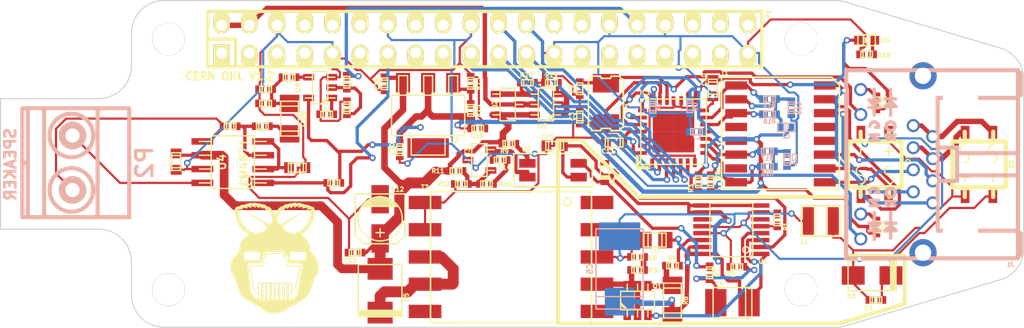
<source format=kicad_pcb>
(kicad_pcb (version 20171130) (host pcbnew "(5.1.12)-1")
  (title_block (title "Raspberry Pi Hat Template") (date 2015-12-24) (rev 0.1) (company OpenFet) (comment 1 "Author: Julien") (comment 2 "License: CERN OHL V1.2"))
  (layers (0 F.Cu signal) (31 B.Cu signal) (34 B.Paste user hide) (35 F.Paste user hide) (36 B.SilkS user hide) (37 F.SilkS user hide) (38 B.Mask user hide) (39 F.Mask user hide) (44 Edge.Cuts user))
  (net 0 "")
  (net 1 GND)
  (net 2 "Net-(C1-Pad1)")
  (net 3 "Net-(C1-Pad2)")
  (net 4 "Net-(C2-Pad2)")
  (net 5 "Net-(C3-Pad2)")
  (net 6 GNDPWR)
  (net 7 /PVCC)
  (net 8 "Net-(C6-Pad2)")
  (net 9 +3V3)
  (net 10 "Net-(C11-Pad2)")
  (net 11 +5V)
  (net 12 "Net-(C14-Pad1)")
  (net 13 "Net-(C14-Pad2)")
  (net 14 /DATA_PAIR_2)
  (net 15 /DATA_PAIR_1)
  (net 16 /SPARE_PAIR_2)
  (net 17 /SPARE_PAIR_1)
  (net 18 /RUN)
  (net 19 "Net-(D4-Pad1)")
  (net 20 "Net-(D5-Pad2)")
  (net 21 "Net-(D6-Pad2)")
  (net 22 /ENC_SO)
  (net 23 /ENC_SI)
  (net 24 /ENC_SCK)
  (net 25 /ENC_CS)
  (net 26 /TPIN-)
  (net 27 /TPIN+)
  (net 28 "Net-(IC1-Pad10)")
  (net 29 /TPOUT-)
  (net 30 /TPOUT+)
  (net 31 /ENC_WOL)
  (net 32 /LEDB_CATH)
  (net 33 /LEDA_CATH)
  (net 34 "Net-(IC1-Pad27)")
  (net 35 /ENC_INT)
  (net 36 "Net-(IC1-Pad6)")
  (net 37 "Net-(J1-Pad3)")
  (net 38 "Net-(P1-Pad1)")
  (net 39 /sheet56B34F8B/5V_MCU)
  (net 40 "Net-(P1-Pad8)")
  (net 41 "Net-(P1-Pad10)")
  (net 42 "Net-(P1-Pad11)")
  (net 43 "Net-(P1-Pad12)")
  (net 44 "Net-(P1-Pad15)")
  (net 45 "Net-(P1-Pad16)")
  (net 46 "Net-(P1-Pad17)")
  (net 47 "Net-(P1-Pad18)")
  (net 48 "Net-(P1-Pad26)")
  (net 49 "Net-(P1-Pad29)")
  (net 50 "Net-(P1-Pad31)")
  (net 51 "Net-(P1-Pad33)")
  (net 52 "Net-(P1-Pad35)")
  (net 53 "Net-(P1-Pad36)")
  (net 54 "Net-(P1-Pad37)")
  (net 55 "Net-(P1-Pad40)")
  (net 56 "Net-(Q1-Pad1)")
  (net 57 "Net-(Q1-Pad3)")
  (net 58 "Net-(Q1-Pad4)")
  (net 59 "Net-(Q2-Pad1)")
  (net 60 "Net-(R1-Pad1)")
  (net 61 "Net-(R4-Pad2)")
  (net 62 "Net-(R9-Pad2)")
  (net 63 "Net-(R10-Pad1)")
  (net 64 "Net-(R13-Pad1)")
  (net 65 "Net-(R19-Pad1)")
  (net 66 "Net-(T1-Pad7)")
  (net 67 "Net-(U1-Pad11)")
  (net 68 "Net-(J1-Pad12)")
  (net 69 "Net-(J1-Pad10)")
  (net 70 "Net-(J1-Pad1)")
  (net 71 "Net-(J1-Pad2)")
  (net 72 "Net-(J1-Pad4)")
  (net 73 "Net-(P1-Pad3)")
  (net 74 "Net-(P1-Pad5)")
  (net 75 "Net-(P2-Pad2)")
  (net 76 "Net-(P1-Pad27)")
  (net 77 "Net-(P1-Pad28)")
  (net 78 "Net-(C18-Pad2)")
  (net 79 "Net-(C21-Pad1)")
  (net 80 "Net-(C22-Pad1)")
  (net 81 "Net-(C17-Pad1)")
  (net 82 /AUDIO_MONO)
  (net 83 "Net-(C24-Pad1)")
  (net 84 /SHUTDOWN)
  (net 85 /PWM_AUDIO)
  (net 86 "Net-(P2-Pad1)")
  (net 87 "Net-(R27-Pad1)")
  (net 88 "Net-(R29-Pad1)")
  (net 89 "Net-(R30-Pad2)")
  (net 90 "Net-(R24-Pad1)")
  (net 91 "Net-(P1-Pad7)")
  (module w_pin_strip:pin_socket_20x2 (layer F.Cu) (at 138.6 81.4)
    (fp_text reference P1 (at 26 -2.3 90) (layer F.SilkS) (effects (font (size 0.4 0.4) (thickness 0.125))))
    (fp_text value Raspberry_Pi_+_Conn hide)
    (pad 1 thru_hole rect (at -24.13 1.27) (size 1.524 1.99898) (drill 1.00076 (offset 0 0.24892)) (layers *.Cu *.Mask F.SilkS) (net 38 "Net-(P1-Pad1)"))
    (pad 2 thru_hole oval (at -24.13 -1.27) (size 1.524 1.99898) (drill 1.00076 (offset 0 -0.24892)) (layers *.Cu *.Mask F.SilkS) (net 39 /sheet56B34F8B/5V_MCU))
    (pad 3 thru_hole oval (at -21.59 1.27) (size 1.524 1.99898) (drill 1.00076 (offset 0 0.24892)) (layers *.Cu *.Mask F.SilkS) (net 73 "Net-(P1-Pad3)"))
    (pad 4 thru_hole oval (at -21.59 -1.27) (size 1.524 1.99898) (drill 1.00076 (offset 0 -0.24892)) (layers *.Cu *.Mask F.SilkS) (net 39 /sheet56B34F8B/5V_MCU))
    (pad 5 thru_hole oval (at -19.05 1.27) (size 1.524 1.99898) (drill 1.00076 (offset 0 0.24892)) (layers *.Cu *.Mask F.SilkS) (net 74 "Net-(P1-Pad5)"))
    (pad 6 thru_hole oval (at -19.05 -1.27) (size 1.524 1.99898) (drill 1.00076 (offset 0 -0.24892)) (layers *.Cu *.Mask F.SilkS) (net 1 GND))
    (pad 7 thru_hole oval (at -16.51 1.27) (size 1.524 1.99898) (drill 1.00076 (offset 0 0.24892)) (layers *.Cu *.Mask F.SilkS) (net 91 "Net-(P1-Pad7)"))
    (pad 8 thru_hole oval (at -16.51 -1.27) (size 1.524 1.99898) (drill 1.00076 (offset 0 -0.24892)) (layers *.Cu *.Mask F.SilkS) (net 40 "Net-(P1-Pad8)"))
    (pad 9 thru_hole oval (at -13.97 1.27) (size 1.524 1.99898) (drill 1.00076 (offset 0 0.24892)) (layers *.Cu *.Mask F.SilkS) (net 1 GND))
    (pad 10 thru_hole oval (at -13.97 -1.27) (size 1.524 1.99898) (drill 1.00076 (offset 0 -0.24892)) (layers *.Cu *.Mask F.SilkS) (net 41 "Net-(P1-Pad10)"))
    (pad 11 thru_hole oval (at -11.43 1.27) (size 1.524 1.99898) (drill 1.00076 (offset 0 0.24892)) (layers *.Cu *.Mask F.SilkS) (net 42 "Net-(P1-Pad11)"))
    (pad 12 thru_hole oval (at -11.43 -1.27) (size 1.524 1.99898) (drill 1.00076 (offset 0 -0.24892)) (layers *.Cu *.Mask F.SilkS) (net 43 "Net-(P1-Pad12)"))
    (pad 13 thru_hole oval (at -8.89 1.27) (size 1.524 1.99898) (drill 1.00076 (offset 0 0.24892)) (layers *.Cu *.Mask F.SilkS) (net 84 /SHUTDOWN))
    (pad 14 thru_hole oval (at -8.89 -1.27) (size 1.524 1.99898) (drill 1.00076 (offset 0 -0.24892)) (layers *.Cu *.Mask F.SilkS) (net 1 GND))
    (pad 15 thru_hole oval (at -6.35 1.27) (size 1.524 1.99898) (drill 1.00076 (offset 0 0.24892)) (layers *.Cu *.Mask F.SilkS) (net 44 "Net-(P1-Pad15)"))
    (pad 16 thru_hole oval (at -6.35 -1.27) (size 1.524 1.99898) (drill 1.00076 (offset 0 -0.24892)) (layers *.Cu *.Mask F.SilkS) (net 45 "Net-(P1-Pad16)"))
    (pad 17 thru_hole oval (at -3.81 1.27) (size 1.524 1.99898) (drill 1.00076 (offset 0 0.24892)) (layers *.Cu *.Mask F.SilkS) (net 46 "Net-(P1-Pad17)"))
    (pad 18 thru_hole oval (at -3.81 -1.27) (size 1.524 1.99898) (drill 1.00076 (offset 0 -0.24892)) (layers *.Cu *.Mask F.SilkS) (net 47 "Net-(P1-Pad18)"))
    (pad 19 thru_hole oval (at -1.27 1.27) (size 1.524 1.99898) (drill 1.00076 (offset 0 0.24892)) (layers *.Cu *.Mask F.SilkS) (net 23 /ENC_SI))
    (pad 20 thru_hole oval (at -1.27 -1.27) (size 1.524 1.99898) (drill 1.00076 (offset 0 -0.24892)) (layers *.Cu *.Mask F.SilkS) (net 1 GND))
    (pad 21 thru_hole oval (at 1.27 1.27) (size 1.524 1.99898) (drill 1.00076 (offset 0 0.24892)) (layers *.Cu *.Mask F.SilkS) (net 22 /ENC_SO))
    (pad 22 thru_hole oval (at 1.27 -1.27) (size 1.524 1.99898) (drill 1.00076 (offset 0 -0.24892)) (layers *.Cu *.Mask F.SilkS) (net 35 /ENC_INT))
    (pad 23 thru_hole oval (at 3.81 1.27) (size 1.524 1.99898) (drill 1.00076 (offset 0 0.24892)) (layers *.Cu *.Mask F.SilkS) (net 24 /ENC_SCK))
    (pad 24 thru_hole oval (at 3.81 -1.27) (size 1.524 1.99898) (drill 1.00076 (offset 0 -0.24892)) (layers *.Cu *.Mask F.SilkS) (net 25 /ENC_CS))
    (pad 25 thru_hole oval (at 6.35 1.27) (size 1.524 1.99898) (drill 1.00076 (offset 0 0.24892)) (layers *.Cu *.Mask F.SilkS) (net 1 GND))
    (pad 26 thru_hole oval (at 6.35 -1.27) (size 1.524 1.99898) (drill 1.00076 (offset 0 -0.24892)) (layers *.Cu *.Mask F.SilkS) (net 48 "Net-(P1-Pad26)"))
    (pad 27 thru_hole oval (at 8.89 1.27) (size 1.524 1.99898) (drill 1.00076 (offset 0 0.24892)) (layers *.Cu *.Mask F.SilkS) (net 76 "Net-(P1-Pad27)"))
    (pad 28 thru_hole oval (at 8.89 -1.27) (size 1.524 1.99898) (drill 1.00076 (offset 0 -0.24892)) (layers *.Cu *.Mask F.SilkS) (net 77 "Net-(P1-Pad28)"))
    (pad 29 thru_hole oval (at 11.43 1.27) (size 1.524 1.99898) (drill 1.00076 (offset 0 0.24892)) (layers *.Cu *.Mask F.SilkS) (net 49 "Net-(P1-Pad29)"))
    (pad 30 thru_hole oval (at 11.43 -1.27) (size 1.524 1.99898) (drill 1.00076 (offset 0 -0.24892)) (layers *.Cu *.Mask F.SilkS) (net 1 GND))
    (pad 31 thru_hole oval (at 13.97 1.27) (size 1.524 1.99898) (drill 1.00076 (offset 0 0.24892)) (layers *.Cu *.Mask F.SilkS) (net 50 "Net-(P1-Pad31)"))
    (pad 32 thru_hole oval (at 13.97 -1.27) (size 1.524 1.99898) (drill 1.00076 (offset 0 -0.24892)) (layers *.Cu *.Mask F.SilkS) (net 85 /PWM_AUDIO))
    (pad 33 thru_hole oval (at 16.51 1.27) (size 1.524 1.99898) (drill 1.00076 (offset 0 0.24892)) (layers *.Cu *.Mask F.SilkS) (net 51 "Net-(P1-Pad33)"))
    (pad 34 thru_hole oval (at 16.51 -1.27) (size 1.524 1.99898) (drill 1.00076 (offset 0 -0.24892)) (layers *.Cu *.Mask F.SilkS) (net 1 GND))
    (pad 35 thru_hole oval (at 19.05 1.27) (size 1.524 1.99898) (drill 1.00076 (offset 0 0.24892)) (layers *.Cu *.Mask F.SilkS) (net 52 "Net-(P1-Pad35)"))
    (pad 36 thru_hole oval (at 19.05 -1.27) (size 1.524 1.99898) (drill 1.00076 (offset 0 -0.24892)) (layers *.Cu *.Mask F.SilkS) (net 53 "Net-(P1-Pad36)"))
    (pad 37 thru_hole oval (at 21.59 1.27) (size 1.524 1.99898) (drill 1.00076 (offset 0 0.24892)) (layers *.Cu *.Mask F.SilkS) (net 54 "Net-(P1-Pad37)"))
    (pad 38 thru_hole oval (at 21.59 -1.27) (size 1.524 1.99898) (drill 1.00076 (offset 0 -0.24892)) (layers *.Cu *.Mask F.SilkS))
    (pad 39 thru_hole oval (at 24.13 1.27) (size 1.524 1.99898) (drill 1.00076 (offset 0 0.24892)) (layers *.Cu *.Mask F.SilkS) (net 1 GND))
    (pad 40 thru_hole oval (at 24.13 -1.27) (size 1.524 1.99898) (drill 1.00076 (offset 0 -0.24892)) (layers *.Cu *.Mask F.SilkS) (net 55 "Net-(P1-Pad40)"))
  )
  (module Mounting_Holes:MountingHole_3mm (layer F.Cu) (at 109.6 81.4)
    (fp_text reference MT3 hide)
    (fp_text value MountingHole_3mm hide)
    (pad 1 thru_hole circle (at 0 0) (size 3 3) (drill 3) (layers *.Cu *.Mask))
  )
  (module w_smd_cap:c_0402 (layer F.Cu) (at 174.45 105.35 180)
    (fp_text reference C1 (at 0.65 -0.75 180) (layer F.SilkS) (effects (font (size 0.4 0.4) (thickness 0.125))))
    (fp_text value 0.1uf hide)
    (pad 1 smd rect (at 0.54864 0 180) (size 0.8001 0.6985) (layers F.Cu F.Paste F.Mask) (net 2 "Net-(C1-Pad1)"))
    (pad 2 smd rect (at -0.54864 0 180) (size 0.8001 0.6985) (layers F.Cu F.Paste F.Mask) (net 3 "Net-(C1-Pad2)"))
  )
  (module w_smd_cap:c_0402 (layer F.Cu) (at 147.3 85.9514 270)
    (fp_text reference C2 (at 0 0.7 270) (layer F.SilkS) (effects (font (size 0.4 0.4) (thickness 0.125))))
    (fp_text value 16pf hide)
    (pad 1 smd rect (at 0.54864 0 270) (size 0.8001 0.6985) (layers F.Cu F.Paste F.Mask) (net 1 GND))
    (pad 2 smd rect (at -0.54864 0 270) (size 0.8001 0.6985) (layers F.Cu F.Paste F.Mask) (net 4 "Net-(C2-Pad2)"))
  )
  (module w_smd_cap:c_0402 (layer F.Cu) (at 147.3 88.5514 90)
    (fp_text reference C3 (at 0.05136 -0.7 90) (layer F.SilkS) (effects (font (size 0.4 0.4) (thickness 0.125))))
    (fp_text value 16pf hide)
    (pad 1 smd rect (at 0.54864 0 90) (size 0.8001 0.6985) (layers F.Cu F.Paste F.Mask) (net 1 GND))
    (pad 2 smd rect (at -0.54864 0 90) (size 0.8001 0.6985) (layers F.Cu F.Paste F.Mask) (net 5 "Net-(C3-Pad2)"))
  )
  (module w_smd_cap:c_tant_B (layer F.Cu) (at 161.3 105.6)
    (fp_text reference C4 (at -1.2 -1.8) (layer F.SilkS) (effects (font (size 0.4 0.4) (thickness 0.125))))
    (fp_text value 220uf hide)
    (pad 2 smd rect (at 1.524 0) (size 1.95072 2.49936) (layers F.Cu F.Paste F.Mask) (net 6 GNDPWR))
    (pad 1 smd rect (at -1.524 0) (size 1.95072 2.49936) (layers F.Cu F.Paste F.Mask) (net 7 /PVCC))
  )
  (module w_smd_cap:c_0402 (layer F.Cu) (at 152.6 101.4 180)
    (fp_text reference C6 (at -1.4 -0.1 180) (layer F.SilkS) (effects (font (size 0.4 0.4) (thickness 0.125))))
    (fp_text value C hide)
    (pad 1 smd rect (at 0.54864 0 180) (size 0.8001 0.6985) (layers F.Cu F.Paste F.Mask) (net 80 "Net-(C22-Pad1)"))
    (pad 2 smd rect (at -0.54864 0 180) (size 0.8001 0.6985) (layers F.Cu F.Paste F.Mask) (net 8 "Net-(C6-Pad2)"))
  )
  (module w_smd_cap:c_0402 (layer B.Cu) (at 158 89.9)
    (fp_text reference C7 (at 0 0.4826) (layer B.SilkS) (effects (font (size 0.4 0.4) (thickness 0.125)) (justify mirror)))
    (fp_text value 0.1uf hide)
    (pad 1 smd rect (at 0.54864 0) (size 0.8001 0.6985) (layers B.Cu B.Paste B.Mask) (net 9 +3V3))
    (pad 2 smd rect (at -0.54864 0) (size 0.8001 0.6985) (layers B.Cu B.Paste B.Mask) (net 1 GND))
  )
  (module w_smd_cap:c_0402 (layer B.Cu) (at 154 87.65 90)
    (fp_text reference C8 (at 0 0.4826 90) (layer B.SilkS) (effects (font (size 0.4 0.4) (thickness 0.125)) (justify mirror)))
    (fp_text value 0.1uf hide)
    (pad 1 smd rect (at 0.54864 0 90) (size 0.8001 0.6985) (layers B.Cu B.Paste B.Mask) (net 9 +3V3))
    (pad 2 smd rect (at -0.54864 0 90) (size 0.8001 0.6985) (layers B.Cu B.Paste B.Mask) (net 1 GND))
  )
  (module w_smd_cap:c_0402 (layer B.Cu) (at 157.4 87.6 90)
    (fp_text reference C9 (at 0 0.4826 90) (layer B.SilkS) (effects (font (size 0.4 0.4) (thickness 0.125)) (justify mirror)))
    (fp_text value 0.1uf hide)
    (pad 1 smd rect (at 0.54864 0 90) (size 0.8001 0.6985) (layers B.Cu B.Paste B.Mask) (net 9 +3V3))
    (pad 2 smd rect (at -0.54864 0 90) (size 0.8001 0.6985) (layers B.Cu B.Paste B.Mask) (net 1 GND))
  )
  (module w_smd_cap:c_0603 (layer F.Cu) (at 159.5 85.9 90)
    (fp_text reference C10 (at 0.8 -0.8 90) (layer F.SilkS) (effects (font (size 0.4 0.4) (thickness 0.125))))
    (fp_text value 0.1uf hide)
    (pad 1 smd rect (at 0.75184 0 90) (size 0.89916 1.00076) (layers F.Cu F.Paste F.Mask) (net 9 +3V3))
    (pad 2 smd rect (at -0.75184 0 90) (size 0.89916 1.00076) (layers F.Cu F.Paste F.Mask) (net 1 GND))
  )
  (module w_smd_cap:c_elec_4x4.5 (layer F.Cu) (at 129 97.9 270)
    (fp_text reference C12 (at -2.7 -1.6) (layer F.SilkS) (effects (font (size 0.4 0.4) (thickness 0.125))))
    (fp_text value CP hide)
    (pad 1 smd rect (at 1.80086 0 270) (size 2.60096 1.6002) (layers F.Cu F.Paste F.Mask) (net 11 +5V))
    (pad 2 smd rect (at -1.80086 0 270) (size 2.60096 1.6002) (layers F.Cu F.Paste F.Mask) (net 1 GND))
  )
  (module w_smd_cap:c_0603 (layer F.Cu) (at 145 91.2 180)
    (fp_text reference C13 (at 0.7 0.8 180) (layer F.SilkS) (effects (font (size 0.4 0.4) (thickness 0.125))))
    (fp_text value 2nf hide)
    (pad 1 smd rect (at 0.75184 0 180) (size 0.89916 1.00076) (layers F.Cu F.Paste F.Mask) (net 1 GND))
    (pad 2 smd rect (at -0.75184 0 180) (size 0.89916 1.00076) (layers F.Cu F.Paste F.Mask) (net 6 GNDPWR))
  )
  (module w_smd_cap:c_0402 (layer F.Cu) (at 140 92.5 180)
    (fp_text reference C14 (at -0.4 -0.7 180) (layer F.SilkS) (effects (font (size 0.4 0.4) (thickness 0.125))))
    (fp_text value 6.8nf hide)
    (pad 1 smd rect (at 0.54864 0 180) (size 0.8001 0.6985) (layers F.Cu F.Paste F.Mask) (net 12 "Net-(C14-Pad1)"))
    (pad 2 smd rect (at -0.54864 0 180) (size 0.8001 0.6985) (layers F.Cu F.Paste F.Mask) (net 13 "Net-(C14-Pad2)"))
  )
  (module w_smd_cap:c_0402 (layer F.Cu) (at 126.7 101)
    (fp_text reference C15 (at -0.4 0.7) (layer F.SilkS) (effects (font (size 0.4 0.4) (thickness 0.125))))
    (fp_text value 0.1uf hide)
    (pad 1 smd rect (at 0.54864 0) (size 0.8001 0.6985) (layers F.Cu F.Paste F.Mask) (net 11 +5V))
    (pad 2 smd rect (at -0.54864 0) (size 0.8001 0.6985) (layers F.Cu F.Paste F.Mask) (net 1 GND))
  )
  (module w_smd_cap:c_0402 (layer F.Cu) (at 129.4 85.5 90)
    (fp_text reference C16 (at 0 -0.7 90) (layer F.SilkS) (effects (font (size 0.4 0.4) (thickness 0.125))))
    (fp_text value 0.1uf hide)
    (pad 1 smd rect (at 0.54864 0 90) (size 0.8001 0.6985) (layers F.Cu F.Paste F.Mask) (net 11 +5V))
    (pad 2 smd rect (at -0.54864 0 90) (size 0.8001 0.6985) (layers F.Cu F.Paste F.Mask) (net 1 GND))
  )
  (module w_smd_cap:c_0402 (layer F.Cu) (at 137.951 89.6 180)
    (fp_text reference C19 (at 0.05136 -0.7 180) (layer F.SilkS) (effects (font (size 0.4 0.4) (thickness 0.125))))
    (fp_text value 0.1uf hide)
    (pad 1 smd rect (at 0.54864 0 180) (size 0.8001 0.6985) (layers F.Cu F.Paste F.Mask) (net 9 +3V3))
    (pad 2 smd rect (at -0.54864 0 180) (size 0.8001 0.6985) (layers F.Cu F.Paste F.Mask) (net 1 GND))
  )
  (module w_smd_cap:c_0402 (layer F.Cu) (at 130.8 91.5514 90)
    (fp_text reference C20 (at 0.05136 -0.7 90) (layer F.SilkS) (effects (font (size 0.4 0.4) (thickness 0.125))))
    (fp_text value 1uf hide)
    (pad 1 smd rect (at 0.54864 0 90) (size 0.8001 0.6985) (layers F.Cu F.Paste F.Mask) (net 9 +3V3))
    (pad 2 smd rect (at -0.54864 0 90) (size 0.8001 0.6985) (layers F.Cu F.Paste F.Mask) (net 1 GND))
  )
  (module w_smd_diode:MBS (layer F.Cu) (at 174.35 92.9 90)
    (fp_text reference D1 (at 0.5 3.05 90) (layer F.SilkS) (effects (font (size 0.4 0.4) (thickness 0.125))))
    (fp_text value BRIDGE hide)
    (pad 2 smd rect (at -2.94894 -1.27 90) (size 1.19888 0.8001) (layers F.Cu F.Paste F.Mask) (net 14 /DATA_PAIR_2))
    (pad 3 smd rect (at -2.9464 1.27 90) (size 1.19888 0.8001) (layers F.Cu F.Paste F.Mask) (net 15 /DATA_PAIR_1))
    (pad 1 smd rect (at 2.94894 1.27 90) (size 1.19888 0.8001) (layers F.Cu F.Paste F.Mask) (net 2 "Net-(C1-Pad1)"))
    (pad 4 smd rect (at 2.9464 -1.27 90) (size 1.19888 0.8001) (layers F.Cu F.Paste F.Mask) (net 3 "Net-(C1-Pad2)"))
  )
  (module w_smd_diode:MBS (layer F.Cu) (at 183.9 92.9 270)
    (fp_text reference D2 (at 0 -3 270) (layer F.SilkS) (effects (font (size 0.4 0.4) (thickness 0.125))))
    (fp_text value BRIDGE hide)
    (pad 2 smd rect (at -2.94894 -1.27 270) (size 1.19888 0.8001) (layers F.Cu F.Paste F.Mask) (net 16 /SPARE_PAIR_2))
    (pad 3 smd rect (at -2.9464 1.27 270) (size 1.19888 0.8001) (layers F.Cu F.Paste F.Mask) (net 17 /SPARE_PAIR_1))
    (pad 1 smd rect (at 2.94894 1.27 270) (size 1.19888 0.8001) (layers F.Cu F.Paste F.Mask) (net 2 "Net-(C1-Pad1)"))
    (pad 4 smd rect (at 2.9464 -1.27 270) (size 1.19888 0.8001) (layers F.Cu F.Paste F.Mask) (net 3 "Net-(C1-Pad2)"))
  )
  (module w_smd_diode:do214ac (layer F.Cu) (at 174.1 103.1)
    (fp_text reference D3 (at -1.9 1.9) (layer F.SilkS) (effects (font (size 0.4 0.4) (thickness 0.125))))
    (fp_text value ZENER hide)
    (pad 2 smd rect (at 1.72974 0) (size 2.10058 1.69926) (layers F.Cu F.Paste F.Mask) (net 3 "Net-(C1-Pad2)"))
    (pad 1 smd rect (at -1.72974 0) (size 2.10058 1.69926) (layers F.Cu F.Paste F.Mask) (net 2 "Net-(C1-Pad1)"))
  )
  (module w_smd_diode:sod523 (layer F.Cu) (at 149.6 93.6509 270)
    (fp_text reference D4 (at 0.8491 -0.8 270) (layer F.SilkS) (effects (font (size 0.4 0.4) (thickness 0.125))))
    (fp_text value BAS516 hide)
    (pad 2 smd rect (at 0.8509 0 270) (size 0.59944 0.8001) (layers F.Cu F.Paste F.Mask) (net 18 /RUN))
    (pad 1 smd rect (at -0.8509 0 270) (size 0.59944 0.8001) (layers F.Cu F.Paste F.Mask) (net 19 "Net-(D4-Pad1)"))
  )
  (module w_smd_leds:Led_0603 (layer F.Cu) (at 173.6 81.5)
    (fp_text reference D6 (at 1.7 0) (layer F.SilkS) (effects (font (size 0.4 0.4) (thickness 0.125))))
    (fp_text value LED hide)
    (pad 1 smd rect (at -0.7493 0) (size 0.79756 0.79756) (layers F.Cu F.Paste F.Mask) (net 9 +3V3))
    (pad 2 smd rect (at 0.7493 0) (size 0.79756 0.79756) (layers F.Cu F.Paste F.Mask) (net 21 "Net-(D6-Pad2)"))
  )
  (module w_smd_qfn:qfn-28 (layer F.Cu) (at 155.9 89.9)
    (fp_text reference IC1 (at -2.6 -3.6) (layer F.SilkS) (effects (font (size 0.4 0.4) (thickness 0.125))))
    (fp_text value ENC28J60-I/ML hide)
    (pad 2 smd rect (at -1.30048 2.84988) (size 0.35052 0.8001) (layers F.Cu F.Paste F.Mask) (net 22 /ENC_SO))
    (pad 3 smd rect (at -0.65024 2.84988) (size 0.35052 0.8001) (layers F.Cu F.Paste F.Mask) (net 23 /ENC_SI))
    (pad 4 smd rect (at 0 2.84988) (size 0.35052 0.8001) (layers F.Cu F.Paste F.Mask) (net 24 /ENC_SCK))
    (pad 5 smd rect (at 0.65024 2.84988) (size 0.35052 0.8001) (layers F.Cu F.Paste F.Mask) (net 25 /ENC_CS))
    (pad 8 smd rect (at 2.85242 1.95072) (size 0.8001 0.35052) (layers F.Cu F.Paste F.Mask) (net 26 /TPIN-))
    (pad 9 smd rect (at 2.85242 1.30048) (size 0.8001 0.35052) (layers F.Cu F.Paste F.Mask) (net 27 /TPIN+))
    (pad 10 smd rect (at 2.85242 0.65024) (size 0.8001 0.35052) (layers F.Cu F.Paste F.Mask) (net 28 "Net-(IC1-Pad10)"))
    (pad 11 smd rect (at 2.85242 0) (size 0.8001 0.35052) (layers F.Cu F.Paste F.Mask) (net 9 +3V3))
    (pad 12 smd rect (at 2.85242 -0.65024) (size 0.8001 0.35052) (layers F.Cu F.Paste F.Mask) (net 29 /TPOUT-))
    (pad 13 smd rect (at 2.85242 -1.30048) (size 0.8001 0.35052) (layers F.Cu F.Paste F.Mask) (net 30 /TPOUT+))
    (pad 14 smd rect (at 2.85242 -1.95072) (size 0.8001 0.35052) (layers F.Cu F.Paste F.Mask) (net 1 GND))
    (pad 1 smd rect (at -1.95072 2.84988) (size 0.35052 0.8001) (layers F.Cu F.Paste F.Mask) (net 31 /ENC_WOL))
    (pad 29 smd rect (at 0.94996 0.94996) (size 1.89992 1.89992) (layers F.Cu F.Paste F.Mask))
    (pad 29 smd rect (at -0.94996 0.94996) (size 1.89992 1.89992) (layers F.Cu F.Paste F.Mask))
    (pad 29 smd rect (at -0.94996 -0.94996) (size 1.89992 1.89992) (layers F.Cu F.Paste F.Mask))
    (pad 29 smd rect (at 0.94996 -0.94996) (size 1.89992 1.89992) (layers F.Cu F.Paste F.Mask))
    (pad 15 smd rect (at 2.00152 -2.85242) (size 0.35052 0.8001) (layers F.Cu F.Paste F.Mask) (net 9 +3V3))
    (pad 16 smd rect (at 1.35128 -2.85242) (size 0.35052 0.8001) (layers F.Cu F.Paste F.Mask) (net 9 +3V3))
    (pad 17 smd rect (at 0.70104 -2.85242) (size 0.35052 0.8001) (layers F.Cu F.Paste F.Mask) (net 1 GND))
    (pad 18 smd rect (at 0 -2.85242) (size 0.35052 0.8001) (layers F.Cu F.Paste F.Mask) (net 1 GND))
    (pad 19 smd rect (at -0.59944 -2.85242) (size 0.35052 0.8001) (layers F.Cu F.Paste F.Mask) (net 4 "Net-(C2-Pad2)"))
    (pad 20 smd rect (at -1.24968 -2.85242) (size 0.35052 0.8001) (layers F.Cu F.Paste F.Mask) (net 5 "Net-(C3-Pad2)"))
    (pad 21 smd rect (at -1.89992 -2.85242) (size 0.35052 0.8001) (layers F.Cu F.Paste F.Mask) (net 9 +3V3))
    (pad 22 smd rect (at -2.84988 -1.95072) (size 0.8001 0.35052) (layers F.Cu F.Paste F.Mask) (net 32 /LEDB_CATH))
    (pad 23 smd rect (at -2.84988 -1.30048) (size 0.8001 0.35052) (layers F.Cu F.Paste F.Mask) (net 33 /LEDA_CATH))
    (pad 24 smd rect (at -2.84988 -0.65024) (size 0.8001 0.35052) (layers F.Cu F.Paste F.Mask) (net 9 +3V3))
    (pad 25 smd rect (at -2.84988 0) (size 0.8001 0.35052) (layers F.Cu F.Paste F.Mask) (net 10 "Net-(C11-Pad2)"))
    (pad 26 smd rect (at -2.84988 0.65024) (size 0.8001 0.35052) (layers F.Cu F.Paste F.Mask) (net 1 GND))
    (pad 27 smd rect (at -2.84988 1.30048) (size 0.8001 0.35052) (layers F.Cu F.Paste F.Mask) (net 34 "Net-(IC1-Pad27)"))
    (pad 28 smd rect (at -2.84988 1.95072) (size 0.8001 0.35052) (layers F.Cu F.Paste F.Mask) (net 35 /ENC_INT))
    (pad 6 smd rect (at 1.30048 2.84988) (size 0.35052 0.8001) (layers F.Cu F.Paste F.Mask) (net 36 "Net-(IC1-Pad6)"))
    (pad 7 smd rect (at 1.95072 2.84988) (size 0.35052 0.8001) (layers F.Cu F.Paste F.Mask) (net 1 GND))
  )
  (module w_conn_pc:rj45-tyco-2-406549-7 (layer B.Cu) (at 179.604 92.8898 270)
    (fp_text reference J1 (at 9.21016 -7.19588) (layer B.SilkS) (effects (font (size 0.4 0.4) (thickness 0.1)) (justify mirror)))
    (fp_text value RJ45-LED hide)
    (pad 3 thru_hole circle (at 1.52146 -0.05588 270) (size 1.19888 1.19888) (drill 0.8001) (layers *.Cu *.Mask) (net 37 "Net-(J1-Pad3)"))
    (pad 1 thru_hole circle (at 3.55092 -0.05588 270) (size 1.19888 1.19888) (drill 0.8001) (layers *.Cu *.Mask) (net 70 "Net-(J1-Pad1)"))
    (pad 2 thru_hole circle (at 2.53746 1.72466 270) (size 1.19888 1.19888) (drill 0.8001) (layers *.Cu *.Mask) (net 71 "Net-(J1-Pad2)"))
    (pad 4 thru_hole circle (at 0.508 1.72466 270) (size 1.19888 1.19888) (drill 0.8001) (layers *.Cu *.Mask) (net 72 "Net-(J1-Pad4)"))
    (pad 5 thru_hole circle (at -0.508 -0.05588 270) (size 1.19888 1.19888) (drill 0.8001) (layers *.Cu *.Mask) (net 17 /SPARE_PAIR_1))
    (pad 6 thru_hole circle (at -1.52146 1.72466 270) (size 1.19888 1.19888) (drill 0.8001) (layers *.Cu *.Mask) (net 17 /SPARE_PAIR_1))
    (pad 7 thru_hole circle (at -2.53746 -0.05588 270) (size 1.19888 1.19888) (drill 0.8001) (layers *.Cu *.Mask) (net 16 /SPARE_PAIR_2))
    (pad 8 thru_hole circle (at -3.55092 1.72466 270) (size 1.19888 1.19888) (drill 0.8001) (layers *.Cu *.Mask) (net 16 /SPARE_PAIR_2))
    (pad "" thru_hole circle (at -8.12038 0.83312 270) (size 2.49936 2.49936) (drill 1.50114) (layers *.Cu *.Mask))
    (pad "" thru_hole circle (at 8.12038 0.83312 270) (size 2.49936 2.49936) (drill 1.50114) (layers *.Cu *.Mask))
    (pad "" np_thru_hole circle (at -6.33984 -2.59588 270) (size 3.2512 3.2512) (drill 3.2512) (layers *.Cu))
    (pad "" np_thru_hole circle (at 6.33984 -2.59588 270) (size 3.2512 3.2512) (drill 3.2512) (layers *.Cu))
    (pad 12 thru_hole circle (at -6.86054 6.54304 270) (size 1.19888 1.19888) (drill 0.8001) (layers *.Cu *.Mask) (net 68 "Net-(J1-Pad12)"))
    (pad 11 thru_hole circle (at -4.56946 6.54304 270) (size 1.19888 1.19888) (drill 0.8001) (layers *.Cu *.Mask) (net 32 /LEDB_CATH))
    (pad 10 thru_hole circle (at 4.56946 6.54304 270) (size 1.19888 1.19888) (drill 0.8001) (layers *.Cu *.Mask) (net 69 "Net-(J1-Pad10)"))
    (pad 9 thru_hole circle (at 6.86054 6.54304 270) (size 1.19888 1.19888) (drill 0.8001) (layers *.Cu *.Mask) (net 33 /LEDA_CATH))
  )
  (module w_smd_inductors:inductor_smd_1008 (layer F.Cu) (at 169.4 98.1 180)
    (fp_text reference L1 (at 1.5 -1.9 180) (layer F.SilkS) (effects (font (size 0.4 0.4) (thickness 0.125))))
    (fp_text value 2.2uH hide)
    (pad 1 smd rect (at -1.143 0 180) (size 1.016 2.54) (layers F.Cu F.Paste F.Mask) (net 2 "Net-(C1-Pad1)"))
    (pad 2 smd rect (at 1.143 0 180) (size 1.016 2.54) (layers F.Cu F.Paste F.Mask) (net 80 "Net-(C22-Pad1)"))
  )
  (module w_smd_trans:sot23 (layer F.Cu) (at 140.7 87.4 270)
    (fp_text reference Q2 (at 0.0254 1.2 270) (layer F.SilkS) (effects (font (size 0.4 0.4) (thickness 0.125))))
    (fp_text value BSS138 hide)
    (pad 1 smd rect (at -0.9525 1.05664 270) (size 0.59944 1.00076) (layers F.Cu F.Paste F.Mask) (net 59 "Net-(Q2-Pad1)"))
    (pad 2 smd rect (at 0 -1.05664 270) (size 0.59944 1.00076) (layers F.Cu F.Paste F.Mask) (net 39 /sheet56B34F8B/5V_MCU))
    (pad 3 smd rect (at 0.9525 1.05664 270) (size 0.59944 1.00076) (layers F.Cu F.Paste F.Mask) (net 11 +5V))
  )
  (module w_smd_resistors:r_0402 (layer F.Cu) (at 165.4 98 270)
    (fp_text reference R1 (at 0.6 -0.8 270) (layer F.SilkS) (effects (font (size 0.4 0.4) (thickness 0.125))))
    (fp_text value DNP hide)
    (pad 1 smd rect (at 0.54864 0 270) (size 0.8001 0.6985) (layers F.Cu F.Paste F.Mask) (net 60 "Net-(R1-Pad1)"))
    (pad 2 smd rect (at -0.54864 0 270) (size 0.8001 0.6985) (layers F.Cu F.Paste F.Mask) (net 3 "Net-(C1-Pad2)"))
  )
  (module w_smd_resistors:r_0402 (layer F.Cu) (at 161.7 102.3 180)
    (fp_text reference R2 (at 0.5 -0.7 180) (layer F.SilkS) (effects (font (size 0.4 0.4) (thickness 0.125))))
    (fp_text value 10k hide)
    (pad 1 smd rect (at 0.54864 0 180) (size 0.8001 0.6985) (layers F.Cu F.Paste F.Mask) (net 80 "Net-(C22-Pad1)"))
    (pad 2 smd rect (at -0.54864 0 180) (size 0.8001 0.6985) (layers F.Cu F.Paste F.Mask) (net 7 /PVCC))
  )
  (module w_smd_resistors:r_0402 (layer F.Cu) (at 158.2 94.5 270)
    (fp_text reference R3 (at 0.6 0.7 270) (layer F.SilkS) (effects (font (size 0.4 0.4) (thickness 0.125))))
    (fp_text value 1k hide)
    (pad 1 smd rect (at 0.54864 0 270) (size 0.8001 0.6985) (layers F.Cu F.Paste F.Mask) (net 36 "Net-(IC1-Pad6)"))
    (pad 2 smd rect (at -0.54864 0 270) (size 0.8001 0.6985) (layers F.Cu F.Paste F.Mask) (net 9 +3V3))
  )
  (module w_smd_resistors:r_0402 (layer F.Cu) (at 155.8 102.2 180)
    (fp_text reference R4 (at 0 0.7 180) (layer F.SilkS) (effects (font (size 0.4 0.4) (thickness 0.125))))
    (fp_text value 10k hide)
    (pad 1 smd rect (at 0.54864 0 180) (size 0.8001 0.6985) (layers F.Cu F.Paste F.Mask) (net 58 "Net-(Q1-Pad4)"))
    (pad 2 smd rect (at -0.54864 0 180) (size 0.8001 0.6985) (layers F.Cu F.Paste F.Mask) (net 61 "Net-(R4-Pad2)"))
  )
  (module w_smd_resistors:r_0402 (layer F.Cu) (at 152.6 102.6 180)
    (fp_text reference R5 (at -1.4 0 180) (layer F.SilkS) (effects (font (size 0.4 0.4) (thickness 0.125))))
    (fp_text value R hide)
    (pad 1 smd rect (at 0.54864 0 180) (size 0.8001 0.6985) (layers F.Cu F.Paste F.Mask) (net 56 "Net-(Q1-Pad1)"))
    (pad 2 smd rect (at -0.54864 0 180) (size 0.8001 0.6985) (layers F.Cu F.Paste F.Mask) (net 8 "Net-(C6-Pad2)"))
  )
  (module w_smd_resistors:r_1206 (layer F.Cu) (at 155.8 105.403 90)
    (fp_text reference R6 (at 0.003 1.2 90) (layer F.SilkS) (effects (font (size 0.4 0.4) (thickness 0.125))))
    (fp_text value 0.05 hide)
    (pad 1 smd rect (at 1.397 0 90) (size 1.6002 1.8034) (layers F.Cu F.Paste F.Mask) (net 58 "Net-(Q1-Pad4)"))
    (pad 2 smd rect (at -1.397 0 90) (size 1.6002 1.8034) (layers F.Cu F.Paste F.Mask) (net 6 GNDPWR))
  )
  (module w_smd_resistors:r_0402 (layer F.Cu) (at 159.2 102.851 270)
    (fp_text reference R7 (at 0 -0.7 270) (layer F.SilkS) (effects (font (size 0.4 0.4) (thickness 0.125))))
    (fp_text value 6.8k hide)
    (pad 1 smd rect (at 0.54864 0 270) (size 0.8001 0.6985) (layers F.Cu F.Paste F.Mask) (net 7 /PVCC))
    (pad 2 smd rect (at -0.54864 0 270) (size 0.8001 0.6985) (layers F.Cu F.Paste F.Mask) (net 18 /RUN))
  )
  (module w_smd_resistors:r_0402 (layer F.Cu) (at 159.3 94.5 270)
    (fp_text reference R8 (at -0.61 -0.65 270) (layer F.SilkS) (effects (font (size 0.4 0.4) (thickness 0.125))))
    (fp_text value 2.32k hide)
    (pad 1 smd rect (at 0.54864 0 270) (size 0.8001 0.6985) (layers F.Cu F.Paste F.Mask) (net 1 GND))
    (pad 2 smd rect (at -0.54864 0 270) (size 0.8001 0.6985) (layers F.Cu F.Paste F.Mask) (net 28 "Net-(IC1-Pad10)"))
  )
  (module w_smd_resistors:r_0402 (layer F.Cu) (at 140.8 91 180)
    (fp_text reference R9 (at 0.4 -0.7 180) (layer F.SilkS) (effects (font (size 0.4 0.4) (thickness 0.125))))
    (fp_text value 1k hide)
    (pad 1 smd rect (at 0.54864 0 180) (size 0.8001 0.6985) (layers F.Cu F.Paste F.Mask) (net 11 +5V))
    (pad 2 smd rect (at -0.54864 0 180) (size 0.8001 0.6985) (layers F.Cu F.Paste F.Mask) (net 62 "Net-(R9-Pad2)"))
  )
  (module w_smd_resistors:r_0402 (layer F.Cu) (at 138.749 94.7 180)
    (fp_text reference R10 (at -1.75136 0 180) (layer F.SilkS) (effects (font (size 0.4 0.4) (thickness 0.125))))
    (fp_text value 10k hide)
    (pad 1 smd rect (at 0.54864 0 180) (size 0.8001 0.6985) (layers F.Cu F.Paste F.Mask) (net 63 "Net-(R10-Pad1)"))
    (pad 2 smd rect (at -0.54864 0 180) (size 0.8001 0.6985) (layers F.Cu F.Paste F.Mask) (net 13 "Net-(C14-Pad2)"))
  )
  (module w_smd_resistors:r_0402 (layer F.Cu) (at 135.951 93.5 180)
    (fp_text reference R11 (at 1.65136 0 180) (layer F.SilkS) (effects (font (size 0.4 0.4) (thickness 0.125))))
    (fp_text value 10k hide)
    (pad 1 smd rect (at 0.54864 0 180) (size 0.8001 0.6985) (layers F.Cu F.Paste F.Mask) (net 11 +5V))
    (pad 2 smd rect (at -0.54864 0 180) (size 0.8001 0.6985) (layers F.Cu F.Paste F.Mask) (net 63 "Net-(R10-Pad1)"))
  )
  (module w_smd_resistors:r_0402 (layer F.Cu) (at 136.449 94.7)
    (fp_text reference R12 (at -1.64864 0) (layer F.SilkS) (effects (font (size 0.4 0.4) (thickness 0.125))))
    (fp_text value 3.3k hide)
    (pad 1 smd rect (at 0.54864 0) (size 0.8001 0.6985) (layers F.Cu F.Paste F.Mask) (net 63 "Net-(R10-Pad1)"))
    (pad 2 smd rect (at -0.54864 0) (size 0.8001 0.6985) (layers F.Cu F.Paste F.Mask) (net 1 GND))
  )
  (module w_smd_resistors:r_0402 (layer F.Cu) (at 137.3 85.4514 270)
    (fp_text reference R13 (at 0.04864 -0.7 270) (layer F.SilkS) (effects (font (size 0.4 0.4) (thickness 0.125))))
    (fp_text value 390 hide)
    (pad 1 smd rect (at 0.54864 0 270) (size 0.8001 0.6985) (layers F.Cu F.Paste F.Mask) (net 64 "Net-(R13-Pad1)"))
    (pad 2 smd rect (at -0.54864 0 270) (size 0.8001 0.6985) (layers F.Cu F.Paste F.Mask) (net 1 GND))
  )
  (module w_smd_resistors:r_0402 (layer F.Cu) (at 137.3 87.9486 270)
    (fp_text reference R15 (at 0.05136 -0.7 270) (layer F.SilkS) (effects (font (size 0.4 0.4) (thickness 0.125))))
    (fp_text value 240 hide)
    (pad 1 smd rect (at 0.54864 0 270) (size 0.8001 0.6985) (layers F.Cu F.Paste F.Mask) (net 9 +3V3))
    (pad 2 smd rect (at -0.54864 0 270) (size 0.8001 0.6985) (layers F.Cu F.Paste F.Mask) (net 64 "Net-(R13-Pad1)"))
  )
  (module w_smd_resistors:r_0402 (layer F.Cu) (at 173.6 82.8)
    (fp_text reference R18 (at 1.6 0.1) (layer F.SilkS) (effects (font (size 0.4 0.4) (thickness 0.125))))
    (fp_text value 360 hide)
    (pad 1 smd rect (at 0.54864 0) (size 0.8001 0.6985) (layers F.Cu F.Paste F.Mask) (net 21 "Net-(D6-Pad2)"))
    (pad 2 smd rect (at -0.54864 0) (size 0.8001 0.6985) (layers F.Cu F.Paste F.Mask) (net 1 GND))
  )
  (module w_smd_resistors:r_0402 (layer F.Cu) (at 144.7 85.4)
    (fp_text reference R19 (at 0 -0.7) (layer F.SilkS) (effects (font (size 0.4 0.4) (thickness 0.125))))
    (fp_text value 10k hide)
    (pad 1 smd rect (at 0.54864 0) (size 0.8001 0.6985) (layers F.Cu F.Paste F.Mask) (net 65 "Net-(R19-Pad1)"))
    (pad 2 smd rect (at -0.54864 0) (size 0.8001 0.6985) (layers F.Cu F.Paste F.Mask) (net 1 GND))
  )
  (module w_smd_resistors:r_0402 (layer F.Cu) (at 142.5 85.4 180)
    (fp_text reference R20 (at 0.1 0.7 180) (layer F.SilkS) (effects (font (size 0.4 0.4) (thickness 0.125))))
    (fp_text value 47k hide)
    (pad 1 smd rect (at 0.54864 0 180) (size 0.8001 0.6985) (layers F.Cu F.Paste F.Mask) (net 59 "Net-(Q2-Pad1)"))
    (pad 2 smd rect (at -0.54864 0 180) (size 0.8001 0.6985) (layers F.Cu F.Paste F.Mask) (net 1 GND))
  )
  (module project_foot:H2019 (layer F.Cu) (at 165.7 90.1 270)
    (fp_text reference T1 (at -5.6 5.1) (layer F.SilkS) (effects (font (size 0.4 0.4) (thickness 0.125))))
    (fp_text value PULSE_H1197 hide)
    (pad 16 smd rect (at -4.445 -4.0625 270) (size 0.76 2) (layers F.Cu F.Paste F.Mask) (net 70 "Net-(J1-Pad1)"))
    (pad 1 smd rect (at -4.445 4.0625 270) (size 0.76 2) (layers F.Cu F.Paste F.Mask) (net 30 /TPOUT+))
    (pad 15 smd rect (at -3.175 -4.0625 270) (size 0.76 2) (layers F.Cu F.Paste F.Mask) (net 14 /DATA_PAIR_2))
    (pad 2 smd rect (at -3.175 4.0625 270) (size 0.76 2) (layers F.Cu F.Paste F.Mask) (net 78 "Net-(C18-Pad2)"))
    (pad 14 smd rect (at -1.905 -4.0625 270) (size 0.76 2) (layers F.Cu F.Paste F.Mask) (net 71 "Net-(J1-Pad2)"))
    (pad 3 smd rect (at -1.905 4.0625 270) (size 0.76 2) (layers F.Cu F.Paste F.Mask) (net 29 /TPOUT-))
    (pad 13 smd rect (at -0.635 -4.0625 270) (size 0.76 2) (layers F.Cu F.Paste F.Mask))
    (pad 4 smd rect (at -0.635 4.0625 270) (size 0.76 2) (layers F.Cu F.Paste F.Mask))
    (pad 12 smd rect (at 0.635 -4.0625 270) (size 0.76 2) (layers F.Cu F.Paste F.Mask))
    (pad 5 smd rect (at 0.635 4.0625 270) (size 0.76 2) (layers F.Cu F.Paste F.Mask))
    (pad 11 smd rect (at 1.905 -4.0625 270) (size 0.76 2) (layers F.Cu F.Paste F.Mask) (net 37 "Net-(J1-Pad3)"))
    (pad 6 smd rect (at 1.905 4.0625 270) (size 0.76 2) (layers F.Cu F.Paste F.Mask) (net 27 /TPIN+))
    (pad 10 smd rect (at 3.175 -4.0625 270) (size 0.76 2) (layers F.Cu F.Paste F.Mask) (net 15 /DATA_PAIR_1))
    (pad 7 smd rect (at 3.175 4.0625 270) (size 0.76 2) (layers F.Cu F.Paste F.Mask) (net 66 "Net-(T1-Pad7)"))
    (pad 9 smd rect (at 4.445 -4.0625 270) (size 0.76 2) (layers F.Cu F.Paste F.Mask) (net 72 "Net-(J1-Pad4)"))
    (pad 8 smd rect (at 4.445 4.0625 270) (size 0.76 2) (layers F.Cu F.Paste F.Mask) (net 26 /TPIN-))
  )
  (module w_smd_trans:sot223 (layer F.Cu) (at 133.4 88.4 180)
    (fp_text reference U3 (at -2.4 -2.3 180) (layer F.SilkS) (effects (font (size 0.4 0.4) (thickness 0.125))))
    (fp_text value LM1117IMPX-ADJ hide)
    (pad 1 smd rect (at -2.30124 2.99974 180) (size 1.30048 1.80086) (layers F.Cu F.Paste F.Mask) (net 64 "Net-(R13-Pad1)"))
    (pad 2 smd rect (at 0 2.99974 180) (size 1.30048 1.80086) (layers F.Cu F.Paste F.Mask) (net 9 +3V3))
    (pad 3 smd rect (at 2.30124 2.99974 180) (size 1.30048 1.80086) (layers F.Cu F.Paste F.Mask) (net 11 +5V))
    (pad 4 smd rect (at 0 -2.99974 180) (size 3.79984 1.80086) (layers F.Cu F.Paste F.Mask))
  )
  (module w_smd_trans:sot23-6 (layer F.Cu) (at 144.2 87.4 90)
    (fp_text reference U5 (at -2 -0.3 180) (layer F.SilkS) (effects (font (size 0.4 0.4) (thickness 0.125))))
    (fp_text value DMMT5401 hide)
    (pad 1 smd rect (at -0.9525 1.05664 90) (size 0.59944 1.00076) (layers F.Cu F.Paste F.Mask) (net 65 "Net-(R19-Pad1)"))
    (pad 3 smd rect (at 0.9525 1.05664 90) (size 0.59944 1.00076) (layers F.Cu F.Paste F.Mask) (net 65 "Net-(R19-Pad1)"))
    (pad 2 smd rect (at 0 1.05664 90) (size 0.59944 1.00076) (layers F.Cu F.Paste F.Mask) (net 65 "Net-(R19-Pad1)"))
    (pad 4 smd rect (at 0.9525 -1.05664 90) (size 0.59944 1.00076) (layers F.Cu F.Paste F.Mask) (net 59 "Net-(Q2-Pad1)"))
    (pad 6 smd rect (at -0.9525 -1.05664 90) (size 0.59944 1.00076) (layers F.Cu F.Paste F.Mask) (net 11 +5V))
    (pad 5 smd rect (at 0 -1.05664 90) (size 0.59944 1.00076) (layers F.Cu F.Paste F.Mask) (net 39 /sheet56B34F8B/5V_MCU))
  )
  (module w_crystal:crystal_smd_5x3.2mm (layer F.Cu) (at 149.7 87.3 270)
    (fp_text reference Y1 (at 0.3 -2 270) (layer F.SilkS) (effects (font (size 0.4 0.4) (thickness 0.125))))
    (fp_text value 25Mhz hide)
    (pad 1 smd rect (at -1.85 0 270) (size 1.7 2.4) (layers F.Cu F.Paste F.Mask) (net 4 "Net-(C2-Pad2)"))
    (pad 2 smd rect (at 1.85 0 270) (size 1.7 2.4) (layers F.Cu F.Paste F.Mask) (net 5 "Net-(C3-Pad2)"))
  )
  (module w_smd_resistors:r_0402 (layer F.Cu) (at 174.5 87.2486 90)
    (fp_text reference R21 (at 0.04864 0.7 90) (layer F.SilkS) (effects (font (size 0.4 0.4) (thickness 0.125))))
    (fp_text value 549 hide)
    (pad 1 smd rect (at 0.54864 0 90) (size 0.8001 0.6985) (layers F.Cu F.Paste F.Mask) (net 68 "Net-(J1-Pad12)"))
    (pad 2 smd rect (at -0.54864 0 90) (size 0.8001 0.6985) (layers F.Cu F.Paste F.Mask) (net 9 +3V3))
  )
  (module w_smd_resistors:r_0402 (layer F.Cu) (at 174.5 98.6486 90)
    (fp_text reference R22 (at 0 0.7 90) (layer F.SilkS) (effects (font (size 0.4 0.4) (thickness 0.125))))
    (fp_text value 549 hide)
    (pad 1 smd rect (at 0.54864 0 90) (size 0.8001 0.6985) (layers F.Cu F.Paste F.Mask) (net 69 "Net-(J1-Pad10)"))
    (pad 2 smd rect (at -0.54864 0 90) (size 0.8001 0.6985) (layers F.Cu F.Paste F.Mask) (net 9 +3V3))
  )
  (module project_foot:OPTO_ISO (layer F.Cu) (at 144.85 93.435 270)
    (fp_text reference U2 (at -1.935 2.45) (layer F.SilkS) (effects (font (size 0.4 0.4) (thickness 0.125))))
    (fp_text value PAS291)
    (pad 4 smd rect (at -0.635 -2.35 270) (size 0.8 1.5) (layers F.Cu F.Paste F.Mask) (net 18 /RUN))
    (pad 1 smd rect (at -0.635 2.35 270) (size 0.8 1.5) (layers F.Cu F.Paste F.Mask) (net 62 "Net-(R9-Pad2)"))
    (pad 3 smd rect (at 0.635 -2.35 270) (size 0.8 1.5) (layers F.Cu F.Paste F.Mask) (net 6 GNDPWR))
    (pad 2 smd rect (at 0.635 2.35 270) (size 0.8 1.5) (layers F.Cu F.Paste F.Mask) (net 12 "Net-(C14-Pad1)"))
  )
  (module w_smd_diode:do214aa (layer F.Cu) (at 129 104.5 270)
    (fp_text reference D5 (at 0.6 -2.4 270) (layer F.SilkS) (effects (font (size 0.4 0.4) (thickness 0.125))))
    (fp_text value D_Schottky hide)
    (pad 2 smd rect (at 2.00914 0 270) (size 1.99898 2.30124) (layers F.Cu F.Paste F.Mask) (net 20 "Net-(D5-Pad2)"))
    (pad 1 smd rect (at -2.00914 0 270) (size 1.99898 2.30124) (layers F.Cu F.Paste F.Mask) (net 11 +5V))
  )
  (module w_smd_trans:tsot-6 (layer F.Cu) (at 152.6 105.4)
    (fp_text reference Q1 (at 1.8 -1.3) (layer F.SilkS) (effects (font (size 0.4 0.4) (thickness 0.125))))
    (fp_text value SI3440DV hide)
    (pad 1 smd rect (at -0.95 1.3) (size 0.69 1) (layers F.Cu F.Paste F.Mask) (net 56 "Net-(Q1-Pad1)") (clearance 0.2))
    (pad 3 smd rect (at 0.95 1.3) (size 0.69 1) (layers F.Cu F.Paste F.Mask) (net 57 "Net-(Q1-Pad3)") (clearance 0.2))
    (pad 2 smd rect (at 0 1.3) (size 0.69 1) (layers F.Cu F.Paste F.Mask) (net 56 "Net-(Q1-Pad1)") (clearance 0.2))
    (pad 4 smd rect (at 0.95 -1.3) (size 0.69 1) (layers F.Cu F.Paste F.Mask) (net 58 "Net-(Q1-Pad4)") (clearance 0.2))
    (pad 6 smd rect (at -0.95 -1.3) (size 0.69 1) (layers F.Cu F.Paste F.Mask) (net 56 "Net-(Q1-Pad1)") (clearance 0.2))
    (pad 5 smd rect (at 0 -1.3) (size 0.69 1) (layers F.Cu F.Paste F.Mask) (net 56 "Net-(Q1-Pad1)") (clearance 0.2))
  )
  (module Mounting_Holes:MountingHole_3mm (layer F.Cu) (at 167.6 81.4)
    (fp_text reference MT4 hide)
    (fp_text value MountingHole_3mm hide)
    (pad 1 thru_hole circle (at 0 0) (size 3 3) (drill 3) (layers *.Cu *.Mask))
  )
  (module Mounting_Holes:MountingHole_3mm (layer F.Cu) (at 167.6 104.4)
    (fp_text reference MT1 hide)
    (fp_text value MountingHole_3mm)
    (pad 1 thru_hole circle (at 0 0) (size 3 3) (drill 3) (layers *.Cu *.Mask))
  )
  (module Mounting_Holes:MountingHole_3mm (layer F.Cu) (at 109.6 104.4)
    (fp_text reference MT2 hide)
    (fp_text value MountingHole_3mm)
    (pad 1 thru_hole circle (at 0 0) (size 3 3) (drill 3) (layers *.Cu *.Mask))
  )
  (module w_smd_dil:ssop-16 (layer F.Cu) (at 161.2 98.9 90)
    (fp_text reference U1 (at -2.9 2.9 180) (layer F.SilkS) (effects (font (size 0.4 0.4) (thickness 0.125))))
    (fp_text value LTC4267 hide)
    (pad 4 smd rect (at -0.3175 2.667 90) (size 0.4064 1.651) (layers F.Cu F.Paste F.Mask) (net 7 /PVCC))
    (pad 5 smd rect (at 0.3175 2.667 90) (size 0.4064 1.651) (layers F.Cu F.Paste F.Mask) (net 60 "Net-(R1-Pad1)"))
    (pad 6 smd rect (at 0.9525 2.667 90) (size 0.4064 1.651) (layers F.Cu F.Paste F.Mask))
    (pad 7 smd rect (at 1.5875 2.667 90) (size 0.4064 1.651) (layers F.Cu F.Paste F.Mask) (net 3 "Net-(C1-Pad2)"))
    (pad 16 smd rect (at -2.2225 -2.667 90) (size 0.4064 1.651) (layers F.Cu F.Paste F.Mask) (net 6 GNDPWR))
    (pad 1 smd rect (at -2.2225 2.667 90) (size 0.4064 1.651) (layers F.Cu F.Paste F.Mask) (net 6 GNDPWR))
    (pad 2 smd rect (at -1.5875 2.667 90) (size 0.4064 1.651) (layers F.Cu F.Paste F.Mask) (net 19 "Net-(D4-Pad1)"))
    (pad 3 smd rect (at -0.9525 2.667 90) (size 0.4064 1.651) (layers F.Cu F.Paste F.Mask) (net 57 "Net-(Q1-Pad3)"))
    (pad 9 smd rect (at 2.2225 -2.667 90) (size 0.4064 1.651) (layers F.Cu F.Paste F.Mask) (net 6 GNDPWR))
    (pad 10 smd rect (at 1.5875 -2.667 90) (size 0.4064 1.651) (layers F.Cu F.Paste F.Mask) (net 6 GNDPWR))
    (pad 11 smd rect (at 0.9525 -2.667 90) (size 0.4064 1.651) (layers F.Cu F.Paste F.Mask) (net 67 "Net-(U1-Pad11)"))
    (pad 12 smd rect (at 0.3175 -2.667 90) (size 0.4064 1.651) (layers F.Cu F.Paste F.Mask) (net 3 "Net-(C1-Pad2)"))
    (pad 13 smd rect (at -0.3175 -2.667 90) (size 0.4064 1.651) (layers F.Cu F.Paste F.Mask) (net 80 "Net-(C22-Pad1)"))
    (pad 14 smd rect (at -0.9525 -2.667 90) (size 0.4064 1.651) (layers F.Cu F.Paste F.Mask) (net 61 "Net-(R4-Pad2)"))
    (pad 8 smd rect (at 2.2225 2.667 90) (size 0.4064 1.651) (layers F.Cu F.Paste F.Mask) (net 6 GNDPWR))
    (pad 15 smd rect (at -1.5875 -2.667 90) (size 0.4064 1.651) (layers F.Cu F.Paste F.Mask) (net 6 GNDPWR))
  )
  (module project_foot:PoE_TRANS (layer F.Cu) (at 141 101.4 90)
    (fp_text reference T2 (at 6.4 -7.9 180) (layer F.SilkS) (effects (font (size 0.4 0.4) (thickness 0.125))))
    (fp_text value TRANSFO)
    (pad 6 smd rect (at -5 -7.88 90) (size 1.22 3) (layers F.Cu F.Paste F.Mask))
    (pad 5 smd rect (at -5 7.88 90) (size 1.22 3) (layers F.Cu F.Paste F.Mask))
    (pad 7 smd rect (at -2.5 -7.88 90) (size 1.22 3) (layers F.Cu F.Paste F.Mask) (net 20 "Net-(D5-Pad2)"))
    (pad 4 smd rect (at -2.5 7.88 90) (size 1.22 3) (layers F.Cu F.Paste F.Mask) (net 56 "Net-(Q1-Pad1)"))
    (pad 8 smd rect (at 0 -7.88 90) (size 1.22 3) (layers F.Cu F.Paste F.Mask) (net 20 "Net-(D5-Pad2)"))
    (pad 3 smd rect (at 0 7.88 90) (size 1.22 3) (layers F.Cu F.Paste F.Mask) (net 80 "Net-(C22-Pad1)"))
    (pad 9 smd rect (at 2.5 -7.88 90) (size 1.22 3) (layers F.Cu F.Paste F.Mask) (net 1 GND))
    (pad 2 smd rect (at 2.5 7.88 90) (size 1.22 3) (layers F.Cu F.Paste F.Mask))
    (pad 10 smd rect (at 5 -7.88 90) (size 1.22 3) (layers F.Cu F.Paste F.Mask) (net 1 GND))
    (pad 1 smd rect (at 5 7.88 90) (size 1.22 3) (layers F.Cu F.Paste F.Mask))
  )
  (module w_smd_trans:sot23 (layer F.Cu) (at 138.1 92.5 90)
    (fp_text reference T3 (at 0.8 -1.1 90) (layer F.SilkS) (effects (font (size 0.4 0.4) (thickness 0.125))))
    (fp_text value VOLTAGE_REF hide)
    (pad 1 smd rect (at -0.9525 1.05664 90) (size 0.59944 1.00076) (layers F.Cu F.Paste F.Mask) (net 63 "Net-(R10-Pad1)"))
    (pad 2 smd rect (at 0 -1.05664 90) (size 0.59944 1.00076) (layers F.Cu F.Paste F.Mask) (net 1 GND))
    (pad 3 smd rect (at 0.9525 1.05664 90) (size 0.59944 1.00076) (layers F.Cu F.Paste F.Mask) (net 12 "Net-(C14-Pad1)"))
  )
  (module w_smd_cap:c_0603 (layer F.Cu) (at 150.452 90.9 180)
    (fp_text reference C11 (at 0.55184 -0.8 180) (layer F.SilkS) (effects (font (size 0.4 0.4) (thickness 0.1))))
    (fp_text value 10uf hide)
    (pad 1 smd rect (at 0.75184 0 180) (size 0.89916 1.00076) (layers F.Cu F.Paste F.Mask) (net 1 GND))
    (pad 2 smd rect (at -0.75184 0 180) (size 0.89916 1.00076) (layers F.Cu F.Paste F.Mask) (net 10 "Net-(C11-Pad2)"))
  )
  (module w_smd_inductors:inductor_smd_0402 (layer B.Cu) (at 166.222 89.5)
    (fp_text reference L2 (at 0 0.8) (layer B.SilkS) (effects (font (size 0.4 0.4) (thickness 0.1)) (justify mirror)))
    (fp_text value BEAD hide)
    (pad 1 smd rect (at -0.47752 0) (size 0.4953 0.65786) (layers B.Cu B.Paste B.Mask) (net 78 "Net-(C18-Pad2)"))
    (pad 2 smd rect (at 0.47752 0) (size 0.4953 0.65786) (layers B.Cu B.Paste B.Mask) (net 9 +3V3))
  )
  (module w_smd_resistors:r_0402 (layer B.Cu) (at 164.7 86.9)
    (fp_text reference R14 (at 0 0.65) (layer B.SilkS) (effects (font (size 0.4 0.4) (thickness 0.1)) (justify mirror)))
    (fp_text value 49.9 hide)
    (pad 1 smd rect (at 0.54864 0) (size 0.8001 0.6985) (layers B.Cu B.Paste B.Mask) (net 78 "Net-(C18-Pad2)"))
    (pad 2 smd rect (at -0.54864 0) (size 0.8001 0.6985) (layers B.Cu B.Paste B.Mask) (net 30 /TPOUT+))
  )
  (module w_smd_resistors:r_0402 (layer B.Cu) (at 164.7 88.3)
    (fp_text reference R16 (at 0 0.65) (layer B.SilkS) (effects (font (size 0.4 0.4) (thickness 0.1)) (justify mirror)))
    (fp_text value 49.9 hide)
    (pad 1 smd rect (at 0.54864 0) (size 0.8001 0.6985) (layers B.Cu B.Paste B.Mask) (net 78 "Net-(C18-Pad2)"))
    (pad 2 smd rect (at -0.54864 0) (size 0.8001 0.6985) (layers B.Cu B.Paste B.Mask) (net 29 /TPOUT-))
  )
  (module w_smd_resistors:r_0402 (layer B.Cu) (at 164.5 91.7)
    (fp_text reference R17 (at 0 0.65) (layer B.SilkS) (effects (font (size 0.4 0.4) (thickness 0.1)) (justify mirror)))
    (fp_text value 49.9 hide)
    (pad 1 smd rect (at 0.54864 0) (size 0.8001 0.6985) (layers B.Cu B.Paste B.Mask) (net 79 "Net-(C21-Pad1)"))
    (pad 2 smd rect (at -0.54864 0) (size 0.8001 0.6985) (layers B.Cu B.Paste B.Mask) (net 27 /TPIN+))
  )
  (module w_smd_resistors:r_0402 (layer B.Cu) (at 164.5 93.1)
    (fp_text reference R26 (at 0 0.65) (layer B.SilkS) (effects (font (size 0.4 0.4) (thickness 0.1)) (justify mirror)))
    (fp_text value 49.9 hide)
    (pad 1 smd rect (at 0.54864 0) (size 0.8001 0.6985) (layers B.Cu B.Paste B.Mask) (net 79 "Net-(C21-Pad1)"))
    (pad 2 smd rect (at -0.54864 0) (size 0.8001 0.6985) (layers B.Cu B.Paste B.Mask) (net 26 /TPIN-))
  )
  (module w_smd_cap:c_0402 (layer B.Cu) (at 166.7 87.7 270)
    (fp_text reference C18 (at 0.05 -0.7 270) (layer B.SilkS) (effects (font (size 0.4 0.4) (thickness 0.1)) (justify mirror)))
    (fp_text value 0.1uf hide)
    (pad 1 smd rect (at 0.54864 0 270) (size 0.8001 0.6985) (layers B.Cu B.Paste B.Mask) (net 1 GND))
    (pad 2 smd rect (at -0.54864 0 270) (size 0.8001 0.6985) (layers B.Cu B.Paste B.Mask) (net 78 "Net-(C18-Pad2)"))
  )
  (module w_smd_cap:c_0402 (layer B.Cu) (at 166.3 92.4486 90)
    (fp_text reference C21 (at 0 0.7 90) (layer B.SilkS) (effects (font (size 0.4 0.4) (thickness 0.1)) (justify mirror)))
    (fp_text value 0.1uf hide)
    (pad 1 smd rect (at 0.54864 0 90) (size 0.8001 0.6985) (layers B.Cu B.Paste B.Mask) (net 79 "Net-(C21-Pad1)"))
    (pad 2 smd rect (at -0.54864 0 90) (size 0.8001 0.6985) (layers B.Cu B.Paste B.Mask) (net 1 GND))
  )
  (module w_smd_cap:c_tant_D (layer B.Cu) (at 150.95 102.5 270)
    (fp_text reference C5 (at 0 2.7305 270) (layer B.SilkS) (effects (font (size 0.50038 0.50038) (thickness 0.11938)) (justify mirror)))
    (fp_text value 6.8uf hide)
    (pad 2 smd rect (at 2.99974 0 270) (size 2.55016 2.70002) (layers B.Cu B.Paste B.Mask) (net 6 GNDPWR))
    (pad 1 smd rect (at -2.99974 0 270) (size 2.55016 3.79984) (layers B.Cu B.Paste B.Mask) (net 80 "Net-(C22-Pad1)"))
  )
  (module w_smd_cap:c_0805 (layer F.Cu) (at 154.2 99.85 180)
    (fp_text reference C22 (at 0 -0.9906 180) (layer F.SilkS) (effects (font (size 0.29972 0.29972) (thickness 0.06096))))
    (fp_text value 1uf hide)
    (pad 1 smd rect (at 0.9525 0 180) (size 1.30048 1.4986) (layers F.Cu F.Paste F.Mask) (net 80 "Net-(C22-Pad1)"))
    (pad 2 smd rect (at -0.9525 0 180) (size 1.30048 1.4986) (layers F.Cu F.Paste F.Mask) (net 6 GNDPWR))
  )
  (module project_foot:poepi_logo (layer F.Cu) (at 119.3 101.5)
    (fp_text reference G*** hide)
    (fp_text value LOGO hide)
  )
  (module w_smd_cap:c_0603 (layer F.Cu) (at 121.4 93.2 180)
    (fp_text reference C17 (at 0 -0.635 180) (layer F.SilkS) (effects (font (size 0.20066 0.20066) (thickness 0.04064))))
    (fp_text value 1.0uf hide)
    (pad 1 smd rect (at 0.75184 0 180) (size 0.89916 1.00076) (layers F.Cu F.Paste F.Mask) (net 81 "Net-(C17-Pad1)"))
    (pad 2 smd rect (at -0.75184 0 180) (size 0.89916 1.00076) (layers F.Cu F.Paste F.Mask) (net 1 GND))
  )
  (module w_smd_cap:c_0603 (layer F.Cu) (at 110.3 92.6482 90)
    (fp_text reference C23 (at 0 -0.635 90) (layer F.SilkS) (effects (font (size 0.20066 0.20066) (thickness 0.04064))))
    (fp_text value 1.0uf hide)
    (pad 1 smd rect (at 0.75184 0 90) (size 0.89916 1.00076) (layers F.Cu F.Paste F.Mask) (net 11 +5V))
    (pad 2 smd rect (at -0.75184 0 90) (size 0.89916 1.00076) (layers F.Cu F.Paste F.Mask) (net 1 GND))
  )
  (module w_smd_cap:c_1206 (layer F.Cu) (at 120.7 88.7 270)
    (fp_text reference C25 (at 0.0254 -1.2954 270) (layer F.SilkS) (effects (font (size 0.50038 0.50038) (thickness 0.11938))))
    (fp_text value 33uf hide)
    (pad 1 smd rect (at 1.397 0 270) (size 1.6002 1.8034) (layers F.Cu F.Paste F.Mask) (net 82 /AUDIO_MONO))
    (pad 2 smd rect (at -1.397 0 270) (size 1.6002 1.8034) (layers F.Cu F.Paste F.Mask) (net 83 "Net-(C24-Pad1)"))
  )
  (module w_smd_resistors:r_0402 (layer F.Cu) (at 124.751 94.6 180)
    (fp_text reference R23 (at 0 -0.4826 180) (layer F.SilkS) (effects (font (size 0.1524 0.1524) (thickness 0.03048))))
    (fp_text value 10k hide)
    (pad 1 smd rect (at 0.54864 0 180) (size 0.8001 0.6985) (layers F.Cu F.Paste F.Mask) (net 84 /SHUTDOWN))
    (pad 2 smd rect (at -0.54864 0 180) (size 0.8001 0.6985) (layers F.Cu F.Paste F.Mask) (net 9 +3V3))
  )
  (module w_smd_resistors:r_0402 (layer F.Cu) (at 125.95 87.6986 270)
    (fp_text reference R28 (at 0 -0.4826 270) (layer F.SilkS) (effects (font (size 0.1524 0.1524) (thickness 0.03048))))
    (fp_text value 549 hide)
    (pad 1 smd rect (at 0.54864 0 270) (size 0.8001 0.6985) (layers F.Cu F.Paste F.Mask) (net 87 "Net-(R27-Pad1)"))
    (pad 2 smd rect (at -0.54864 0 270) (size 0.8001 0.6985) (layers F.Cu F.Paste F.Mask) (net 1 GND))
  )
  (module w_smd_resistors:r_0402 (layer F.Cu) (at 124.1 88.3)
    (fp_text reference R29 (at 0 -0.4826) (layer F.SilkS) (effects (font (size 0.1524 0.1524) (thickness 0.03048))))
    (fp_text value 1k hide)
    (pad 1 smd rect (at 0.54864 0) (size 0.8001 0.6985) (layers F.Cu F.Paste F.Mask) (net 88 "Net-(R29-Pad1)"))
    (pad 2 smd rect (at -0.54864 0) (size 0.8001 0.6985) (layers F.Cu F.Paste F.Mask) (net 1 GND))
  )
  (module w_smd_trans:sot23-5 (layer F.Cu) (at 123.5 85.85 90)
    (fp_text reference U6 (at 0 -2.0574 90) (layer F.SilkS) (effects (font (size 0.50038 0.50038) (thickness 0.09906))))
    (fp_text value NC7SZ125 hide)
    (pad 1 smd rect (at -0.9525 1.05664 90) (size 0.59944 1.00076) (layers F.Cu F.Paste F.Mask) (net 88 "Net-(R29-Pad1)"))
    (pad 3 smd rect (at 0.9525 1.05664 90) (size 0.59944 1.00076) (layers F.Cu F.Paste F.Mask) (net 1 GND))
    (pad 2 smd rect (at 0 1.05664 90) (size 0.59944 1.00076) (layers F.Cu F.Paste F.Mask) (net 87 "Net-(R27-Pad1)"))
    (pad 4 smd rect (at 0.9525 -1.05664 90) (size 0.59944 1.00076) (layers F.Cu F.Paste F.Mask) (net 89 "Net-(R30-Pad2)"))
    (pad 5 smd rect (at -0.9525 -1.05664 90) (size 0.59944 1.00076) (layers F.Cu F.Paste F.Mask) (net 9 +3V3))
  )
  (module w_smd_cap:c_0402 (layer F.Cu) (at 118.5 86)
    (fp_text reference C24 (at 0 -0.4826) (layer F.SilkS) (effects (font (size 0.1524 0.1524) (thickness 0.03048))))
    (fp_text value 100n hide)
    (pad 1 smd rect (at 0.54864 0) (size 0.8001 0.6985) (layers F.Cu F.Paste F.Mask) (net 83 "Net-(C24-Pad1)"))
    (pad 2 smd rect (at -0.54864 0) (size 0.8001 0.6985) (layers F.Cu F.Paste F.Mask) (net 1 GND))
  )
  (module w_smd_resistors:r_0402 (layer F.Cu) (at 118.2 89.4 180)
    (fp_text reference R24 (at 0 -0.4826 180) (layer F.SilkS) (effects (font (size 0.1524 0.1524) (thickness 0.03048))))
    (fp_text value 20k hide)
    (pad 1 smd rect (at 0.54864 0 180) (size 0.8001 0.6985) (layers F.Cu F.Paste F.Mask) (net 90 "Net-(R24-Pad1)"))
    (pad 2 smd rect (at -0.54864 0 180) (size 0.8001 0.6985) (layers F.Cu F.Paste F.Mask) (net 82 /AUDIO_MONO))
  )
  (module w_smd_resistors:r_0402 (layer F.Cu) (at 115.249 89.4)
    (fp_text reference R25 (at 0 -0.4826) (layer F.SilkS) (effects (font (size 0.1524 0.1524) (thickness 0.03048))))
    (fp_text value 20k hide)
    (pad 1 smd rect (at 0.54864 0) (size 0.8001 0.6985) (layers F.Cu F.Paste F.Mask) (net 90 "Net-(R24-Pad1)"))
    (pad 2 smd rect (at -0.54864 0) (size 0.8001 0.6985) (layers F.Cu F.Paste F.Mask) (net 86 "Net-(P2-Pad1)"))
  )
  (module w_smd_resistors:r_0402 (layer F.Cu) (at 125.95 85.35 270)
    (fp_text reference R27 (at 0 -0.4826 270) (layer F.SilkS) (effects (font (size 0.1524 0.1524) (thickness 0.03048))))
    (fp_text value 100 hide)
    (pad 1 smd rect (at 0.54864 0 270) (size 0.8001 0.6985) (layers F.Cu F.Paste F.Mask) (net 87 "Net-(R27-Pad1)"))
    (pad 2 smd rect (at -0.54864 0 270) (size 0.8001 0.6985) (layers F.Cu F.Paste F.Mask) (net 85 /PWM_AUDIO))
  )
  (module w_smd_resistors:r_0402 (layer F.Cu) (at 120.651 84.9 180)
    (fp_text reference R30 (at 0 -0.4826 180) (layer F.SilkS) (effects (font (size 0.1524 0.1524) (thickness 0.03048))))
    (fp_text value 100 hide)
    (pad 1 smd rect (at 0.54864 0 180) (size 0.8001 0.6985) (layers F.Cu F.Paste F.Mask) (net 83 "Net-(C24-Pad1)"))
    (pad 2 smd rect (at -0.54864 0 180) (size 0.8001 0.6985) (layers F.Cu F.Paste F.Mask) (net 89 "Net-(R30-Pad2)"))
  )
  (module w_smd_resistors:r_0402 (layer F.Cu) (at 118.5 87.3 180)
    (fp_text reference R31 (at 0 -0.4826 180) (layer F.SilkS) (effects (font (size 0.1524 0.1524) (thickness 0.03048))))
    (fp_text value 100 hide)
    (pad 1 smd rect (at 0.54864 0 180) (size 0.8001 0.6985) (layers F.Cu F.Paste F.Mask) (net 1 GND))
    (pad 2 smd rect (at -0.54864 0 180) (size 0.8001 0.6985) (layers F.Cu F.Paste F.Mask) (net 83 "Net-(C24-Pad1)"))
  )
  (module w_smd_dil:so-8 (layer F.Cu) (at 115.494 92.695 90)
    (fp_text reference U4 (at 0 -1.016 90) (layer F.SilkS) (effects (font (size 0.7493 0.7493) (thickness 0.14986))))
    (fp_text value LM4871 (at 0 1.016 90) (layer F.SilkS) (effects (font (size 0.7493 0.7493) (thickness 0.14986))))
    (pad 1 smd rect (at -1.905 2.794 90) (size 0.59944 1.99898) (layers F.Cu F.Paste F.Mask) (net 84 /SHUTDOWN))
    (pad 2 smd rect (at -0.635 2.794 90) (size 0.59944 1.99898) (layers F.Cu F.Paste F.Mask) (net 81 "Net-(C17-Pad1)"))
    (pad 3 smd rect (at 0.635 2.794 90) (size 0.59944 1.99898) (layers F.Cu F.Paste F.Mask) (net 90 "Net-(R24-Pad1)"))
    (pad 4 smd rect (at 1.905 2.794 90) (size 0.59944 1.99898) (layers F.Cu F.Paste F.Mask) (net 81 "Net-(C17-Pad1)"))
    (pad 5 smd rect (at 1.905 -2.794 90) (size 0.59944 1.99898) (layers F.Cu F.Paste F.Mask) (net 86 "Net-(P2-Pad1)"))
    (pad 6 smd rect (at 0.635 -2.794 90) (size 0.59944 1.99898) (layers F.Cu F.Paste F.Mask) (net 11 +5V))
    (pad 7 smd rect (at -0.635 -2.794 90) (size 0.59944 1.99898) (layers F.Cu F.Paste F.Mask) (net 1 GND))
    (pad 8 smd rect (at -1.905 -2.794 90) (size 0.59944 1.99898) (layers F.Cu F.Paste F.Mask) (net 75 "Net-(P2-Pad2)"))
  )
  (module w_conn_mkds:mkds_1,5-2 (layer B.Cu) (at 100.8 92.75 90)
    (fp_text reference P2 (at 0 6.6 90) (layer B.SilkS) (effects (font (size 1.5 1.5) (thickness 0.3)) (justify mirror)))
    (fp_text value "Speaker Connector" hide)
    (pad 1 thru_hole circle (at -2.5 0 90) (size 2.5 2.5) (drill 1.3) (layers *.Cu *.Mask B.SilkS) (net 86 "Net-(P2-Pad1)"))
    (pad 2 thru_hole circle (at 2.5 0 90) (size 2.5 2.5) (drill 1.3) (layers *.Cu *.Mask B.SilkS) (net 75 "Net-(P2-Pad2)"))
  )
  (gr_text SPEAKER (at 95.1 92.9 90) (layer B.SilkS) (effects (font (size 1 1) (thickness 0.25)) (justify mirror)))
  (gr_text "CERN OHL V1.2" (at 115.2 84.8) (layer F.SilkS) (effects (font (size 0.7 0.7) (thickness 0.175))))
  (gr_arc (start 103.2 101.8572) (end 106.2 101.8572) (angle -90) (layer Edge.Cuts) (width 0.1))
  (gr_arc (start 103.2 83.8572) (end 103.2 86.8572) (angle -90) (layer Edge.Cuts) (width 0.1))
  (gr_arc (start 109.2 104.8572) (end 106.2 104.8572) (angle -90) (layer Edge.Cuts) (width 0.1))
  (gr_arc (start 109.2 80.8572) (end 109.2 77.8572) (angle -90) (layer Edge.Cuts) (width 0.1))
  (gr_arc (start 170.763042 104.8572) (end 170.763042 107.8572) (angle -16.57400776) (layer Edge.Cuts) (width 0.1))
  (gr_arc (start 185 100.62001) (end 185.855761 103.495366) (angle -73.42599224) (layer Edge.Cuts) (width 0.1))
  (gr_arc (start 185 85.09439) (end 188 85.09439) (angle -73.42599224) (layer Edge.Cuts) (width 0.1))
  (gr_arc (start 170.763042 80.8572) (end 171.618803 77.981844) (angle -16.57400776) (layer Edge.Cuts) (width 0.1))
  (gr_line (start 106.2 101.8572) (end 106.2 104.8572) (layer Edge.Cuts) (width 0.1))
  (gr_line (start 106.2 80.8572) (end 106.2 83.8572) (layer Edge.Cuts) (width 0.1))
  (gr_line (start 94.2 98.8572) (end 103.2 98.8572) (layer Edge.Cuts) (width 0.1))
  (gr_line (start 94.2 86.8572) (end 103.2 86.8572) (layer Edge.Cuts) (width 0.1))
  (gr_line (start 94.2 92.8572) (end 94.2 86.8572) (layer Edge.Cuts) (width 0.1))
  (gr_line (start 94.2 98.8572) (end 94.2 92.8572) (layer Edge.Cuts) (width 0.1))
  (gr_line (start 171.618803 107.732556) (end 185.855761 103.495366) (layer Edge.Cuts) (width 0.1))
  (gr_line (start 171.618803 77.981844) (end 185.855761 82.219034) (layer Edge.Cuts) (width 0.1))
  (gr_line (start 109.2 107.8572) (end 170.763042 107.8572) (layer Edge.Cuts) (width 0.1))
  (gr_line (start 109.2 77.8572) (end 170.763042 77.8572) (layer Edge.Cuts) (width 0.1))
  (gr_line (start 188 100.62001) (end 188 85.09439) (layer Edge.Cuts) (width 0.1))
  (gr_line (start 171.7 101.3) (end 177.1 101.3) (layer F.SilkS) (width 0.35))
  (gr_line (start 171.7 95.9) (end 171.7 101.3) (layer F.SilkS) (width 0.35))
  (gr_line (start 152.7 95.9) (end 171.7 95.9) (layer F.SilkS) (width 0.35))
  (gr_line (start 147.5 90.7) (end 152.7 95.9) (layer F.SilkS) (width 0.35))
  (gr_line (start 145.3 90.7) (end 147.5 90.7) (layer F.SilkS) (width 0.35))
  (gr_line (start 145.3 107.5) (end 145.3 90.7) (layer F.SilkS) (width 0.35))
  (gr_line (start 171.1 107.5) (end 145.3 107.5) (layer F.SilkS) (width 0.35))
  (gr_line (start 177.1 105.7) (end 171.1 107.5) (layer F.SilkS) (width 0.35))
  (gr_line (start 177.1 101.3) (end 177.1 105.7) (layer F.SilkS) (width 0.35))
  (via (at 156.37824 84.0216) (size 0.6) (drill 0.32) (layers F.Cu B.Cu) (net 1))
  (segment (start 124.63 82.67) (end 124.63 81.6693) (width 0.2) (layer B.Cu) (net 1))
  (segment (start 119.55 80.6956) (end 119.55 81.1307) (width 0.2) (layer B.Cu) (net 1))
  (segment (start 119.55 80.13) (end 119.55 80.6956) (width 0.2) (layer B.Cu) (net 1))
  (segment (start 124.63 81.6693) (end 120.5237 81.6693) (width 0.2) (layer B.Cu) (net 1))
  (segment (start 120.5237 81.6693) (end 119.55 80.6956) (width 0.2) (layer B.Cu) (net 1))
  (segment (start 128.0968 85.0987) (end 127.2393 84.2413) (width 0.2) (layer F.Cu) (net 1))
  (segment (start 127.2393 84.2413) (end 126.8233 84.2413) (width 0.2) (layer F.Cu) (net 1))
  (segment (start 126.8233 84.2413) (end 125.7648 83.1828) (width 0.2) (layer F.Cu) (net 1))
  (segment (start 125.7648 83.1828) (end 124.63 83.1828) (width 0.2) (layer F.Cu) (net 1))
  (segment (start 128.8006 86.0486) (end 128.8006 85.8026) (width 0.2) (layer F.Cu) (net 1))
  (segment (start 128.8006 85.8026) (end 128.0968 85.0987) (width 0.2) (layer F.Cu) (net 1))
  (segment (start 136.2981 83.6046) (end 135.6651 84.2376) (width 0.2) (layer F.Cu) (net 1))
  (segment (start 135.6651 84.2376) (end 128.9579 84.2376) (width 0.2) (layer F.Cu) (net 1))
  (segment (start 128.9579 84.2376) (end 128.0968 85.0987) (width 0.2) (layer F.Cu) (net 1))
  (segment (start 136.2981 83.6046) (end 136.2981 82.1626) (width 0.2) (layer F.Cu) (net 1))
  (segment (start 136.2981 82.1626) (end 137.33 81.1307) (width 0.2) (layer F.Cu) (net 1))
  (segment (start 137.5963 84.9028) (end 136.2981 83.6046) (width 0.2) (layer F.Cu) (net 1))
  (segment (start 135.8049 81.4875) (end 130.0668 81.4875) (width 0.2) (layer B.Cu) (net 1))
  (segment (start 130.0668 81.4875) (end 129.71 81.1307) (width 0.2) (layer B.Cu) (net 1))
  (segment (start 137.33 81.1307) (end 136.9732 81.4875) (width 0.2) (layer B.Cu) (net 1))
  (segment (start 136.9732 81.4875) (end 135.8049 81.4875) (width 0.2) (layer B.Cu) (net 1))
  (segment (start 135.8049 81.4875) (end 135.8049 83.8156) (width 0.2) (layer B.Cu) (net 1))
  (segment (start 135.8049 83.8156) (end 135.5498 84.0707) (width 0.2) (layer B.Cu) (net 1))
  (segment (start 135.5498 84.0707) (end 135.5498 91.0064) (width 0.2) (layer B.Cu) (net 1))
  (segment (start 129.71 80.13) (end 129.71 81.1307) (width 0.2) (layer B.Cu) (net 1))
  (segment (start 144.2482 91.2) (end 144.2482 91.9505) (width 0.2) (layer F.Cu) (net 1))
  (segment (start 143.5182 91.995) (end 143.2274 91.995) (width 0.2) (layer F.Cu) (net 1))
  (segment (start 143.2274 91.995) (end 143.1745 91.9421) (width 0.2) (layer F.Cu) (net 1))
  (segment (start 144.2482 91.9505) (end 143.5627 91.9505) (width 0.2) (layer F.Cu) (net 1))
  (segment (start 143.5627 91.9505) (end 143.5182 91.995) (width 0.2) (layer F.Cu) (net 1))
  (segment (start 135.9004 95.3637) (end 142.7677 95.3637) (width 0.2) (layer F.Cu) (net 1))
  (segment (start 142.7677 95.3637) (end 143.5182 94.6132) (width 0.2) (layer F.Cu) (net 1))
  (segment (start 143.5182 94.6132) (end 143.5182 91.995) (width 0.2) (layer F.Cu) (net 1))
  (segment (start 137.7672 93.2238) (end 139.0489 91.9421) (width 0.2) (layer B.Cu) (net 1))
  (segment (start 139.0489 91.9421) (end 143.1745 91.9421) (width 0.2) (layer B.Cu) (net 1))
  (segment (start 148.9981 81.6693) (end 149.5367 81.1307) (width 0.2) (layer B.Cu) (net 1))
  (segment (start 149.5367 81.1307) (end 150.03 81.1307) (width 0.2) (layer B.Cu) (net 1))
  (segment (start 153.4007 88.1986) (end 152.8681 87.666) (width 0.2) (layer B.Cu) (net 1))
  (segment (start 152.8681 87.666) (end 151.783 87.666) (width 0.2) (layer B.Cu) (net 1))
  (segment (start 151.783 87.666) (end 148.9981 84.8811) (width 0.2) (layer B.Cu) (net 1))
  (segment (start 148.9981 84.8811) (end 148.9981 81.6693) (width 0.2) (layer B.Cu) (net 1))
  (segment (start 148.9981 81.6693) (end 144.95 81.6693) (width 0.2) (layer B.Cu) (net 1))
  (segment (start 144.95 82.67) (end 144.95 81.6693) (width 0.2) (layer B.Cu) (net 1))
  (segment (start 155.11 81.1307) (end 150.03 81.1307) (width 0.2) (layer B.Cu) (net 1))
  (segment (start 155.11 81.0431) (end 155.11 81.1307) (width 0.2) (layer B.Cu) (net 1))
  (segment (start 155.11 80.13) (end 155.11 81.0431) (width 0.2) (layer B.Cu) (net 1))
  (segment (start 162.822 82.67) (end 161.2827 81.1307) (width 0.2) (layer B.Cu) (net 1))
  (segment (start 163.2361 82.67) (end 163.7421 82.67) (width 0.2) (layer B.Cu) (net 1))
  (segment (start 162.73 82.67) (end 162.822 82.67) (width 0.2) (layer B.Cu) (net 1))
  (segment (start 163.2361 82.67) (end 162.822 82.67) (width 0.2) (layer B.Cu) (net 1))
  (segment (start 147.3 86.5) (end 146.7007 86.5) (width 0.2) (layer F.Cu) (net 1))
  (segment (start 146.7007 86.5) (end 146.7007 85.7217) (width 0.2) (layer F.Cu) (net 1))
  (segment (start 146.7007 85.7217) (end 145.7796 84.8006) (width 0.2) (layer F.Cu) (net 1))
  (segment (start 145.7796 84.8006) (end 144.1514 84.8006) (width 0.2) (layer F.Cu) (net 1))
  (segment (start 147.0003 88.0028) (end 147.3 87.7031) (width 0.2) (layer F.Cu) (net 1))
  (segment (start 147.3 87.7031) (end 147.3 86.5) (width 0.2) (layer F.Cu) (net 1))
  (segment (start 144.1514 85.4) (end 144.1514 84.8006) (width 0.2) (layer F.Cu) (net 1))
  (segment (start 147.0003 88.0028) (end 146.7006 88.0028) (width 0.2) (layer F.Cu) (net 1))
  (segment (start 147.3 88.0028) (end 147.0003 88.0028) (width 0.2) (layer F.Cu) (net 1))
  (segment (start 150.03 80.13) (end 150.03 81.1307) (width 0.2) (layer B.Cu) (net 1))
  (segment (start 154 88.1986) (end 153.4007 88.1986) (width 0.2) (layer B.Cu) (net 1))
  (segment (start 157.4 88.1986) (end 154 88.1986) (width 0.2) (layer B.Cu) (net 1))
  (segment (start 157.4 88.1986) (end 157.4 88.7987) (width 0.2) (layer B.Cu) (net 1))
  (segment (start 157.4 88.1486) (end 157.4 88.1986) (width 0.2) (layer B.Cu) (net 1))
  (segment (start 157.4 88.7987) (end 157.4514 88.8501) (width 0.2) (layer B.Cu) (net 1))
  (segment (start 157.4514 88.8501) (end 157.4514 89.9) (width 0.2) (layer B.Cu) (net 1))
  (segment (start 126.1514 97.8975) (end 126.1514 101) (width 0.2) (layer F.Cu) (net 1))
  (segment (start 128.4749 96.0991) (end 127.9498 96.0991) (width 0.2) (layer F.Cu) (net 1))
  (segment (start 127.9498 96.0991) (end 126.1514 97.8975) (width 0.2) (layer F.Cu) (net 1))
  (segment (start 126.1514 97.8975) (end 124.2342 95.9803) (width 0.2) (layer F.Cu) (net 1))
  (segment (start 124.2342 95.9803) (end 117.9157 95.9803) (width 0.2) (layer F.Cu) (net 1))
  (segment (start 117.9157 95.9803) (end 117.0383 95.1029) (width 0.2) (layer F.Cu) (net 1))
  (segment (start 117.0383 95.1029) (end 117.0383 94.1817) (width 0.2) (layer F.Cu) (net 1))
  (segment (start 117.0383 94.1817) (end 117.1699 94.0501) (width 0.2) (layer F.Cu) (net 1))
  (segment (start 117.1699 94.0501) (end 121.1268 94.0501) (width 0.2) (layer F.Cu) (net 1))
  (segment (start 121.1268 94.0501) (end 121.4521 93.7248) (width 0.2) (layer F.Cu) (net 1))
  (segment (start 121.4521 93.7248) (end 121.4521 93.2) (width 0.2) (layer F.Cu) (net 1))
  (segment (start 122.1518 93.2) (end 121.4521 93.2) (width 0.2) (layer F.Cu) (net 1))
  (segment (start 129 96.0991) (end 128.4749 96.0991) (width 0.2) (layer F.Cu) (net 1))
  (segment (start 129.4 86.0486) (end 128.8006 86.0486) (width 0.2) (layer F.Cu) (net 1))
  (segment (start 124.63 83.1828) (end 124.63 84.1686) (width 0.2) (layer F.Cu) (net 1))
  (segment (start 124.63 82.67) (end 124.63 83.1828) (width 0.2) (layer F.Cu) (net 1))
  (segment (start 137.33 80.13) (end 137.33 81.1307) (width 0.2) (layer F.Cu) (net 1))
  (segment (start 137.5963 84.9028) (end 137.8994 84.9028) (width 0.2) (layer F.Cu) (net 1))
  (segment (start 137.3 84.9028) (end 137.5963 84.9028) (width 0.2) (layer F.Cu) (net 1))
  (segment (start 130.8 92.1) (end 130.8 92.7501) (width 0.2) (layer F.Cu) (net 1))
  (segment (start 130.8 92.7501) (end 131.4439 92.7501) (width 0.2) (layer F.Cu) (net 1))
  (segment (start 131.4439 92.7501) (end 131.5178 92.824) (width 0.2) (layer F.Cu) (net 1))
  (segment (start 135.5498 91.0064) (end 133.3354 91.0064) (width 0.2) (layer B.Cu) (net 1))
  (segment (start 133.3354 91.0064) (end 131.5178 92.824) (width 0.2) (layer B.Cu) (net 1))
  (segment (start 135.5498 91.0064) (end 137.7672 93.2238) (width 0.2) (layer B.Cu) (net 1))
  (segment (start 159.3 95.0486) (end 159.8994 95.0486) (width 0.2) (layer F.Cu) (net 1))
  (segment (start 159.8994 95.0486) (end 159.8994 94.8945) (width 0.2) (layer F.Cu) (net 1))
  (segment (start 159.8994 94.8945) (end 160.1079 94.686) (width 0.2) (layer F.Cu) (net 1))
  (segment (start 160.1079 94.686) (end 159.9253 94.8686) (width 0.2) (layer B.Cu) (net 1))
  (segment (start 159.9253 94.8686) (end 153.5178 94.8686) (width 0.2) (layer B.Cu) (net 1))
  (segment (start 153.5178 94.8686) (end 150.4247 91.7755) (width 0.2) (layer B.Cu) (net 1))
  (segment (start 150.4247 91.7755) (end 150.2997 91.6505) (width 0.2) (layer F.Cu) (net 1))
  (segment (start 150.2997 91.6505) (end 149.7002 91.6505) (width 0.2) (layer F.Cu) (net 1))
  (segment (start 149.7002 90.9) (end 149.7002 91.6505) (width 0.2) (layer F.Cu) (net 1))
  (segment (start 135.9004 95.3637) (end 135.9004 95.2993) (width 0.2) (layer F.Cu) (net 1))
  (segment (start 134.8701 96.4) (end 134.8701 96.394) (width 0.2) (layer F.Cu) (net 1))
  (segment (start 134.8701 96.394) (end 135.9004 95.3637) (width 0.2) (layer F.Cu) (net 1))
  (segment (start 138.4996 89.6) (end 138.4996 89.0007) (width 0.2) (layer F.Cu) (net 1))
  (segment (start 137.8994 84.9028) (end 138.0526 85.056) (width 0.2) (layer F.Cu) (net 1))
  (segment (start 138.0526 85.056) (end 138.0526 88.5537) (width 0.2) (layer F.Cu) (net 1))
  (segment (start 138.0526 88.5537) (end 138.4996 89.0007) (width 0.2) (layer F.Cu) (net 1))
  (segment (start 162.73 82.67) (end 162.73 81.6693) (width 0.2) (layer F.Cu) (net 1))
  (segment (start 173.0514 82.8) (end 173.0514 82.2006) (width 0.2) (layer F.Cu) (net 1))
  (segment (start 173.0514 82.2006) (end 173.3035 82.2006) (width 0.2) (layer F.Cu) (net 1))
  (segment (start 173.3035 82.2006) (end 173.4997 82.0044) (width 0.2) (layer F.Cu) (net 1))
  (segment (start 173.4997 82.0044) (end 173.4997 80.9619) (width 0.2) (layer F.Cu) (net 1))
  (segment (start 173.4997 80.9619) (end 172.1338 79.596) (width 0.2) (layer F.Cu) (net 1))
  (segment (start 172.1338 79.596) (end 164.8033 79.596) (width 0.2) (layer F.Cu) (net 1))
  (segment (start 164.8033 79.596) (end 162.73 81.6693) (width 0.2) (layer F.Cu) (net 1))
  (segment (start 143.9379 85.4) (end 144.1514 85.4) (width 0.2) (layer F.Cu) (net 1))
  (segment (start 143.0486 85.4) (end 143.9379 85.4) (width 0.2) (layer F.Cu) (net 1))
  (segment (start 143.9379 85.4) (end 143.9379 82.67) (width 0.2) (layer F.Cu) (net 1))
  (segment (start 144.95 82.67) (end 143.9379 82.67) (width 0.2) (layer F.Cu) (net 1))
  (segment (start 167.0731 88.8988) (end 166.7 88.8988) (width 0.2) (layer B.Cu) (net 1))
  (segment (start 166.8994 92.9972) (end 167.1974 92.6992) (width 0.2) (layer B.Cu) (net 1))
  (segment (start 167.1974 92.6992) (end 167.1974 89.0231) (width 0.2) (layer B.Cu) (net 1))
  (segment (start 167.1974 89.0231) (end 167.0731 88.8988) (width 0.2) (layer B.Cu) (net 1))
  (segment (start 167.0731 88.8988) (end 167.3356 88.6363) (width 0.2) (layer B.Cu) (net 1))
  (segment (start 167.3356 88.6363) (end 167.3356 86.6479) (width 0.2) (layer B.Cu) (net 1))
  (segment (start 167.3356 86.6479) (end 166.9883 86.3006) (width 0.2) (layer B.Cu) (net 1))
  (segment (start 166.9883 86.3006) (end 166.4668 86.3006) (width 0.2) (layer B.Cu) (net 1))
  (segment (start 166.4668 86.3006) (end 163.7421 83.5759) (width 0.2) (layer B.Cu) (net 1))
  (segment (start 163.7421 83.5759) (end 163.7421 82.67) (width 0.2) (layer B.Cu) (net 1))
  (segment (start 166.7 88.2486) (end 166.7 88.8988) (width 0.2) (layer B.Cu) (net 1))
  (segment (start 166.3 92.9972) (end 166.8994 92.9972) (width 0.2) (layer B.Cu) (net 1))
  (segment (start 123.5514 88.3) (end 123.5514 88.8993) (width 0.2) (layer F.Cu) (net 1))
  (segment (start 125.95 87.15) (end 125.3507 87.15) (width 0.2) (layer F.Cu) (net 1))
  (segment (start 125.3507 87.15) (end 125.3507 88.7323) (width 0.2) (layer F.Cu) (net 1))
  (segment (start 125.3507 88.7323) (end 125.1837 88.8993) (width 0.2) (layer F.Cu) (net 1))
  (segment (start 125.1837 88.8993) (end 123.5514 88.8993) (width 0.2) (layer F.Cu) (net 1))
  (segment (start 124.5566 84.8975) (end 123.8061 84.8975) (width 0.2) (layer F.Cu) (net 1))
  (segment (start 123.5514 88.3) (end 123.5514 85.1522) (width 0.2) (layer F.Cu) (net 1))
  (segment (start 123.5514 85.1522) (end 123.8061 84.8975) (width 0.2) (layer F.Cu) (net 1))
  (segment (start 119.55 80.13) (end 119.55 81.1307) (width 0.2) (layer F.Cu) (net 1))
  (segment (start 117.9514 86) (end 117.9514 85.4006) (width 0.2) (layer F.Cu) (net 1))
  (segment (start 117.9514 85.4006) (end 118.0222 85.3298) (width 0.2) (layer F.Cu) (net 1))
  (segment (start 118.0222 85.3298) (end 118.0222 82.6585) (width 0.2) (layer F.Cu) (net 1))
  (segment (start 118.0222 82.6585) (end 119.55 81.1307) (width 0.2) (layer F.Cu) (net 1))
  (segment (start 117.9514 87.3) (end 117.9514 86) (width 0.2) (layer F.Cu) (net 1))
  (segment (start 117.9514 87.5997) (end 117.9514 87.3) (width 0.2) (layer F.Cu) (net 1))
  (segment (start 117.9514 87.5997) (end 117.9514 87.8994) (width 0.2) (layer F.Cu) (net 1))
  (segment (start 146.7006 90.4494) (end 145.1737 90.4494) (width 0.2) (layer F.Cu) (net 1))
  (segment (start 145.1737 90.4494) (end 144.9479 90.6752) (width 0.2) (layer F.Cu) (net 1))
  (segment (start 144.9479 90.6752) (end 144.9479 91.2) (width 0.2) (layer F.Cu) (net 1))
  (segment (start 149.0005 90.9) (end 148.5499 90.4494) (width 0.2) (layer F.Cu) (net 1))
  (segment (start 148.5499 90.4494) (end 146.7006 90.4494) (width 0.2) (layer F.Cu) (net 1))
  (segment (start 146.7006 90.4494) (end 146.7006 88.0028) (width 0.2) (layer F.Cu) (net 1))
  (segment (start 144.2482 91.2) (end 144.9479 91.2) (width 0.2) (layer F.Cu) (net 1))
  (segment (start 149.7002 90.9) (end 149.0005 90.9) (width 0.2) (layer F.Cu) (net 1))
  (segment (start 122.1518 93.2) (end 122.1518 92.4495) (width 0.2) (layer F.Cu) (net 1))
  (segment (start 122.1518 92.4495) (end 121.9474 92.2451) (width 0.2) (layer F.Cu) (net 1))
  (segment (start 121.9474 92.2451) (end 121.9474 89.2748) (width 0.2) (layer F.Cu) (net 1))
  (segment (start 121.9474 89.2748) (end 121.0263 88.3537) (width 0.2) (layer F.Cu) (net 1))
  (segment (start 121.0263 88.3537) (end 118.4057 88.3537) (width 0.2) (layer F.Cu) (net 1))
  (segment (start 118.4057 88.3537) (end 117.9514 87.8994) (width 0.2) (layer F.Cu) (net 1))
  (segment (start 111.3131 93.33) (end 111.3131 92.7701) (width 0.2) (layer F.Cu) (net 1))
  (segment (start 119.55 81.1307) (end 118.28 82.4007) (width 0.2) (layer B.Cu) (net 1))
  (segment (start 118.28 82.4007) (end 118.28 85.8032) (width 0.2) (layer B.Cu) (net 1))
  (segment (start 118.28 85.8032) (end 111.3131 92.7701) (width 0.2) (layer B.Cu) (net 1))
  (segment (start 111.3131 93.33) (end 111.1205 93.33) (width 0.2) (layer F.Cu) (net 1))
  (segment (start 111.1205 93.33) (end 111.0505 93.4) (width 0.2) (layer F.Cu) (net 1))
  (segment (start 112.7 93.33) (end 111.3131 93.33) (width 0.2) (layer F.Cu) (net 1))
  (segment (start 159.5 86.6518) (end 159.5 86.6518) (width 0.2) (layer F.Cu) (net 1))
  (segment (start 158.7502 87.9493) (end 159.348 87.3515) (width 0.2) (layer F.Cu) (net 1))
  (segment (start 159.348 87.3515) (end 159.5 87.3515) (width 0.2) (layer F.Cu) (net 1))
  (segment (start 158.7524 87.9493) (end 158.7502 87.9493) (width 0.2) (layer F.Cu) (net 1))
  (segment (start 158.6637 87.9493) (end 158.7502 87.9493) (width 0.2) (layer F.Cu) (net 1))
  (segment (start 158.6637 87.9493) (end 158.1023 87.9493) (width 0.2) (layer F.Cu) (net 1))
  (segment (start 155.9 87.3726) (end 156.1375 87.6101) (width 0.2) (layer F.Cu) (net 1))
  (segment (start 156.1375 87.6101) (end 156.601 87.6101) (width 0.2) (layer F.Cu) (net 1))
  (segment (start 156.601 87.6101) (end 156.6886 87.6977) (width 0.2) (layer F.Cu) (net 1))
  (segment (start 156.6886 87.6977) (end 157.9766 87.6977) (width 0.2) (layer F.Cu) (net 1))
  (segment (start 157.9766 87.6977) (end 158.1023 87.8234) (width 0.2) (layer F.Cu) (net 1))
  (segment (start 158.1023 87.8234) (end 158.1023 87.9493) (width 0.2) (layer F.Cu) (net 1))
  (segment (start 156.601 87.0476) (end 156.601 87.6101) (width 0.2) (layer F.Cu) (net 1))
  (segment (start 155.9 87.3726) (end 155.9 87.6977) (width 0.2) (layer F.Cu) (net 1))
  (segment (start 155.9 87.0476) (end 155.9 87.3726) (width 0.2) (layer F.Cu) (net 1))
  (segment (start 153.7003 90.5502) (end 153.7003 87.8655) (width 0.2) (layer F.Cu) (net 1))
  (segment (start 153.7003 87.8655) (end 153.8681 87.6977) (width 0.2) (layer F.Cu) (net 1))
  (segment (start 153.8681 87.6977) (end 155.9 87.6977) (width 0.2) (layer F.Cu) (net 1))
  (segment (start 153.6128 90.5502) (end 153.7003 90.5502) (width 0.2) (layer F.Cu) (net 1))
  (segment (start 153.0501 90.5502) (end 153.6128 90.5502) (width 0.2) (layer F.Cu) (net 1))
  (segment (start 157.8507 92.7499) (end 157.8507 92.0997) (width 0.2) (layer F.Cu) (net 1))
  (segment (start 157.8507 92.0997) (end 153.8936 92.0997) (width 0.2) (layer F.Cu) (net 1))
  (segment (start 153.8936 92.0997) (end 153.7003 91.9064) (width 0.2) (layer F.Cu) (net 1))
  (segment (start 153.7003 91.9064) (end 153.7003 90.5502) (width 0.2) (layer F.Cu) (net 1))
  (segment (start 137.33 80.13) (end 137.33 81.1307) (width 0.2) (layer B.Cu) (net 1))
  (segment (start 137.0434 92.5) (end 137.7672 93.2238) (width 0.2) (layer F.Cu) (net 1))
  (segment (start 133.12 98.9) (end 133.12 96.4) (width 0.2) (layer F.Cu) (net 1))
  (segment (start 135.9004 94.7) (end 135.9004 95.2993) (width 0.2) (layer F.Cu) (net 1))
  (segment (start 133.12 96.4) (end 134.8701 96.4) (width 0.2) (layer F.Cu) (net 1))
  (segment (start 124.5566 84.8975) (end 125.3071 84.8975) (width 0.2) (layer F.Cu) (net 1))
  (segment (start 125.3071 84.8975) (end 125.3071 84.4263) (width 0.2) (layer F.Cu) (net 1))
  (segment (start 125.3071 84.4263) (end 125.0494 84.1686) (width 0.2) (layer F.Cu) (net 1))
  (segment (start 125.0494 84.1686) (end 124.63 84.1686) (width 0.2) (layer F.Cu) (net 1))
  (segment (start 110.3 93.4) (end 111.0505 93.4) (width 0.2) (layer F.Cu) (net 1))
  (via (at 143.1745 91.9421) (size 0.6) (layers F.Cu B.Cu) (net 1))
  (via (at 131.5178 92.824) (size 0.6) (layers F.Cu B.Cu) (net 1))
  (via (at 150.4247 91.7755) (size 0.6) (layers F.Cu B.Cu) (net 1))
  (via (at 160.1079 94.686) (size 0.6) (layers F.Cu B.Cu) (net 1))
  (via (at 111.3131 92.7701) (size 0.6) (layers F.Cu B.Cu) (net 1))
  (via (at 137.7672 93.2238) (size 0.6) (layers F.Cu B.Cu) (net 1))
  (segment (start 159.5 86.6518) (end 159.5 87.3515) (width 0.2) (layer F.Cu) (net 1))
  (via (at 159.5 86.6518) (size 0.6) (drill 0.32) (layers F.Cu B.Cu) (net 1))
  (segment (start 159.5 86.485998) (end 159.5 86.6518) (width 0.2) (layer B.Cu) (net 1))
  (segment (start 157.035602 84.0216) (end 159.5 86.485998) (width 0.2) (layer B.Cu) (net 1))
  (segment (start 156.37824 84.0216) (end 157.035602 84.0216) (width 0.2) (layer B.Cu) (net 1))
  (segment (start 156.5361 82.364132) (end 156.5361 81.1307) (width 0.2) (layer B.Cu) (net 1))
  (segment (start 156.37824 84.0216) (end 156.37824 82.521992) (width 0.2) (layer B.Cu) (net 1))
  (segment (start 156.5361 81.1307) (end 155.11 81.1307) (width 0.2) (layer B.Cu) (net 1))
  (segment (start 156.37824 82.521992) (end 156.5361 82.364132) (width 0.2) (layer B.Cu) (net 1))
  (segment (start 161.2827 81.1307) (end 156.5361 81.1307) (width 0.2) (layer B.Cu) (net 1))
  (segment (start 181.4533 95.8489) (end 178.5679 98.7343) (width 0.2) (layer F.Cu) (net 2))
  (segment (start 178.5679 98.7343) (end 178.0729 98.7343) (width 0.2) (layer F.Cu) (net 2))
  (segment (start 178.0729 98.7343) (end 176.0116 100.7956) (width 0.2) (layer F.Cu) (net 2))
  (segment (start 176.0116 100.7956) (end 172.3703 100.7956) (width 0.2) (layer F.Cu) (net 2))
  (segment (start 182.63 95.8489) (end 181.4533 95.8489) (width 0.2) (layer F.Cu) (net 2))
  (segment (start 175.62 90.8006) (end 177.2024 92.383) (width 0.2) (layer F.Cu) (net 2))
  (segment (start 177.2024 92.383) (end 178.4148 92.383) (width 0.2) (layer F.Cu) (net 2))
  (segment (start 178.4148 92.383) (end 179.5746 93.5428) (width 0.2) (layer F.Cu) (net 2))
  (segment (start 179.5746 93.5428) (end 180.0256 93.5428) (width 0.2) (layer F.Cu) (net 2))
  (segment (start 180.0256 93.5428) (end 181.4533 94.9705) (width 0.2) (layer F.Cu) (net 2))
  (segment (start 181.4533 94.9705) (end 181.4533 95.8489) (width 0.2) (layer F.Cu) (net 2))
  (segment (start 175.62 89.9511) (end 175.62 90.8006) (width 0.2) (layer F.Cu) (net 2))
  (segment (start 170.543 98.1) (end 170.543 99.6201) (width 0.2) (layer F.Cu) (net 2))
  (segment (start 170.543 99.6201) (end 171.1948 99.6201) (width 0.2) (layer F.Cu) (net 2))
  (segment (start 171.1948 99.6201) (end 172.3703 100.7956) (width 0.2) (layer F.Cu) (net 2))
  (segment (start 172.3703 100.7956) (end 172.3703 102.0003) (width 0.2) (layer F.Cu) (net 2))
  (segment (start 172.3703 103.1) (end 172.3703 102.0003) (width 0.2) (layer F.Cu) (net 2))
  (segment (start 172.37026 103.8189) (end 173.90136 105.35) (width 0.2) (layer F.Cu) (net 2))
  (segment (start 172.37026 103.1) (end 172.37026 103.8189) (width 0.2) (layer F.Cu) (net 2))
  (segment (start 173.08 89.9536) (end 173.08 90.8031) (width 0.2) (layer F.Cu) (net 3))
  (segment (start 173.4463 91.0185) (end 173.2309 90.8031) (width 0.2) (layer F.Cu) (net 3))
  (segment (start 173.2309 90.8031) (end 173.08 90.8031) (width 0.2) (layer F.Cu) (net 3))
  (segment (start 172.9414 101.573) (end 175.7304 101.573) (width 0.2) (layer B.Cu) (net 3))
  (segment (start 175.7304 101.573) (end 180.5165 96.7869) (width 0.2) (layer B.Cu) (net 3))
  (segment (start 180.5165 96.7869) (end 180.5165 92.037) (width 0.2) (layer B.Cu) (net 3))
  (segment (start 180.5165 92.037) (end 179.9704 91.4909) (width 0.2) (layer B.Cu) (net 3))
  (segment (start 179.9704 91.4909) (end 179.5521 91.4909) (width 0.2) (layer B.Cu) (net 3))
  (segment (start 179.5521 91.4909) (end 178.5753 90.5141) (width 0.2) (layer B.Cu) (net 3))
  (segment (start 178.5753 90.5141) (end 173.9507 90.5141) (width 0.2) (layer B.Cu) (net 3))
  (segment (start 173.9507 90.5141) (end 173.4463 91.0185) (width 0.2) (layer B.Cu) (net 3))
  (segment (start 162.3243 98.265) (end 165.6323 101.573) (width 0.2) (layer B.Cu) (net 3))
  (segment (start 165.6323 101.573) (end 172.9414 101.573) (width 0.2) (layer B.Cu) (net 3))
  (segment (start 163.867 97.3125) (end 162.7914 97.3125) (width 0.2) (layer F.Cu) (net 3))
  (segment (start 162.7914 97.3125) (end 162.7914 97.7979) (width 0.2) (layer F.Cu) (net 3))
  (segment (start 162.7914 97.7979) (end 162.3243 98.265) (width 0.2) (layer F.Cu) (net 3))
  (segment (start 159.6086 98.5825) (end 159.6776 98.6515) (width 0.2) (layer F.Cu) (net 3))
  (segment (start 159.6776 98.6515) (end 161.9378 98.6515) (width 0.2) (layer F.Cu) (net 3))
  (segment (start 161.9378 98.6515) (end 162.3243 98.265) (width 0.2) (layer F.Cu) (net 3))
  (segment (start 175.8297 101.8122) (end 178.4336 99.2083) (width 0.2) (layer F.Cu) (net 3))
  (segment (start 178.4336 99.2083) (end 178.9036 99.2083) (width 0.2) (layer F.Cu) (net 3))
  (segment (start 178.9036 99.2083) (end 181.2097 96.9022) (width 0.2) (layer F.Cu) (net 3))
  (segment (start 181.2097 96.9022) (end 183.4641 96.9022) (width 0.2) (layer F.Cu) (net 3))
  (segment (start 183.4641 96.9022) (end 184.5199 95.8464) (width 0.2) (layer F.Cu) (net 3))
  (segment (start 175.8297 103.1) (end 175.8297 101.8122) (width 0.2) (layer F.Cu) (net 3))
  (segment (start 172.9414 101.573) (end 175.5905 101.573) (width 0.2) (layer F.Cu) (net 3))
  (segment (start 175.5905 101.573) (end 175.8297 101.8122) (width 0.2) (layer F.Cu) (net 3))
  (segment (start 158.533 98.5825) (end 159.6086 98.5825) (width 0.2) (layer F.Cu) (net 3))
  (segment (start 164.8007 97.4514) (end 164.6618 97.3125) (width 0.2) (layer F.Cu) (net 3))
  (segment (start 164.6618 97.3125) (end 163.867 97.3125) (width 0.2) (layer F.Cu) (net 3))
  (segment (start 185.17 95.8464) (end 184.845 95.8464) (width 0.2) (layer F.Cu) (net 3))
  (segment (start 184.6955 95.8464) (end 184.5199 95.8464) (width 0.2) (layer F.Cu) (net 3))
  (segment (start 184.845 95.8464) (end 184.6955 95.8464) (width 0.2) (layer F.Cu) (net 3))
  (segment (start 165.4 97.4514) (end 164.8007 97.4514) (width 0.2) (layer F.Cu) (net 3))
  (via (at 173.4463 91.0185) (size 0.6) (layers F.Cu B.Cu) (net 3))
  (via (at 172.9414 101.573) (size 0.6) (layers F.Cu B.Cu) (net 3))
  (via (at 162.3243 98.265) (size 0.6) (layers F.Cu B.Cu) (net 3))
  (segment (start 174.99864 103.9311) (end 175.82974 103.1) (width 0.2) (layer F.Cu) (net 3))
  (segment (start 174.99864 105.35) (end 174.99864 103.9311) (width 0.2) (layer F.Cu) (net 3))
  (segment (start 147.3001 85.4027) (end 147.3 85.4028) (width 0.2) (layer F.Cu) (net 4))
  (segment (start 147.3001 85.4027) (end 149.653 85.4027) (width 0.3) (layer F.Cu) (net 4))
  (segment (start 149.653 85.4027) (end 149.7 85.45) (width 0.3) (layer F.Cu) (net 4))
  (segment (start 147.3 85.4027) (end 147.3001 85.4027) (width 0.3) (layer F.Cu) (net 4))
  (segment (start 155.301 86.5313) (end 155.3006 86.5317) (width 0.2) (layer F.Cu) (net 4))
  (segment (start 155.3006 86.5317) (end 155.3006 87.0476) (width 0.2) (layer F.Cu) (net 4))
  (segment (start 155.301 86.5313) (end 155.301 87.0476) (width 0.3) (layer F.Cu) (net 4))
  (segment (start 149.7 85.45) (end 150.05 85.45) (width 0.3) (layer F.Cu) (net 4))
  (segment (start 150.05 85.45) (end 150.582 84.9181) (width 0.3) (layer F.Cu) (net 4))
  (segment (start 150.582 84.9181) (end 154.542 84.9181) (width 0.3) (layer F.Cu) (net 4))
  (segment (start 154.542 84.9181) (end 155.301 85.6761) (width 0.3) (layer F.Cu) (net 4))
  (segment (start 155.301 85.6761) (end 155.301 86.5313) (width 0.3) (layer F.Cu) (net 4))
  (segment (start 154.65 86.6975) (end 154.6503 86.6978) (width 0.2) (layer F.Cu) (net 5))
  (segment (start 154.6503 86.6978) (end 154.6503 87.0476) (width 0.2) (layer F.Cu) (net 5))
  (segment (start 154.65 86.6975) (end 154.65 86.3475) (width 0.3) (layer F.Cu) (net 5))
  (segment (start 154.65 86.3475) (end 154.7 86.2978) (width 0.3) (layer F.Cu) (net 5))
  (segment (start 154.7 86.2978) (end 154.7 85.712) (width 0.3) (layer F.Cu) (net 5))
  (segment (start 154.7 85.712) (end 154.388 85.4) (width 0.3) (layer F.Cu) (net 5))
  (segment (start 154.388 85.4) (end 152.3 85.4) (width 0.3) (layer F.Cu) (net 5))
  (segment (start 152.3 85.4) (end 149.7 88) (width 0.3) (layer F.Cu) (net 5))
  (segment (start 149.7 88) (end 149.7 89.15) (width 0.3) (layer F.Cu) (net 5))
  (segment (start 154.65 87.0476) (end 154.65 86.6975) (width 0.3) (layer F.Cu) (net 5))
  (segment (start 147.3 89.1) (end 149.65 89.1) (width 0.3) (layer F.Cu) (net 5))
  (segment (start 149.65 89.1) (end 149.7 89.15) (width 0.3) (layer F.Cu) (net 5))
  (segment (start 158.533 101.1225) (end 158.533 101.122) (width 0.2) (layer F.Cu) (net 6))
  (segment (start 163.867 101.1225) (end 163.867 101.122) (width 0.2) (layer F.Cu) (net 6))
  (segment (start 158.533 100.4875) (end 158.533 100.488) (width 0.2) (layer F.Cu) (net 6))
  (segment (start 150.95 105.4997) (end 150.95 105.5) (width 0.2) (layer B.Cu) (net 6))
  (segment (start 145.752 91.7625) (end 145.7518 91.7623) (width 0.2) (layer F.Cu) (net 6))
  (segment (start 145.7518 91.7623) (end 145.7518 91.2) (width 0.2) (layer F.Cu) (net 6))
  (segment (start 145.752 91.7625) (end 145.752 91.2) (width 0.3) (layer F.Cu) (net 6))
  (segment (start 145.752 91.2) (end 147.4 91.2) (width 0.3) (layer F.Cu) (net 6))
  (segment (start 147.4 91.2) (end 148.8 92.6) (width 0.3) (layer F.Cu) (net 6))
  (segment (start 148.8 92.6) (end 148.8 93.2398) (width 0.3) (layer F.Cu) (net 6))
  (segment (start 148.8 93.2398) (end 149.462 93.9021) (width 0.3) (layer F.Cu) (net 6))
  (segment (start 149.462 93.9021) (end 150.24 93.9021) (width 0.3) (layer F.Cu) (net 6))
  (segment (start 150.24 93.9021) (end 150.3 93.9621) (width 0.3) (layer F.Cu) (net 6))
  (segment (start 150.3 93.9621) (end 150.3 94.1365) (width 0.3) (layer F.Cu) (net 6))
  (segment (start 150.3 94.1365) (end 152.664 96.5) (width 0.3) (layer F.Cu) (net 6))
  (segment (start 152.664 96.5) (end 157.23 96.5) (width 0.3) (layer F.Cu) (net 6))
  (segment (start 157.23 96.5) (end 157.408 96.6775) (width 0.3) (layer F.Cu) (net 6))
  (segment (start 147.2 94.07) (end 146.15 94.07) (width 0.3) (layer F.Cu) (net 6))
  (segment (start 146.15 94.07) (end 145.752 93.6718) (width 0.3) (layer F.Cu) (net 6))
  (segment (start 145.752 93.6718) (end 145.752 91.7625) (width 0.3) (layer F.Cu) (net 6))
  (segment (start 155.1525 99.85) (end 156.25 99.85) (width 0.3) (layer F.Cu) (net 6))
  (segment (start 156.25 99.85) (end 156.35 99.75) (width 0.3) (layer F.Cu) (net 6))
  (segment (start 155.152 99.85) (end 155.1525 99.85) (width 0.3) (layer F.Cu) (net 6))
  (segment (start 162.824 105.6) (end 161.951 104.727) (width 0.3) (layer F.Cu) (net 6))
  (segment (start 161.951 104.727) (end 161.951 103.6) (width 0.3) (layer F.Cu) (net 6))
  (segment (start 161.951 103.6) (end 160.9 103.6) (width 0.3) (layer F.Cu) (net 6))
  (segment (start 160.9 103.6) (end 160.356 103.056) (width 0.3) (layer F.Cu) (net 6))
  (segment (start 160.356 103.056) (end 160.356 101.656) (width 0.3) (layer F.Cu) (net 6))
  (segment (start 160.356 101.656) (end 159.822 101.122) (width 0.3) (layer F.Cu) (net 6))
  (segment (start 157.408 96.6775) (end 157.3 96.785) (width 0.3) (layer F.Cu) (net 6))
  (segment (start 157.3 96.785) (end 157.3 97.3) (width 0.3) (layer F.Cu) (net 6))
  (segment (start 157.3 97.3) (end 157.312 97.3125) (width 0.3) (layer F.Cu) (net 6))
  (segment (start 157.312 97.3125) (end 158.533 97.3125) (width 0.3) (layer F.Cu) (net 6))
  (segment (start 158.533 96.6775) (end 157.408 96.6775) (width 0.3) (layer F.Cu) (net 6))
  (segment (start 159.155 101.122) (end 158.533 101.122) (width 0.3) (layer F.Cu) (net 6))
  (segment (start 159.822 101.122) (end 159.155 101.122) (width 0.3) (layer F.Cu) (net 6))
  (segment (start 157.199 101.9) (end 157.1 101.215) (width 0.4) (layer F.Cu) (net 6))
  (segment (start 157.1 105.1) (end 157.199 101.9) (width 0.4) (layer F.Cu) (net 6))
  (segment (start 159.155 101.122) (end 158.533 101.122) (width 0.3) (layer F.Cu) (net 6))
  (segment (start 158.533 100.488) (end 157.408 100.488) (width 0.3) (layer F.Cu) (net 6))
  (segment (start 157.408 100.488) (end 157.3 100.595) (width 0.3) (layer F.Cu) (net 6))
  (segment (start 157.3 100.595) (end 157.3 101.015) (width 0.3) (layer F.Cu) (net 6))
  (segment (start 163.867 96.6775) (end 158.533 96.6775) (width 0.3) (layer F.Cu) (net 6))
  (segment (start 155.8 106.8) (end 155.902 106.8) (width 0.4) (layer F.Cu) (net 6))
  (segment (start 155.902 106.8) (end 157.1 105.602) (width 0.4) (layer F.Cu) (net 6))
  (segment (start 157.1 105.602) (end 157.1 105.1) (width 0.4) (layer F.Cu) (net 6))
  (segment (start 157.1 104.9) (end 157.1 101.215) (width 0.3) (layer F.Cu) (net 6))
  (segment (start 157.1 101.215) (end 157.3 101.015) (width 0.4) (layer F.Cu) (net 6))
  (segment (start 157.1 105.1) (end 157.1 104.9) (width 0.4) (layer F.Cu) (net 6))
  (segment (start 157.3 101.015) (end 157.3 101.115) (width 0.4) (layer F.Cu) (net 6))
  (segment (start 157.3 101.115) (end 157.308 101.122) (width 0.4) (layer F.Cu) (net 6))
  (segment (start 157.308 101.122) (end 158.533 101.122) (width 0.4) (layer F.Cu) (net 6))
  (segment (start 159.822 101.122) (end 159.822 101.622) (width 0.4) (layer F.Cu) (net 6))
  (segment (start 159.822 101.622) (end 160 101.8) (width 0.4) (layer F.Cu) (net 6))
  (segment (start 163.867 101.122) (end 164.489 101.122) (width 0.3) (layer F.Cu) (net 6))
  (segment (start 164.489 101.122) (end 163.907 101.705) (width 0.3) (layer F.Cu) (net 6))
  (segment (start 163.907 101.705) (end 163.907 104.16) (width 0.3) (layer F.Cu) (net 6))
  (segment (start 163.907 104.16) (end 162.824 105.243) (width 0.3) (layer F.Cu) (net 6))
  (segment (start 162.824 105.243) (end 162.824 105.6) (width 0.3) (layer F.Cu) (net 6))
  (segment (start 158.533 97.3125) (end 160.184 97.3125) (width 0.4) (layer F.Cu) (net 6))
  (segment (start 160.184 97.3125) (end 160.638 97.7663) (width 0.4) (layer F.Cu) (net 6))
  (segment (start 160.638 97.7663) (end 160.938 98.0663) (width 0.4) (layer F.Cu) (net 6))
  (segment (start 160 101.8) (end 159.7 101.5) (width 0.4) (layer B.Cu) (net 6))
  (segment (start 159.7 101.5) (end 159.7 98.6594) (width 0.4) (layer B.Cu) (net 6))
  (segment (start 159.7 98.6594) (end 160.293 98.0663) (width 0.4) (layer B.Cu) (net 6))
  (segment (start 160.293 98.0663) (end 160.938 98.0663) (width 0.4) (layer B.Cu) (net 6))
  (segment (start 150.95 105.5) (end 152.8 105.5) (width 0.5) (layer B.Cu) (net 6))
  (segment (start 152.8 105.5) (end 152.95 105.65) (width 0.5) (layer B.Cu) (net 6))
  (segment (start 152.95 105.65) (end 155.45 105.65) (width 0.5) (layer B.Cu) (net 6))
  (segment (start 155.45 105.65) (end 155.75 105.35) (width 0.5) (layer B.Cu) (net 6))
  (segment (start 155.75 105.35) (end 155.75 106.75) (width 0.5) (layer F.Cu) (net 6))
  (segment (start 155.75 106.75) (end 155.8 106.8) (width 0.5) (layer F.Cu) (net 6))
  (segment (start 156.35 99.75) (end 156.35 100.174) (width 0.3) (layer B.Cu) (net 6))
  (segment (start 156.35 100.174) (end 157.25 101.074) (width 0.3) (layer B.Cu) (net 6))
  (segment (start 157.25 101.074) (end 157.25 101.849) (width 0.3) (layer B.Cu) (net 6))
  (segment (start 157.25 101.849) (end 157.199 101.9) (width 0.3) (layer B.Cu) (net 6))
  (via (at 160 101.8) (size 0.6) (layers F.Cu B.Cu) (net 6))
  (via (at 160.938 98.0663) (size 0.6) (layers F.Cu B.Cu) (net 6))
  (via (at 155.75 105.35) (size 0.6) (layers F.Cu B.Cu) (net 6))
  (via (at 156.35 99.75) (size 0.6) (layers F.Cu B.Cu) (net 6))
  (via (at 157.199 101.9) (size 0.6) (layers F.Cu B.Cu) (net 6))
  (segment (start 159.2 103.4) (end 158 103.4) (width 0.3) (layer F.Cu) (net 7))
  (segment (start 159.776 105.6) (end 159.776 103.976) (width 0.3) (layer F.Cu) (net 7))
  (segment (start 159.776 103.976) (end 159.2 103.4) (width 0.3) (layer F.Cu) (net 7))
  (segment (start 159.2 103.3996) (end 159.2 103.4) (width 0.2) (layer F.Cu) (net 7))
  (segment (start 162.4125 102.3) (end 162.576 102.3) (width 0.3) (layer F.Cu) (net 7))
  (segment (start 162.576 102.3) (end 162.876 102.6) (width 0.3) (layer F.Cu) (net 7))
  (segment (start 162.876 102.6) (end 163.3 102.6) (width 0.3) (layer F.Cu) (net 7))
  (segment (start 163.867 99.2175) (end 162.74 99.2175) (width 0.3) (layer F.Cu) (net 7))
  (segment (start 162.74 99.2175) (end 162.231 99.727) (width 0.3) (layer F.Cu) (net 7))
  (segment (start 162.231 99.727) (end 162.231 102.282) (width 0.3) (layer F.Cu) (net 7))
  (segment (start 162.231 102.282) (end 162.249 102.3) (width 0.3) (layer F.Cu) (net 7))
  (segment (start 162.249 102.3) (end 162.4125 102.3) (width 0.3) (layer F.Cu) (net 7))
  (segment (start 162.4125 102.3) (end 162.2486 102.3) (width 0.2) (layer F.Cu) (net 7))
  (segment (start 163.3 102.6) (end 162.876 102.6) (width 0.3) (layer B.Cu) (net 7))
  (segment (start 162.876 102.6) (end 162.176 103.3) (width 0.3) (layer B.Cu) (net 7))
  (segment (start 162.176 103.3) (end 158.1 103.3) (width 0.3) (layer B.Cu) (net 7))
  (segment (start 158.1 103.3) (end 158 103.4) (width 0.3) (layer B.Cu) (net 7))
  (via (at 163.3 102.6) (size 0.6) (layers F.Cu B.Cu) (net 7))
  (via (at 158 103.4) (size 0.6) (layers F.Cu B.Cu) (net 7))
  (segment (start 153.149 101.7) (end 153.1486 101.6996) (width 0.2) (layer F.Cu) (net 8))
  (segment (start 153.1486 101.6996) (end 153.1486 101.4) (width 0.2) (layer F.Cu) (net 8))
  (segment (start 153.149 101.7) (end 153.149 102) (width 0.5) (layer F.Cu) (net 8))
  (segment (start 153.149 101.4) (end 153.149 101.7) (width 0.5) (layer F.Cu) (net 8))
  (segment (start 153.149 102) (end 153.1486 102.0004) (width 0.2) (layer F.Cu) (net 8))
  (segment (start 153.1486 102.0004) (end 153.1486 102.6) (width 0.2) (layer F.Cu) (net 8))
  (segment (start 153.149 102) (end 153.149 102.6) (width 0.5) (layer F.Cu) (net 8))
  (segment (start 137.4024 89.6) (end 136.4 89.6) (width 0.2) (layer F.Cu) (net 9))
  (segment (start 136.4 89.6) (end 136.1 89.3) (width 0.2) (layer F.Cu) (net 9))
  (segment (start 158.549 89.8871) (end 158.5486 89.8875) (width 0.2) (layer B.Cu) (net 9))
  (segment (start 158.5486 89.8875) (end 158.5486 89.9) (width 0.2) (layer B.Cu) (net 9))
  (segment (start 158.549 89.8871) (end 158.549 89.8743) (width 0.3) (layer B.Cu) (net 9))
  (segment (start 158.549 89.8743) (end 159 89.4229) (width 0.3) (layer B.Cu) (net 9))
  (segment (start 158.549 89.9) (end 158.549 89.8871) (width 0.3) (layer B.Cu) (net 9))
  (segment (start 130.8 91.0027) (end 130.8 91.0028) (width 0.2) (layer F.Cu) (net 9))
  (segment (start 130.8 91.0027) (end 130.8 90.0027) (width 0.6) (layer F.Cu) (net 9))
  (segment (start 130.8 90.0027) (end 131.103 89.7) (width 0.6) (layer F.Cu) (net 9))
  (segment (start 137.2999 88.4973) (end 137.3 88.4972) (width 0.2) (layer F.Cu) (net 9))
  (segment (start 137.2999 88.4973) (end 137.1015 88.4973) (width 0.6) (layer F.Cu) (net 9))
  (segment (start 137.3 88.4973) (end 137.2999 88.4973) (width 0.6) (layer F.Cu) (net 9))
  (segment (start 137.2999 88.4973) (end 137.1015 88.4973) (width 0.4) (layer F.Cu) (net 9))
  (segment (start 137.3 88.4973) (end 137.2999 88.4973) (width 0.4) (layer F.Cu) (net 9))
  (segment (start 137.1015 88.4973) (end 136.903 88.4973) (width 0.6) (layer F.Cu) (net 9))
  (segment (start 137.1015 88.4973) (end 136.903 88.4973) (width 0.4) (layer F.Cu) (net 9))
  (segment (start 174.5001 87.7973) (end 174.5 87.7972) (width 0.2) (layer F.Cu) (net 9))
  (segment (start 174.5001 87.7973) (end 175.149 87.7973) (width 0.3) (layer F.Cu) (net 9))
  (segment (start 175.149 87.7973) (end 175.5 87.4465) (width 0.3) (layer F.Cu) (net 9))
  (segment (start 175.5 87.4465) (end 175.5 86.1) (width 0.3) (layer F.Cu) (net 9))
  (segment (start 175.5 86.1) (end 173.5 84.1) (width 0.3) (layer F.Cu) (net 9))
  (segment (start 173.5 84.1) (end 172.012 84.1) (width 0.3) (layer F.Cu) (net 9))
  (segment (start 172.012 84.1) (end 171.5 83.588) (width 0.3) (layer F.Cu) (net 9))
  (segment (start 171.5 83.588) (end 171.5 81.8) (width 0.3) (layer F.Cu) (net 9))
  (segment (start 171.5 81.8) (end 171.8 81.5) (width 0.3) (layer F.Cu) (net 9))
  (segment (start 174.5 87.7973) (end 174.5001 87.7973) (width 0.3) (layer F.Cu) (net 9))
  (segment (start 174.4999 99.1973) (end 174.5 99.1972) (width 0.2) (layer F.Cu) (net 9))
  (segment (start 174.4999 99.1973) (end 174.5 99.1973) (width 0.3) (layer F.Cu) (net 9))
  (segment (start 163.9 94.6) (end 164.525 95.225) (width 0.3) (layer F.Cu) (net 9))
  (segment (start 164.525 95.225) (end 168.025 95.225) (width 0.3) (layer F.Cu) (net 9))
  (segment (start 168.025 95.225) (end 168.8 96) (width 0.3) (layer F.Cu) (net 9))
  (segment (start 168.8 96) (end 171.5 96) (width 0.3) (layer F.Cu) (net 9))
  (segment (start 171.5 96) (end 172.1 96.6) (width 0.3) (layer F.Cu) (net 9))
  (segment (start 172.1 96.6) (end 172.1 97.8294) (width 0.3) (layer F.Cu) (net 9))
  (segment (start 172.1 97.8294) (end 172.871 98.6) (width 0.3) (layer F.Cu) (net 9))
  (segment (start 172.871 98.6) (end 173.7 98.6) (width 0.3) (layer F.Cu) (net 9))
  (segment (start 173.7 98.6) (end 173.7 99.0465) (width 0.3) (layer F.Cu) (net 9))
  (segment (start 173.7 99.0465) (end 173.851 99.1973) (width 0.3) (layer F.Cu) (net 9))
  (segment (start 173.851 99.1973) (end 174.4999 99.1973) (width 0.3) (layer F.Cu) (net 9))
  (segment (start 157.9015 87.0476) (end 157.2513 87.0476) (width 0.2) (layer F.Cu) (net 9))
  (segment (start 125.3 93.25) (end 125.2996 93.2504) (width 0.2) (layer F.Cu) (net 9))
  (segment (start 125.2996 93.2504) (end 125.2996 94.6) (width 0.2) (layer F.Cu) (net 9))
  (segment (start 125.3 93.25) (end 125.3 94.6) (width 0.3) (layer F.Cu) (net 9))
  (segment (start 125.1 91.7) (end 125.3 91.9) (width 0.3) (layer F.Cu) (net 9))
  (segment (start 125.3 91.9) (end 125.3 93.25) (width 0.3) (layer F.Cu) (net 9))
  (segment (start 157.251 86.9352) (end 157.2513 86.9355) (width 0.2) (layer F.Cu) (net 9))
  (segment (start 157.2513 86.9355) (end 157.2513 87.0476) (width 0.2) (layer F.Cu) (net 9))
  (segment (start 157.251 86.9352) (end 157.251 86.8228) (width 0.3) (layer F.Cu) (net 9))
  (segment (start 157.251 86.8228) (end 157.2 86.7715) (width 0.3) (layer F.Cu) (net 9))
  (segment (start 157.2 86.7715) (end 157.2 86.4) (width 0.3) (layer F.Cu) (net 9))
  (segment (start 157.2 86.4) (end 157.6 86) (width 0.3) (layer F.Cu) (net 9))
  (segment (start 157.6 86) (end 158.2 86) (width 0.3) (layer F.Cu) (net 9))
  (segment (start 157.251 87.0476) (end 157.251 86.9352) (width 0.3) (layer F.Cu) (net 9))
  (segment (start 154 86.9352) (end 154.0001 86.9353) (width 0.2) (layer F.Cu) (net 9))
  (segment (start 154.0001 86.9353) (end 154.0001 87.0476) (width 0.2) (layer F.Cu) (net 9))
  (segment (start 154 86.9352) (end 154 86.8228) (width 0.3) (layer F.Cu) (net 9))
  (segment (start 154 86.8228) (end 153.525 86.3475) (width 0.3) (layer F.Cu) (net 9))
  (segment (start 153.525 86.3475) (end 152.459 86.3475) (width 0.3) (layer F.Cu) (net 9))
  (segment (start 152.459 86.3475) (end 152.168 86.6383) (width 0.3) (layer F.Cu) (net 9))
  (segment (start 152.168 86.6383) (end 151.868 86.9383) (width 0.3) (layer F.Cu) (net 9))
  (segment (start 154.1 86) (end 154.1 86.9477) (width 0.3) (layer F.Cu) (net 9))
  (segment (start 154.1 86.9477) (end 154 87.0476) (width 0.3) (layer F.Cu) (net 9))
  (segment (start 154 87.0476) (end 154 86.9352) (width 0.3) (layer F.Cu) (net 9))
  (segment (start 166.6995 89.5) (end 166.7 89.5) (width 0.2) (layer B.Cu) (net 9))
  (segment (start 122.4434 86.8025) (end 122.443 86.8025) (width 0.2) (layer F.Cu) (net 9))
  (segment (start 153.05 89.2498) (end 153.0501 89.2498) (width 0.2) (layer F.Cu) (net 9))
  (segment (start 153.05 89.2498) (end 151.75 89.2498) (width 0.3) (layer F.Cu) (net 9))
  (segment (start 151.75 89.2498) (end 151.2 88.7) (width 0.3) (layer F.Cu) (net 9))
  (segment (start 151.2 88.7) (end 151.2 87.6064) (width 0.3) (layer F.Cu) (net 9))
  (segment (start 151.2 87.6064) (end 151.568 87.2383) (width 0.3) (layer F.Cu) (net 9))
  (segment (start 151.568 87.2383) (end 151.868 86.9383) (width 0.3) (layer F.Cu) (net 9))
  (segment (start 159 89.4229) (end 159.881 90.3034) (width 0.3) (layer B.Cu) (net 9))
  (segment (start 159.881 90.3034) (end 160.181 90.6034) (width 0.3) (layer B.Cu) (net 9))
  (segment (start 158.2 86) (end 158.2 88.6229) (width 0.3) (layer B.Cu) (net 9))
  (segment (start 158.2 88.6229) (end 159 89.4229) (width 0.3) (layer B.Cu) (net 9))
  (segment (start 158.7524 89.9) (end 159.477 89.9) (width 0.3) (layer F.Cu) (net 9))
  (segment (start 159.477 89.9) (end 159.881 90.3034) (width 0.3) (layer F.Cu) (net 9))
  (segment (start 159.881 90.3034) (end 160.181 90.6034) (width 0.3) (layer F.Cu) (net 9))
  (segment (start 158.752 89.9) (end 158.7524 89.9) (width 0.3) (layer F.Cu) (net 9))
  (segment (start 131.103 89.7) (end 131.303 89.5) (width 0.6) (layer F.Cu) (net 9))
  (segment (start 172.8507 81.5) (end 172.851 81.5) (width 0.3) (layer F.Cu) (net 9))
  (segment (start 171.8 81.5) (end 172.8507 81.5) (width 0.3) (layer F.Cu) (net 9))
  (segment (start 136.903 88.4973) (end 136.1 89.3) (width 0.4) (layer F.Cu) (net 9))
  (segment (start 136.903 88.4973) (end 136.351 88.4973) (width 0.6) (layer F.Cu) (net 9))
  (segment (start 136.351 88.4973) (end 136.348 88.5) (width 0.6) (layer F.Cu) (net 9))
  (segment (start 136.348 88.5) (end 133.8 88.5) (width 0.6) (layer F.Cu) (net 9))
  (segment (start 133.8 88.5) (end 133.3 88) (width 0.6) (layer F.Cu) (net 9))
  (segment (start 131.303 89.5) (end 131.103 89.7) (width 0.3) (layer F.Cu) (net 9))
  (segment (start 132.7 89.5) (end 131.303 89.5) (width 0.3) (layer F.Cu) (net 9))
  (segment (start 131.303 89.5) (end 132.303 88.5) (width 0.6) (layer F.Cu) (net 9))
  (segment (start 132.303 88.5) (end 132.8 88.5) (width 0.6) (layer F.Cu) (net 9))
  (segment (start 132.8 88.5) (end 133.3 88) (width 0.6) (layer F.Cu) (net 9))
  (segment (start 158.2 86) (end 157.9 86.3) (width 0.3) (layer F.Cu) (net 9))
  (segment (start 157.9 86.3) (end 157.902 86.3015) (width 0.3) (layer F.Cu) (net 9))
  (segment (start 157.902 86.3015) (end 157.902 87.0476) (width 0.3) (layer F.Cu) (net 9))
  (segment (start 133.3 88) (end 133.4 87.9) (width 0.6) (layer F.Cu) (net 9))
  (segment (start 133.4 87.9) (end 133.4 85.4003) (width 0.6) (layer F.Cu) (net 9))
  (segment (start 137.403 89.6) (end 137.403 88.6) (width 0.6) (layer F.Cu) (net 9))
  (segment (start 137.403 88.6) (end 137.3 88.4973) (width 0.6) (layer F.Cu) (net 9))
  (segment (start 159.5 85.1482) (end 159.052 85.1482) (width 0.3) (layer F.Cu) (net 9))
  (segment (start 159.052 85.1482) (end 158.2 86) (width 0.3) (layer F.Cu) (net 9))
  (segment (start 158.879 92.994) (end 158.879 91.4809) (width 0.3) (layer B.Cu) (net 9))
  (segment (start 158.879 91.4809) (end 159.756 90.6034) (width 0.3) (layer B.Cu) (net 9))
  (segment (start 159.756 90.6034) (end 160.181 90.6034) (width 0.3) (layer B.Cu) (net 9))
  (segment (start 158.2 93.9514) (end 158.2 93.6728) (width 0.3) (layer F.Cu) (net 9))
  (segment (start 158.2 93.6728) (end 158.879 92.994) (width 0.3) (layer F.Cu) (net 9))
  (segment (start 154 87.1014) (end 154 86.1) (width 0.3) (layer B.Cu) (net 9))
  (segment (start 154 86.1) (end 154.1 86) (width 0.3) (layer B.Cu) (net 9))
  (segment (start 158.2 86) (end 157.6 86) (width 0.3) (layer B.Cu) (net 9))
  (segment (start 157.6 86) (end 157.4 86.2) (width 0.3) (layer B.Cu) (net 9))
  (segment (start 157.4 86.2) (end 157.4 87.0514) (width 0.3) (layer B.Cu) (net 9))
  (segment (start 158.2 86) (end 157.15 84.95) (width 0.3) (layer B.Cu) (net 9))
  (segment (start 157.15 84.95) (end 153.307 84.95) (width 0.3) (layer B.Cu) (net 9))
  (segment (start 153.307 84.95) (end 151.868 86.3887) (width 0.3) (layer B.Cu) (net 9))
  (segment (start 151.868 86.3887) (end 151.868 86.9383) (width 0.3) (layer B.Cu) (net 9))
  (segment (start 163.9 94.6) (end 163.9 91) (width 0.4) (layer F.Cu) (net 9))
  (segment (start 163.9 91) (end 163.5 90.6) (width 0.4) (layer F.Cu) (net 9))
  (segment (start 163.5 90.6) (end 160.184 90.6) (width 0.4) (layer B.Cu) (net 9))
  (segment (start 160.184 90.6) (end 160.181 90.6034) (width 0.4) (layer B.Cu) (net 9))
  (segment (start 136.1 89.3) (end 136.4 89) (width 0.4) (layer B.Cu) (net 9))
  (segment (start 136.4 89) (end 147.314 89) (width 0.4) (layer B.Cu) (net 9))
  (segment (start 147.314 89) (end 149.5 91.186) (width 0.4) (layer B.Cu) (net 9))
  (segment (start 149.5 91.186) (end 149.5 91.7904) (width 0.4) (layer B.Cu) (net 9))
  (segment (start 149.5 91.7904) (end 153.11 95.4) (width 0.4) (layer B.Cu) (net 9))
  (segment (start 153.11 95.4) (end 163.5 95.4) (width 0.4) (layer B.Cu) (net 9))
  (segment (start 163.5 95.4) (end 163.9 95) (width 0.4) (layer B.Cu) (net 9))
  (segment (start 163.9 95) (end 163.9 94.6) (width 0.4) (layer B.Cu) (net 9))
  (segment (start 171.8 81.5) (end 171.5 81.8) (width 0.3) (layer B.Cu) (net 9))
  (segment (start 171.5 81.8) (end 171.5 84.6529) (width 0.3) (layer B.Cu) (net 9))
  (segment (start 171.5 84.6529) (end 170.578 85.5745) (width 0.3) (layer B.Cu) (net 9))
  (segment (start 170.578 85.5745) (end 166.6 85.5745) (width 0.3) (layer B.Cu) (net 9))
  (segment (start 159.5 85.1482) (end 160.3 85.1482) (width 0.3) (layer F.Cu) (net 9))
  (segment (start 160.3 85.1482) (end 160.474 84.975) (width 0.3) (layer F.Cu) (net 9))
  (segment (start 160.474 84.975) (end 162.878 84.975) (width 0.3) (layer F.Cu) (net 9))
  (segment (start 162.878 84.975) (end 162.938 85.035) (width 0.3) (layer F.Cu) (net 9))
  (segment (start 162.938 85.035) (end 162.938 85.3331) (width 0.3) (layer F.Cu) (net 9))
  (segment (start 162.938 85.3331) (end 163.179 85.5745) (width 0.3) (layer F.Cu) (net 9))
  (segment (start 163.179 85.5745) (end 166.6 85.5745) (width 0.3) (layer F.Cu) (net 9))
  (segment (start 166.7 89.5) (end 166.7 89.5813) (width 0.3) (layer B.Cu) (net 9))
  (segment (start 166.7 89.5813) (end 166.081 90.2) (width 0.3) (layer B.Cu) (net 9))
  (segment (start 166.081 90.2) (end 163.9 90.2) (width 0.3) (layer B.Cu) (net 9))
  (segment (start 163.9 90.2) (end 163.5 90.6) (width 0.3) (layer B.Cu) (net 9))
  (segment (start 122.443 86.8025) (end 122.443 90.4434) (width 0.3) (layer F.Cu) (net 9))
  (segment (start 122.443 90.4434) (end 122.7 90.7) (width 0.3) (layer F.Cu) (net 9))
  (segment (start 122.7 90.7) (end 124.1 90.7) (width 0.3) (layer F.Cu) (net 9))
  (segment (start 124.1 90.7) (end 125.1 91.7) (width 0.3) (layer F.Cu) (net 9))
  (segment (start 128.3 91.1) (end 130.7 91.1) (width 0.3) (layer B.Cu) (net 9))
  (segment (start 130.7 91.1) (end 130.7 90.1) (width 0.3) (layer B.Cu) (net 9))
  (segment (start 130.7 90.1) (end 131.3 89.5) (width 0.3) (layer B.Cu) (net 9))
  (segment (start 131.3 89.5) (end 132.7 89.5) (width 0.3) (layer B.Cu) (net 9))
  (segment (start 125.1 91.7) (end 127.3 91.7) (width 0.3) (layer F.Cu) (net 9))
  (segment (start 127.3 91.7) (end 127.9 91.1) (width 0.3) (layer F.Cu) (net 9))
  (segment (start 127.9 91.1) (end 128.3 91.1) (width 0.3) (layer F.Cu) (net 9))
  (via (at 158.2 86) (size 0.6) (layers F.Cu B.Cu) (net 9))
  (via (at 158.879 92.994) (size 0.6) (layers F.Cu B.Cu) (net 9))
  (via (at 160.181 90.6034) (size 0.6) (layers F.Cu B.Cu) (net 9))
  (via (at 154.1 86) (size 0.6) (layers F.Cu B.Cu) (net 9))
  (via (at 171.8 81.5) (size 0.6) (layers F.Cu B.Cu) (net 9))
  (via (at 151.868 86.9383) (size 0.6) (layers F.Cu B.Cu) (net 9))
  (via (at 136.1 89.3) (size 0.6) (layers F.Cu B.Cu) (net 9))
  (via (at 163.9 94.6) (size 0.6) (layers F.Cu B.Cu) (net 9))
  (via (at 163.5 90.6) (size 0.6) (layers F.Cu B.Cu) (net 9))
  (via (at 166.6 85.5745) (size 0.6) (layers F.Cu B.Cu) (net 9))
  (via (at 132.7 89.5) (size 0.6) (layers F.Cu B.Cu) (net 9))
  (via (at 128.3 91.1) (size 0.6) (layers F.Cu B.Cu) (net 9))
  (segment (start 151.048 90.7) (end 150.997 90.7) (width 0.3) (layer F.Cu) (net 10))
  (segment (start 153.05 89.9) (end 151.797 89.9) (width 0.3) (layer F.Cu) (net 10))
  (segment (start 151.797 89.9) (end 151.697 89.9999) (width 0.3) (layer F.Cu) (net 10))
  (segment (start 151.697 89.9999) (end 151.697 90.0508) (width 0.3) (layer F.Cu) (net 10))
  (segment (start 151.697 90.0508) (end 151.048 90.7) (width 0.3) (layer F.Cu) (net 10))
  (segment (start 151.2038 90.9) (end 151.048 90.7442) (width 0.2) (layer F.Cu) (net 10))
  (segment (start 151.048 90.7442) (end 151.048 90.7) (width 0.2) (layer F.Cu) (net 10))
  (segment (start 153.05 89.9) (end 153.0501 89.9) (width 0.2) (layer F.Cu) (net 10))
  (segment (start 127.2486 101) (end 127.249 101) (width 0.2) (layer F.Cu) (net 11))
  (segment (start 140.2514 91) (end 140.251 91) (width 0.2) (layer F.Cu) (net 11))
  (segment (start 110.3 91.8964) (end 110.3 91.8963) (width 0.2) (layer F.Cu) (net 11))
  (segment (start 112.7 92.06) (end 110.464 92.06) (width 0.3) (layer F.Cu) (net 11))
  (segment (start 110.464 92.06) (end 110.3 91.8963) (width 0.3) (layer F.Cu) (net 11))
  (segment (start 143.1434 88.3525) (end 143.143 88.3525) (width 0.2) (layer F.Cu) (net 11))
  (segment (start 131.099 86.6507) (end 131.0988 86.6505) (width 0.2) (layer F.Cu) (net 11))
  (segment (start 131.0988 86.6505) (end 131.0988 85.4003) (width 0.2) (layer F.Cu) (net 11))
  (segment (start 131.099 86.6507) (end 131.099 85.4003) (width 0.6) (layer F.Cu) (net 11))
  (segment (start 131.64 94.6) (end 130.8 94.6) (width 0.6) (layer F.Cu) (net 11))
  (segment (start 130.8 94.6) (end 129.4 93.2) (width 0.6) (layer F.Cu) (net 11))
  (segment (start 129.4 93.2) (end 129.4 89.6) (width 0.6) (layer F.Cu) (net 11))
  (segment (start 129.4 89.6) (end 131.099 87.9012) (width 0.6) (layer F.Cu) (net 11))
  (segment (start 131.099 87.9012) (end 131.099 86.6507) (width 0.6) (layer F.Cu) (net 11))
  (segment (start 135.4024 93.5) (end 134.2 93.5) (width 0.6) (layer F.Cu) (net 11))
  (segment (start 134.2 93.5) (end 134.1 93.6) (width 0.6) (layer F.Cu) (net 11))
  (segment (start 135.403 93.5) (end 135.4024 93.5) (width 0.6) (layer F.Cu) (net 11))
  (segment (start 139.6434 88.3525) (end 139.844 88.3525) (width 0.6) (layer F.Cu) (net 11))
  (segment (start 139.643 88.3525) (end 139.6434 88.3525) (width 0.6) (layer F.Cu) (net 11))
  (segment (start 133.5 94.2) (end 134.1 93.6) (width 1) (layer F.Cu) (net 11))
  (segment (start 131.64 94.6) (end 133.1 94.6) (width 1) (layer F.Cu) (net 11))
  (segment (start 133.1 94.6) (end 133.5 94.2) (width 1) (layer F.Cu) (net 11))
  (segment (start 134.1 93.6) (end 133.5 94.2) (width 0.6) (layer F.Cu) (net 11))
  (segment (start 129 102.4909) (end 129 102.491) (width 1) (layer F.Cu) (net 11))
  (segment (start 129 99.7009) (end 129 102.4909) (width 1) (layer F.Cu) (net 11))
  (segment (start 139.6434 88.3525) (end 139.643 88.3525) (width 0.5) (layer F.Cu) (net 11))
  (segment (start 139.844 88.3525) (end 139.6434 88.3525) (width 0.5) (layer F.Cu) (net 11))
  (segment (start 143.143 88.3525) (end 139.844 88.3525) (width 0.5) (layer F.Cu) (net 11))
  (segment (start 139.643 88.3525) (end 139.252 88.3525) (width 0.5) (layer F.Cu) (net 11))
  (segment (start 129 99.7009) (end 129 99.5) (width 1) (layer F.Cu) (net 11))
  (segment (start 129 99.5) (end 130.8 97.7) (width 1) (layer F.Cu) (net 11))
  (segment (start 130.8 97.7) (end 130.8 95.44) (width 1) (layer F.Cu) (net 11))
  (segment (start 130.8 95.44) (end 131.64 94.6) (width 1) (layer F.Cu) (net 11))
  (segment (start 135.403 93.5) (end 135.403 92.9348) (width 0.4) (layer F.Cu) (net 11))
  (segment (start 135.403 92.9348) (end 136.193 92.1445) (width 0.4) (layer F.Cu) (net 11))
  (segment (start 136.193 92.1445) (end 136.193 91.9203) (width 0.4) (layer F.Cu) (net 11))
  (segment (start 136.193 91.9203) (end 136.263 91.8503) (width 0.4) (layer F.Cu) (net 11))
  (segment (start 136.263 91.8503) (end 136.487 91.8503) (width 0.4) (layer F.Cu) (net 11))
  (segment (start 136.487 91.8503) (end 136.638 91.7) (width 0.4) (layer F.Cu) (net 11))
  (segment (start 136.638 91.7) (end 137.6 91.7) (width 0.4) (layer F.Cu) (net 11))
  (segment (start 137.6 91.7) (end 138.431 90.8694) (width 0.4) (layer F.Cu) (net 11))
  (segment (start 138.431 90.8694) (end 140.07 90.8694) (width 0.4) (layer F.Cu) (net 11))
  (segment (start 140.07 90.8694) (end 140.201 91) (width 0.4) (layer F.Cu) (net 11))
  (segment (start 140.201 91) (end 140.251 91) (width 0.4) (layer F.Cu) (net 11))
  (segment (start 140.049 90.7978) (end 140.251 91) (width 0.6) (layer F.Cu) (net 11))
  (segment (start 129.4 84.9514) (end 130.65 84.9514) (width 0.4) (layer F.Cu) (net 11))
  (segment (start 130.65 84.9514) (end 131.099 85.4003) (width 0.4) (layer F.Cu) (net 11))
  (segment (start 139.844 88.3525) (end 140.744 89.2522) (width 0.6) (layer F.Cu) (net 11))
  (segment (start 140.744 89.2522) (end 140.744 89.5584) (width 0.6) (layer F.Cu) (net 11))
  (segment (start 140.744 89.5584) (end 140.251 90.0508) (width 0.6) (layer F.Cu) (net 11))
  (segment (start 140.251 90.0508) (end 140.251 91) (width 0.6) (layer F.Cu) (net 11))
  (segment (start 127.249 101) (end 127.701 101) (width 0.3) (layer F.Cu) (net 11))
  (segment (start 127.701 101) (end 129 99.7009) (width 0.3) (layer F.Cu) (net 11))
  (segment (start 112.7 92.06) (end 114.499 92.06) (width 0.8) (layer F.Cu) (net 11))
  (segment (start 114.499 92.06) (end 114.7 92.2605) (width 0.8) (layer F.Cu) (net 11))
  (segment (start 114.7 92.2605) (end 114.7 95.7) (width 0.8) (layer F.Cu) (net 11))
  (segment (start 114.7 95.7) (end 115.7 96.7) (width 0.8) (layer F.Cu) (net 11))
  (segment (start 115.7 96.7) (end 123.6 96.7) (width 0.8) (layer F.Cu) (net 11))
  (segment (start 123.6 96.7) (end 125.1 98.2) (width 0.8) (layer F.Cu) (net 11))
  (segment (start 125.1 98.2) (end 125.1 102.1) (width 0.8) (layer F.Cu) (net 11))
  (segment (start 125.1 102.1) (end 125.491 102.491) (width 0.8) (layer F.Cu) (net 11))
  (segment (start 125.491 102.491) (end 129 102.491) (width 0.8) (layer F.Cu) (net 11))
  (segment (start 139.451 92.1711) (end 139.4514 92.1715) (width 0.2) (layer F.Cu) (net 12))
  (segment (start 139.4514 92.1715) (end 139.4514 92.5) (width 0.2) (layer F.Cu) (net 12))
  (segment (start 139.451 92.1711) (end 139.451 92.5) (width 0.4) (layer F.Cu) (net 12))
  (segment (start 139.2325 91.6234) (end 139.157 91.5475) (width 0.4) (layer F.Cu) (net 12))
  (segment (start 139.157 91.5475) (end 139.451 91.8422) (width 0.4) (layer F.Cu) (net 12))
  (segment (start 139.451 91.8422) (end 139.451 92.1711) (width 0.4) (layer F.Cu) (net 12))
  (segment (start 142.5 94.07) (end 142.5 93.6) (width 0.4) (layer F.Cu) (net 12))
  (segment (start 142.5 93.6) (end 141.52 93.6) (width 0.4) (layer F.Cu) (net 12))
  (segment (start 141.52 93.6) (end 141.4 93.48) (width 0.4) (layer F.Cu) (net 12))
  (segment (start 141.4 93.48) (end 141.4 92.1) (width 0.4) (layer F.Cu) (net 12))
  (segment (start 141.4 92.1) (end 140.999 91.6993) (width 0.4) (layer F.Cu) (net 12))
  (segment (start 140.999 91.6993) (end 139.308 91.6993) (width 0.4) (layer F.Cu) (net 12))
  (segment (start 139.308 91.6993) (end 139.2325 91.6234) (width 0.4) (layer F.Cu) (net 12))
  (segment (start 139.2325 91.6234) (end 139.1566 91.5475) (width 0.2) (layer F.Cu) (net 12))
  (segment (start 139.2973 94.6997) (end 139.297 94.7) (width 0.4) (layer F.Cu) (net 13))
  (segment (start 140.549 92.9743) (end 140.549 93.4486) (width 0.4) (layer F.Cu) (net 13))
  (segment (start 140.549 93.4486) (end 139.2973 94.6997) (width 0.4) (layer F.Cu) (net 13))
  (segment (start 139.2976 94.7) (end 139.2973 94.6997) (width 0.2) (layer F.Cu) (net 13))
  (segment (start 140.549 92.9743) (end 140.5486 92.9739) (width 0.2) (layer F.Cu) (net 13))
  (segment (start 140.5486 92.9739) (end 140.5486 92.5) (width 0.2) (layer F.Cu) (net 13))
  (segment (start 140.549 92.5) (end 140.549 92.9743) (width 0.4) (layer F.Cu) (net 13))
  (segment (start 169.7625 86.925) (end 170.382 86.925) (width 0.3) (layer F.Cu) (net 14))
  (segment (start 170.382 86.925) (end 171.062 87.605) (width 0.3) (layer F.Cu) (net 14))
  (segment (start 171.062 87.605) (end 171.63 87.605) (width 0.3) (layer F.Cu) (net 14))
  (segment (start 171.63 87.605) (end 172.037 88.012) (width 0.3) (layer F.Cu) (net 14))
  (segment (start 172.037 88.012) (end 172.037 90.5239) (width 0.3) (layer F.Cu) (net 14))
  (segment (start 172.037 90.5239) (end 172.481 90.9681) (width 0.3) (layer F.Cu) (net 14))
  (segment (start 172.481 90.9681) (end 172.481 91.1308) (width 0.3) (layer F.Cu) (net 14))
  (segment (start 172.481 91.1308) (end 176.6 95.2498) (width 0.3) (layer F.Cu) (net 14))
  (segment (start 176.6 95.2498) (end 176.6 96.6) (width 0.3) (layer F.Cu) (net 14))
  (segment (start 176.6 96.6) (end 176.2 97) (width 0.3) (layer F.Cu) (net 14))
  (segment (start 176.2 97) (end 174.931 97) (width 0.3) (layer F.Cu) (net 14))
  (segment (start 174.931 97) (end 173.78 95.8489) (width 0.3) (layer F.Cu) (net 14))
  (segment (start 173.78 95.8489) (end 173.08 95.8489) (width 0.3) (layer F.Cu) (net 14))
  (segment (start 169.762 86.925) (end 169.7625 86.925) (width 0.3) (layer F.Cu) (net 14))
  (segment (start 169.7625 93.275) (end 169.762 93.275) (width 0.3) (layer F.Cu) (net 15))
  (segment (start 175.62 95.8464) (end 175.62 94.947) (width 0.3) (layer F.Cu) (net 15))
  (segment (start 175.62 94.947) (end 174.008 93.3349) (width 0.3) (layer F.Cu) (net 15))
  (segment (start 174.008 93.3349) (end 173.645 93.3349) (width 0.3) (layer F.Cu) (net 15))
  (segment (start 173.645 93.3349) (end 173.586 93.275) (width 0.3) (layer F.Cu) (net 15))
  (segment (start 173.586 93.275) (end 169.7625 93.275) (width 0.3) (layer F.Cu) (net 15))
  (segment (start 179.6599 90.3523) (end 179.66 90.3524) (width 0.2) (layer F.Cu) (net 16))
  (segment (start 177.8793 89.3389) (end 178.647 89.3389) (width 0.4) (layer F.Cu) (net 16))
  (segment (start 178.647 89.3389) (end 179.66 90.3524) (width 0.4) (layer F.Cu) (net 16))
  (segment (start 177.879 89.3389) (end 177.8793 89.3389) (width 0.4) (layer F.Cu) (net 16))
  (segment (start 179.66 90.3524) (end 180.508 90.3524) (width 0.5) (layer F.Cu) (net 16))
  (segment (start 180.508 90.3524) (end 181.906 88.9542) (width 0.5) (layer F.Cu) (net 16))
  (segment (start 181.906 88.9542) (end 184.154 88.9542) (width 0.5) (layer F.Cu) (net 16))
  (segment (start 184.154 88.9542) (end 185.151 89.9511) (width 0.5) (layer F.Cu) (net 16))
  (segment (start 185.151 89.9511) (end 185.17 89.9511) (width 0.5) (layer F.Cu) (net 16))
  (segment (start 177.8793 91.3684) (end 178.647 91.3684) (width 0.4) (layer F.Cu) (net 17))
  (segment (start 178.647 91.3684) (end 179.66 92.3818) (width 0.4) (layer F.Cu) (net 17))
  (segment (start 177.879 91.3684) (end 177.8793 91.3684) (width 0.4) (layer F.Cu) (net 17))
  (segment (start 177.8793 91.3683) (end 177.8793 91.3684) (width 0.2) (layer F.Cu) (net 17))
  (segment (start 179.66 92.3818) (end 180.508 92.3818) (width 0.5) (layer F.Cu) (net 17))
  (segment (start 180.508 92.3818) (end 181.8 91.0896) (width 0.5) (layer F.Cu) (net 17))
  (segment (start 181.8 91.0896) (end 181.8 90.4) (width 0.5) (layer F.Cu) (net 17))
  (segment (start 181.8 90.4) (end 182.246 89.9536) (width 0.5) (layer F.Cu) (net 17))
  (segment (start 182.246 89.9536) (end 182.63 89.9536) (width 0.5) (layer F.Cu) (net 17))
  (segment (start 179.66 92.3818) (end 179.6599 92.3818) (width 0.2) (layer F.Cu) (net 17))
  (segment (start 159.1994 102.303) (end 159.2 102.3024) (width 0.2) (layer F.Cu) (net 18))
  (segment (start 159.1994 102.303) (end 158.103 102.303) (width 0.3) (layer F.Cu) (net 18))
  (segment (start 158.103 102.303) (end 158 102.2) (width 0.3) (layer F.Cu) (net 18))
  (segment (start 159.2 102.303) (end 159.1994 102.303) (width 0.3) (layer F.Cu) (net 18))
  (segment (start 149.6 94.5018) (end 148.9 94.5018) (width 0.3) (layer F.Cu) (net 18))
  (segment (start 148.9 94.5018) (end 148.35 93.9518) (width 0.3) (layer F.Cu) (net 18))
  (segment (start 148.35 93.9518) (end 148.35 93.6) (width 0.3) (layer F.Cu) (net 18))
  (segment (start 148.35 93.6) (end 147.55 92.8) (width 0.3) (layer F.Cu) (net 18))
  (segment (start 147.55 92.8) (end 147.2 92.8) (width 0.3) (layer F.Cu) (net 18))
  (segment (start 158 102.2) (end 158 100.161) (width 0.3) (layer B.Cu) (net 18))
  (segment (start 158 100.161) (end 156.603 98.764) (width 0.3) (layer B.Cu) (net 18))
  (segment (start 149.6 94.5018) (end 149.698 94.5018) (width 0.3) (layer F.Cu) (net 18))
  (segment (start 149.698 94.5018) (end 153.96 98.764) (width 0.3) (layer F.Cu) (net 18))
  (segment (start 153.96 98.764) (end 156.603 98.764) (width 0.3) (layer F.Cu) (net 18))
  (via (at 158 102.2) (size 0.6) (layers F.Cu B.Cu) (net 18))
  (via (at 156.603 98.764) (size 0.6) (layers F.Cu B.Cu) (net 18))
  (segment (start 163.8675 100.488) (end 163.867 100.4875) (width 0.2) (layer F.Cu) (net 19))
  (segment (start 163.8675 100.488) (end 164.992 100.488) (width 0.3) (layer F.Cu) (net 19))
  (segment (start 164.992 100.488) (end 166.1 99.38) (width 0.3) (layer F.Cu) (net 19))
  (segment (start 166.1 99.38) (end 166.1 96.8621) (width 0.3) (layer F.Cu) (net 19))
  (segment (start 166.1 96.8621) (end 165.238 96) (width 0.3) (layer F.Cu) (net 19))
  (segment (start 165.238 96) (end 152.8 96) (width 0.3) (layer F.Cu) (net 19))
  (segment (start 152.8 96) (end 150.75 93.9501) (width 0.3) (layer F.Cu) (net 19))
  (segment (start 150.75 93.9501) (end 150.75 93.7757) (width 0.3) (layer F.Cu) (net 19))
  (segment (start 150.75 93.7757) (end 150.426 93.4521) (width 0.3) (layer F.Cu) (net 19))
  (segment (start 150.426 93.4521) (end 150.252 93.4521) (width 0.3) (layer F.Cu) (net 19))
  (segment (start 150.252 93.4521) (end 150.012 93.2125) (width 0.3) (layer F.Cu) (net 19))
  (segment (start 150.012 93.2125) (end 149.6 92.8) (width 0.3) (layer F.Cu) (net 19))
  (segment (start 163.867 100.488) (end 163.8675 100.488) (width 0.3) (layer F.Cu) (net 19))
  (segment (start 129 106.509) (end 129 106.5091) (width 0.2) (layer F.Cu) (net 20))
  (segment (start 133.12 103.9) (end 132.23 103.9) (width 1) (layer F.Cu) (net 20))
  (segment (start 132.23 103.9) (end 131.53 104.6) (width 1) (layer F.Cu) (net 20))
  (segment (start 131.53 104.6) (end 129.4 104.6) (width 1) (layer F.Cu) (net 20))
  (segment (start 129.4 104.6) (end 129 105) (width 1) (layer F.Cu) (net 20))
  (segment (start 129 105) (end 129 106.509) (width 1) (layer F.Cu) (net 20))
  (segment (start 133.12 101.4) (end 134.6 101.4) (width 1) (layer F.Cu) (net 20))
  (segment (start 134.6 101.4) (end 135.7 102.5) (width 1) (layer F.Cu) (net 20))
  (segment (start 135.7 102.5) (end 135.7 103.82) (width 1) (layer F.Cu) (net 20))
  (segment (start 135.7 103.82) (end 135.62 103.9) (width 1) (layer F.Cu) (net 20))
  (segment (start 135.62 103.9) (end 133.12 103.9) (width 1) (layer F.Cu) (net 20))
  (segment (start 174.1486 82.8) (end 174.149 82.8) (width 0.2) (layer F.Cu) (net 21))
  (segment (start 174.3493 81.5) (end 174.349 81.5) (width 0.2) (layer F.Cu) (net 21))
  (segment (start 174.149 82.8) (end 174.149 81.7007) (width 0.3) (layer F.Cu) (net 21))
  (segment (start 174.149 81.7007) (end 174.349 81.5) (width 0.3) (layer F.Cu) (net 21))
  (segment (start 154.6 93.0999) (end 154.5995 93.0994) (width 0.2) (layer F.Cu) (net 22))
  (segment (start 154.5995 93.0994) (end 154.5995 92.7499) (width 0.2) (layer F.Cu) (net 22))
  (segment (start 154.6 93.0999) (end 154.6 93.4499) (width 0.3) (layer F.Cu) (net 22))
  (segment (start 154.6 93.4499) (end 154.419 93.6305) (width 0.3) (layer F.Cu) (net 22))
  (segment (start 154.419 93.6305) (end 154.415 93.6305) (width 0.3) (layer F.Cu) (net 22))
  (segment (start 154.6 92.7499) (end 154.6 93.0999) (width 0.3) (layer F.Cu) (net 22))
  (segment (start 139.87 82.67) (end 139.87 82.7547) (width 0.3) (layer B.Cu) (net 22))
  (segment (start 139.87 82.7547) (end 145.165 88.05) (width 0.3) (layer B.Cu) (net 22))
  (segment (start 145.165 88.05) (end 147.708 88.05) (width 0.3) (layer B.Cu) (net 22))
  (segment (start 147.708 88.05) (end 149.894 90.2359) (width 0.3) (layer B.Cu) (net 22))
  (segment (start 149.894 90.2359) (end 150.619 90.2359) (width 0.3) (layer B.Cu) (net 22))
  (segment (start 150.619 90.2359) (end 153.713 93.3305) (width 0.3) (layer B.Cu) (net 22))
  (segment (start 153.713 93.3305) (end 154.115 93.3305) (width 0.3) (layer B.Cu) (net 22))
  (segment (start 154.115 93.3305) (end 154.415 93.6305) (width 0.3) (layer B.Cu) (net 22))
  (via (at 154.415 93.6305) (size 0.6) (layers F.Cu B.Cu) (net 22))
  (segment (start 155.25 93.4998) (end 155.2498 93.4996) (width 0.2) (layer F.Cu) (net 23))
  (segment (start 155.2498 93.4996) (end 155.2498 92.7499) (width 0.2) (layer F.Cu) (net 23))
  (segment (start 155.25 93.4998) (end 155.25 94.2497) (width 0.3) (layer F.Cu) (net 23))
  (segment (start 155.25 94.2497) (end 155.3 94.3) (width 0.3) (layer F.Cu) (net 23))
  (segment (start 155.25 92.7499) (end 155.25 93.4998) (width 0.3) (layer F.Cu) (net 23))
  (segment (start 137.33 82.67) (end 137.33 84.0295) (width 0.3) (layer B.Cu) (net 23))
  (segment (start 137.33 84.0295) (end 137.519 84.2184) (width 0.3) (layer B.Cu) (net 23))
  (segment (start 137.519 84.2184) (end 140.697 84.2184) (width 0.3) (layer B.Cu) (net 23))
  (segment (start 140.697 84.2184) (end 144.979 88.5) (width 0.3) (layer B.Cu) (net 23))
  (segment (start 144.979 88.5) (end 147.521 88.5) (width 0.3) (layer B.Cu) (net 23))
  (segment (start 147.521 88.5) (end 149.707 90.686) (width 0.3) (layer B.Cu) (net 23))
  (segment (start 149.707 90.686) (end 150.432 90.686) (width 0.3) (layer B.Cu) (net 23))
  (segment (start 150.432 90.686) (end 154.046 94.3) (width 0.3) (layer B.Cu) (net 23))
  (segment (start 154.046 94.3) (end 155.3 94.3) (width 0.3) (layer B.Cu) (net 23))
  (via (at 155.3 94.3) (size 0.6) (layers F.Cu B.Cu) (net 23))
  (segment (start 142.41 82.7547) (end 142.41 82.67) (width 0.3) (layer B.Cu) (net 24))
  (segment (start 142.41 83.1455) (end 142.41 82.7547) (width 0.3) (layer B.Cu) (net 24))
  (segment (start 155.9 92.7499) (end 155.9 94.0871) (width 0.3) (layer F.Cu) (net 24))
  (segment (start 155.9 94.0871) (end 156.113 94.3) (width 0.3) (layer F.Cu) (net 24))
  (segment (start 142.41 82.67) (end 142.41 82.7547) (width 0.3) (layer B.Cu) (net 24))
  (segment (start 142.41 82.7547) (end 146.805 87.15) (width 0.3) (layer B.Cu) (net 24))
  (segment (start 146.805 87.15) (end 148.08 87.15) (width 0.3) (layer B.Cu) (net 24))
  (segment (start 148.08 87.15) (end 150.266 89.3359) (width 0.3) (layer B.Cu) (net 24))
  (segment (start 150.266 89.3359) (end 150.992 89.3359) (width 0.3) (layer B.Cu) (net 24))
  (segment (start 150.992 89.3359) (end 151.306 89.65) (width 0.3) (layer B.Cu) (net 24))
  (segment (start 151.306 89.65) (end 151.901 89.65) (width 0.3) (layer B.Cu) (net 24))
  (segment (start 151.901 89.65) (end 152.82 90.5686) (width 0.3) (layer B.Cu) (net 24))
  (segment (start 152.82 90.5686) (end 152.82 90.9315) (width 0.3) (layer B.Cu) (net 24))
  (segment (start 152.82 90.9315) (end 156.113 94.2249) (width 0.3) (layer B.Cu) (net 24))
  (segment (start 156.113 94.2249) (end 156.113 94.3) (width 0.3) (layer B.Cu) (net 24))
  (via (at 156.113 94.3) (size 0.6) (layers F.Cu B.Cu) (net 24))
  (segment (start 156.55 93.2996) (end 156.5502 93.2994) (width 0.2) (layer F.Cu) (net 25))
  (segment (start 156.5502 93.2994) (end 156.5502 92.7499) (width 0.2) (layer F.Cu) (net 25))
  (segment (start 156.55 93.2996) (end 156.55 93.8493) (width 0.3) (layer F.Cu) (net 25))
  (segment (start 156.55 93.8493) (end 156.909 94.2083) (width 0.3) (layer F.Cu) (net 25))
  (segment (start 156.909 94.2083) (end 156.909 94.3) (width 0.3) (layer F.Cu) (net 25))
  (segment (start 156.55 92.7499) (end 156.55 93.2996) (width 0.3) (layer F.Cu) (net 25))
  (segment (start 142.41 80.13) (end 143.888 81.608) (width 0.3) (layer B.Cu) (net 25))
  (segment (start 143.888 81.608) (end 143.888 83.5963) (width 0.3) (layer B.Cu) (net 25))
  (segment (start 143.888 83.5963) (end 144.51 84.2184) (width 0.3) (layer B.Cu) (net 25))
  (segment (start 144.51 84.2184) (end 145.785 84.2184) (width 0.3) (layer B.Cu) (net 25))
  (segment (start 145.785 84.2184) (end 150.453 88.8859) (width 0.3) (layer B.Cu) (net 25))
  (segment (start 150.453 88.8859) (end 151.178 88.8859) (width 0.3) (layer B.Cu) (net 25))
  (segment (start 151.178 88.8859) (end 151.492 89.1999) (width 0.3) (layer B.Cu) (net 25))
  (segment (start 151.492 89.1999) (end 152.087 89.1999) (width 0.3) (layer B.Cu) (net 25))
  (segment (start 152.087 89.1999) (end 153.27 90.3822) (width 0.3) (layer B.Cu) (net 25))
  (segment (start 153.27 90.3822) (end 153.27 90.7166) (width 0.3) (layer B.Cu) (net 25))
  (segment (start 153.27 90.7166) (end 156.253 93.7) (width 0.3) (layer B.Cu) (net 25))
  (segment (start 156.253 93.7) (end 156.401 93.7) (width 0.3) (layer B.Cu) (net 25))
  (segment (start 156.401 93.7) (end 156.909 94.2083) (width 0.3) (layer B.Cu) (net 25))
  (segment (start 156.909 94.2083) (end 156.909 94.3) (width 0.3) (layer B.Cu) (net 25))
  (via (at 156.909 94.3) (size 0.6) (layers F.Cu B.Cu) (net 25))
  (segment (start 163.951 93.1) (end 163.9514 93.1) (width 0.2) (layer B.Cu) (net 26))
  (segment (start 163.951 93.1) (end 163.2 93.1) (width 0.3) (layer B.Cu) (net 26))
  (segment (start 163.2 93.1) (end 163.1 93.2) (width 0.3) (layer B.Cu) (net 26))
  (segment (start 161.638 94.545) (end 161.6375 94.545) (width 0.2) (layer F.Cu) (net 26))
  (segment (start 163.1 93.2) (end 163.1 94.3825) (width 0.3) (layer F.Cu) (net 26))
  (segment (start 163.1 94.3825) (end 162.938 94.545) (width 0.3) (layer F.Cu) (net 26))
  (segment (start 162.938 94.545) (end 161.638 94.545) (width 0.3) (layer F.Cu) (net 26))
  (segment (start 160.6775 94.205) (end 161.2975 94.205) (width 0.2) (layer F.Cu) (net 26))
  (segment (start 161.2975 94.205) (end 161.6375 94.545) (width 0.2) (layer F.Cu) (net 26))
  (segment (start 160.6775 94.205) (end 161.018 94.545) (width 0.3) (layer F.Cu) (net 26))
  (segment (start 158.7524 91.8507) (end 158.977 91.8507) (width 0.3) (layer F.Cu) (net 26))
  (segment (start 158.977 91.8507) (end 159.526 92.4) (width 0.3) (layer F.Cu) (net 26))
  (segment (start 159.526 92.4) (end 159.988 92.4) (width 0.3) (layer F.Cu) (net 26))
  (segment (start 159.988 92.4) (end 160.337 92.7495) (width 0.3) (layer F.Cu) (net 26))
  (segment (start 160.337 92.7495) (end 160.337 93.865) (width 0.3) (layer F.Cu) (net 26))
  (segment (start 160.337 93.865) (end 160.6775 94.205) (width 0.3) (layer F.Cu) (net 26))
  (segment (start 158.752 91.8507) (end 158.7524 91.8507) (width 0.3) (layer F.Cu) (net 26))
  (via (at 163.1 93.2) (size 0.6) (layers F.Cu B.Cu) (net 26))
  (segment (start 163.951 91.7) (end 163.9514 91.7) (width 0.2) (layer B.Cu) (net 27))
  (segment (start 163.951 91.7) (end 163.45 91.7) (width 0.3) (layer B.Cu) (net 27))
  (segment (start 163.45 91.7) (end 163.15 92) (width 0.3) (layer B.Cu) (net 27))
  (segment (start 161.6375 92.005) (end 161.638 92.005) (width 0.3) (layer F.Cu) (net 27))
  (segment (start 161.638 92.005) (end 161.642 92) (width 0.3) (layer F.Cu) (net 27))
  (segment (start 161.642 92) (end 163.15 92) (width 0.3) (layer F.Cu) (net 27))
  (segment (start 158.7524 91.2005) (end 159.162 91.2005) (width 0.3) (layer F.Cu) (net 27))
  (segment (start 159.162 91.2005) (end 159.912 91.95) (width 0.3) (layer F.Cu) (net 27))
  (segment (start 159.912 91.95) (end 160.174 91.95) (width 0.3) (layer F.Cu) (net 27))
  (segment (start 160.174 91.95) (end 160.229 92.005) (width 0.3) (layer F.Cu) (net 27))
  (segment (start 160.229 92.005) (end 161.6375 92.005) (width 0.3) (layer F.Cu) (net 27))
  (segment (start 158.752 91.2005) (end 158.7524 91.2005) (width 0.3) (layer F.Cu) (net 27))
  (via (at 163.15 92) (size 0.6) (layers F.Cu B.Cu) (net 27))
  (segment (start 158.7524 90.5502) (end 159.204 90.5502) (width 0.3) (layer F.Cu) (net 28))
  (segment (start 159.204 90.5502) (end 160.006 91.3521) (width 0.3) (layer F.Cu) (net 28))
  (segment (start 160.006 91.3521) (end 160.225 91.3521) (width 0.3) (layer F.Cu) (net 28))
  (segment (start 158.752 90.5502) (end 158.7524 90.5502) (width 0.3) (layer F.Cu) (net 28))
  (segment (start 160.225 91.3521) (end 160.225 91.8833) (width 0.3) (layer B.Cu) (net 28))
  (segment (start 160.225 91.8833) (end 159.9 92.2085) (width 0.3) (layer B.Cu) (net 28))
  (segment (start 159.9 92.2085) (end 159.9 92.8) (width 0.3) (layer B.Cu) (net 28))
  (segment (start 159.9 92.8) (end 159.7 93) (width 0.3) (layer B.Cu) (net 28))
  (segment (start 159.7 93) (end 159.7 93.5514) (width 0.3) (layer F.Cu) (net 28))
  (segment (start 159.7 93.5514) (end 159.3 93.9514) (width 0.3) (layer F.Cu) (net 28))
  (via (at 159.7 93) (size 0.6) (layers F.Cu B.Cu) (net 28))
  (via (at 160.225 91.3521) (size 0.6) (layers F.Cu B.Cu) (net 28))
  (segment (start 164.151 88.3) (end 164.1514 88.3) (width 0.2) (layer B.Cu) (net 29))
  (segment (start 163.25 88.3) (end 164.151 88.3) (width 0.3) (layer B.Cu) (net 29))
  (segment (start 161.638 88.195) (end 161.6375 88.195) (width 0.2) (layer F.Cu) (net 29))
  (segment (start 161.638 88.195) (end 163.145 88.195) (width 0.3) (layer F.Cu) (net 29))
  (segment (start 163.145 88.195) (end 163.25 88.3) (width 0.3) (layer F.Cu) (net 29))
  (segment (start 158.7524 89.2498) (end 159.963 89.2498) (width 0.3) (layer F.Cu) (net 29))
  (segment (start 159.963 89.2498) (end 160.6104 88.6025) (width 0.3) (layer F.Cu) (net 29))
  (segment (start 160.6104 88.6025) (end 161.23 88.6025) (width 0.2) (layer F.Cu) (net 29))
  (segment (start 161.23 88.6025) (end 161.6375 88.195) (width 0.2) (layer F.Cu) (net 29))
  (segment (start 160.6104 88.6025) (end 161.018 88.195) (width 0.3) (layer F.Cu) (net 29))
  (segment (start 158.752 89.2498) (end 158.7524 89.2498) (width 0.3) (layer F.Cu) (net 29))
  (via (at 163.25 88.3) (size 0.6) (layers F.Cu B.Cu) (net 29))
  (segment (start 164.151 86.9) (end 164.1514 86.9) (width 0.2) (layer B.Cu) (net 30))
  (segment (start 164.151 86.9) (end 163.85 86.9) (width 0.3) (layer B.Cu) (net 30))
  (segment (start 163.85 86.9) (end 163.25 86.3) (width 0.3) (layer B.Cu) (net 30))
  (segment (start 161.638 85.655) (end 161.6375 85.655) (width 0.2) (layer F.Cu) (net 30))
  (segment (start 163.25 86.3) (end 162.605 85.655) (width 0.3) (layer F.Cu) (net 30))
  (segment (start 162.605 85.655) (end 161.638 85.655) (width 0.3) (layer F.Cu) (net 30))
  (segment (start 161.018 85.655) (end 161.6375 85.655) (width 0.2) (layer F.Cu) (net 30))
  (segment (start 158.7524 88.5995) (end 159.452 88.5995) (width 0.3) (layer F.Cu) (net 30))
  (segment (start 159.452 88.5995) (end 160.337 87.7145) (width 0.3) (layer F.Cu) (net 30))
  (segment (start 160.337 87.7145) (end 160.338 86.335) (width 0.3) (layer F.Cu) (net 30))
  (segment (start 160.338 86.335) (end 161.018 85.655) (width 0.3) (layer F.Cu) (net 30))
  (segment (start 158.752 88.5995) (end 158.7524 88.5995) (width 0.3) (layer F.Cu) (net 30))
  (via (at 163.25 86.3) (size 0.6) (layers F.Cu B.Cu) (net 30))
  (segment (start 153.0501 87.9493) (end 153.05 87.9493) (width 0.2) (layer F.Cu) (net 32))
  (segment (start 173.061 88.3203) (end 172.119 87.3782) (width 0.3) (layer F.Cu) (net 32))
  (segment (start 172.119 87.3782) (end 172.119 85.8309) (width 0.3) (layer F.Cu) (net 32))
  (segment (start 172.119 85.8309) (end 171.171 84.8831) (width 0.3) (layer F.Cu) (net 32))
  (segment (start 171.171 84.8831) (end 163.388 84.8831) (width 0.3) (layer F.Cu) (net 32))
  (segment (start 163.388 84.8831) (end 163.388 84.8486) (width 0.3) (layer F.Cu) (net 32))
  (segment (start 163.388 84.8486) (end 163.064 84.525) (width 0.3) (layer F.Cu) (net 32))
  (segment (start 163.064 84.525) (end 160.3 84.525) (width 0.3) (layer F.Cu) (net 32))
  (segment (start 160.3 84.525) (end 160.3 84.4586) (width 0.3) (layer F.Cu) (net 32))
  (segment (start 160.3 84.4586) (end 160.24 84.3986) (width 0.3) (layer F.Cu) (net 32))
  (segment (start 160.24 84.3986) (end 158.76 84.3986) (width 0.3) (layer F.Cu) (net 32))
  (segment (start 158.76 84.3986) (end 158.7 84.4586) (width 0.3) (layer F.Cu) (net 32))
  (segment (start 158.7 84.4586) (end 158.7 84.8535) (width 0.3) (layer F.Cu) (net 32))
  (segment (start 158.7 84.8535) (end 157.069 84.8535) (width 0.3) (layer F.Cu) (net 32))
  (segment (start 157.069 84.8535) (end 156.222 85.7) (width 0.3) (layer F.Cu) (net 32))
  (segment (start 156.222 85.7) (end 155.922 86) (width 0.3) (layer F.Cu) (net 32))
  (segment (start 173.061 88.3204) (end 173.061 88.3203) (width 0.3) (layer F.Cu) (net 32))
  (segment (start 153.05 87.9493) (end 153.05 87.0501) (width 0.3) (layer F.Cu) (net 32))
  (segment (start 153.05 87.0501) (end 153 87) (width 0.3) (layer F.Cu) (net 32))
  (segment (start 153 87) (end 153 85.912) (width 0.3) (layer B.Cu) (net 32))
  (segment (start 153 85.912) (end 153.512 85.4) (width 0.3) (layer B.Cu) (net 32))
  (segment (start 153.512 85.4) (end 155.322 85.4) (width 0.3) (layer B.Cu) (net 32))
  (segment (start 155.322 85.4) (end 155.922 86) (width 0.3) (layer B.Cu) (net 32))
  (via (at 153 87) (size 0.6) (layers F.Cu B.Cu) (net 32))
  (via (at 155.922 86) (size 0.6) (layers F.Cu B.Cu) (net 32))
  (segment (start 153.0501 88.5995) (end 153.05 88.5995) (width 0.2) (layer F.Cu) (net 33))
  (segment (start 173.061 99.7503) (end 172.1 98.7893) (width 0.3) (layer B.Cu) (net 33))
  (segment (start 172.1 98.7893) (end 172.1 95.6) (width 0.3) (layer B.Cu) (net 33))
  (segment (start 172.1 95.6) (end 170.4 93.9) (width 0.3) (layer B.Cu) (net 33))
  (segment (start 170.4 93.9) (end 157.397 93.9) (width 0.3) (layer B.Cu) (net 33))
  (segment (start 157.397 93.9) (end 156.747 93.25) (width 0.3) (layer B.Cu) (net 33))
  (segment (start 156.747 93.25) (end 156.45 93.25) (width 0.3) (layer B.Cu) (net 33))
  (segment (start 156.45 93.25) (end 153.72 90.5196) (width 0.3) (layer B.Cu) (net 33))
  (segment (start 153.72 90.5196) (end 153.72 89.8953) (width 0.3) (layer B.Cu) (net 33))
  (segment (start 153.72 89.8953) (end 152.224 88.4) (width 0.3) (layer B.Cu) (net 33))
  (segment (start 152.224 88.4) (end 151.8 88.4) (width 0.3) (layer B.Cu) (net 33))
  (segment (start 173.061 99.7504) (end 173.061 99.7503) (width 0.3) (layer B.Cu) (net 33))
  (segment (start 153.05 88.5995) (end 152 88.5995) (width 0.3) (layer F.Cu) (net 33))
  (segment (start 152 88.5995) (end 151.8 88.4) (width 0.3) (layer F.Cu) (net 33))
  (via (at 151.8 88.4) (size 0.6) (layers F.Cu B.Cu) (net 33))
  (segment (start 153.05 91.8507) (end 153.0501 91.8507) (width 0.2) (layer F.Cu) (net 35))
  (segment (start 153.05 91.8507) (end 152.35 91.8507) (width 0.3) (layer F.Cu) (net 35))
  (segment (start 152.35 91.8507) (end 152.208 91.7085) (width 0.3) (layer F.Cu) (net 35))
  (segment (start 152.208 91.7085) (end 152.208 90.8087) (width 0.3) (layer F.Cu) (net 35))
  (segment (start 139.87 80.13) (end 141.348 81.608) (width 0.3) (layer B.Cu) (net 35))
  (segment (start 141.348 81.608) (end 141.348 83.5963) (width 0.3) (layer B.Cu) (net 35))
  (segment (start 141.348 83.5963) (end 145.352 87.6) (width 0.3) (layer B.Cu) (net 35))
  (segment (start 145.352 87.6) (end 147.894 87.6) (width 0.3) (layer B.Cu) (net 35))
  (segment (start 147.894 87.6) (end 150.08 89.7859) (width 0.3) (layer B.Cu) (net 35))
  (segment (start 150.08 89.7859) (end 150.805 89.7859) (width 0.3) (layer B.Cu) (net 35))
  (segment (start 150.805 89.7859) (end 151.528 90.5087) (width 0.3) (layer B.Cu) (net 35))
  (segment (start 151.528 90.5087) (end 151.908 90.5087) (width 0.3) (layer B.Cu) (net 35))
  (segment (start 151.908 90.5087) (end 152.208 90.8087) (width 0.3) (layer B.Cu) (net 35))
  (via (at 152.208 90.8087) (size 0.6) (layers F.Cu B.Cu) (net 35))
  (segment (start 157.2 93.2265) (end 157.2005 93.226) (width 0.2) (layer F.Cu) (net 36))
  (segment (start 157.2005 93.226) (end 157.2005 92.7499) (width 0.2) (layer F.Cu) (net 36))
  (segment (start 157.2 93.2265) (end 157.2 92.7499) (width 0.3) (layer F.Cu) (net 36))
  (segment (start 158.2 95.0486) (end 157.551 95.0486) (width 0.3) (layer F.Cu) (net 36))
  (segment (start 157.551 95.0486) (end 157.509 95.0071) (width 0.3) (layer F.Cu) (net 36))
  (segment (start 157.509 95.0071) (end 157.509 94.012) (width 0.3) (layer F.Cu) (net 36))
  (segment (start 157.509 94.012) (end 157.2 93.7032) (width 0.3) (layer F.Cu) (net 36))
  (segment (start 157.2 93.7032) (end 157.2 93.2265) (width 0.3) (layer F.Cu) (net 36))
  (segment (start 179.3605 94.1116) (end 179.6599 94.411) (width 0.2) (layer B.Cu) (net 37))
  (segment (start 179.6599 94.411) (end 179.6599 94.4113) (width 0.2) (layer B.Cu) (net 37))
  (segment (start 179.3605 94.1116) (end 179.061 93.8119) (width 0.3) (layer B.Cu) (net 37))
  (segment (start 179.061 93.8119) (end 179.061 93.2478) (width 0.3) (layer B.Cu) (net 37))
  (segment (start 179.061 93.2478) (end 178.309 92.4967) (width 0.3) (layer B.Cu) (net 37))
  (segment (start 178.309 92.4967) (end 172.937 92.4967) (width 0.3) (layer B.Cu) (net 37))
  (segment (start 179.66 94.4113) (end 179.3605 94.1116) (width 0.3) (layer B.Cu) (net 37))
  (segment (start 169.7625 92.005) (end 172.446 92.005) (width 0.3) (layer F.Cu) (net 37))
  (segment (start 172.446 92.005) (end 172.637 92.1967) (width 0.3) (layer F.Cu) (net 37))
  (segment (start 172.637 92.1967) (end 172.937 92.4967) (width 0.3) (layer F.Cu) (net 37))
  (segment (start 169.758 92) (end 169.762 92.005) (width 0.3) (layer F.Cu) (net 37))
  (segment (start 169.762 92.005) (end 169.7625 92.005) (width 0.3) (layer F.Cu) (net 37))
  (via (at 172.937 92.4967) (size 0.6) (layers F.Cu B.Cu) (net 37))
  (segment (start 143.143 87.4) (end 143.1434 87.4) (width 0.2) (layer F.Cu) (net 39))
  (segment (start 141.757 87.4) (end 143.143 87.4) (width 0.5) (layer F.Cu) (net 39))
  (segment (start 141.7566 87.4) (end 139.166 87.4) (width 0.4) (layer F.Cu) (net 39))
  (segment (start 139.166 87.4) (end 138.65 86.8843) (width 0.4) (layer F.Cu) (net 39))
  (segment (start 138.65 86.8843) (end 138.65 84.9722) (width 0.4) (layer F.Cu) (net 39))
  (segment (start 138.65 84.9722) (end 138.6 84.9222) (width 0.4) (layer F.Cu) (net 39))
  (segment (start 138.6 84.9222) (end 138.6 78.8) (width 0.4) (layer F.Cu) (net 39))
  (segment (start 138.6 78.8) (end 138.332 78.5316) (width 0.4) (layer F.Cu) (net 39))
  (segment (start 138.332 78.5316) (end 118.608 78.5316) (width 0.4) (layer F.Cu) (net 39))
  (segment (start 118.608 78.5316) (end 117.01 80.13) (width 0.4) (layer F.Cu) (net 39))
  (segment (start 141.757 87.4) (end 141.7566 87.4) (width 0.4) (layer F.Cu) (net 39))
  (segment (start 114.47 80.13) (end 117.01 80.13) (width 0.5) (layer F.Cu) (net 39))
  (segment (start 152.051 103.1495) (end 152.0514 103.1491) (width 0.2) (layer F.Cu) (net 56))
  (segment (start 152.0514 103.1491) (end 152.0514 102.6) (width 0.2) (layer F.Cu) (net 56))
  (segment (start 152.051 103.1495) (end 152.051 103.699) (width 0.5) (layer F.Cu) (net 56))
  (segment (start 152.051 103.699) (end 151.65 104.1) (width 0.5) (layer F.Cu) (net 56))
  (segment (start 152.051 102.6) (end 152.051 103.1495) (width 0.5) (layer F.Cu) (net 56))
  (segment (start 151.65 104.1) (end 152.6 104.1) (width 0.5) (layer F.Cu) (net 56))
  (segment (start 148.88 103.9) (end 151.45 103.9) (width 0.5) (layer F.Cu) (net 56))
  (segment (start 151.45 103.9) (end 151.65 104.1) (width 0.5) (layer F.Cu) (net 56))
  (segment (start 151.65 104.1) (end 151.65 106.7) (width 0.5) (layer F.Cu) (net 56))
  (segment (start 152.6 106.7) (end 152.6 104.1) (width 0.5) (layer F.Cu) (net 56))
  (segment (start 154.3 106.8) (end 153.65 106.8) (width 0.3) (layer F.Cu) (net 57))
  (segment (start 153.65 106.8) (end 153.55 106.7) (width 0.3) (layer F.Cu) (net 57))
  (segment (start 163.867 99.8525) (end 162.742 99.8525) (width 0.3) (layer F.Cu) (net 57))
  (segment (start 162.742 99.8525) (end 162.681 99.9134) (width 0.3) (layer F.Cu) (net 57))
  (segment (start 162.681 99.9134) (end 162.681 101.532) (width 0.3) (layer F.Cu) (net 57))
  (segment (start 162.681 101.532) (end 162.988 101.84) (width 0.3) (layer F.Cu) (net 57))
  (segment (start 162.988 101.84) (end 163.307 101.84) (width 0.3) (layer F.Cu) (net 57))
  (segment (start 154.3 106.8) (end 159.988 106.8) (width 0.3) (layer B.Cu) (net 57))
  (segment (start 159.988 106.8) (end 163.9 102.888) (width 0.3) (layer B.Cu) (net 57))
  (segment (start 163.9 102.888) (end 163.9 102.009) (width 0.3) (layer B.Cu) (net 57))
  (segment (start 163.9 102.009) (end 163.731 101.84) (width 0.3) (layer B.Cu) (net 57))
  (segment (start 163.731 101.84) (end 163.307 101.84) (width 0.3) (layer B.Cu) (net 57))
  (via (at 154.3 106.8) (size 0.6) (layers F.Cu B.Cu) (net 57))
  (via (at 163.307 101.84) (size 0.6) (layers F.Cu B.Cu) (net 57))
  (segment (start 155.251 102.8285) (end 155.2514 102.8281) (width 0.2) (layer F.Cu) (net 58))
  (segment (start 155.2514 102.8281) (end 155.2514 102.2) (width 0.2) (layer F.Cu) (net 58))
  (segment (start 155.251 102.8285) (end 155.251 103.457) (width 0.5) (layer F.Cu) (net 58))
  (segment (start 155.251 103.457) (end 155.8 104.006) (width 0.5) (layer F.Cu) (net 58))
  (segment (start 155.251 102.2) (end 155.251 102.8285) (width 0.5) (layer F.Cu) (net 58))
  (segment (start 153.55 104.1) (end 155.706 104.1) (width 0.5) (layer F.Cu) (net 58))
  (segment (start 155.706 104.1) (end 155.8 104.006) (width 0.5) (layer F.Cu) (net 58))
  (segment (start 141.951 85.7279) (end 141.9514 85.7275) (width 0.2) (layer F.Cu) (net 59))
  (segment (start 141.9514 85.7275) (end 141.9514 85.4) (width 0.2) (layer F.Cu) (net 59))
  (segment (start 141.951 85.7279) (end 141.951 85.4) (width 0.3) (layer F.Cu) (net 59))
  (segment (start 142.343 86.4475) (end 141.951 86.0559) (width 0.3) (layer F.Cu) (net 59))
  (segment (start 141.951 86.0559) (end 141.951 85.7279) (width 0.3) (layer F.Cu) (net 59))
  (segment (start 142.743 86.4475) (end 143.143 86.4475) (width 0.5) (layer F.Cu) (net 59))
  (segment (start 142.343 86.4475) (end 142.743 86.4475) (width 0.5) (layer F.Cu) (net 59))
  (segment (start 143.143 86.4475) (end 143.1434 86.4475) (width 0.2) (layer F.Cu) (net 59))
  (segment (start 142.743 86.4475) (end 142.343 86.4475) (width 0.3) (layer F.Cu) (net 59))
  (segment (start 143.143 86.4475) (end 142.743 86.4475) (width 0.3) (layer F.Cu) (net 59))
  (segment (start 139.6434 86.4475) (end 142.343 86.4475) (width 0.5) (layer F.Cu) (net 59))
  (segment (start 139.643 86.4475) (end 139.6434 86.4475) (width 0.5) (layer F.Cu) (net 59))
  (segment (start 163.867 98.5825) (end 165.366 98.5825) (width 0.2) (layer F.Cu) (net 60))
  (segment (start 165.366 98.5825) (end 165.4 98.5486) (width 0.2) (layer F.Cu) (net 60))
  (segment (start 156.349 101.4755) (end 156.3486 101.4759) (width 0.2) (layer F.Cu) (net 61))
  (segment (start 156.3486 101.4759) (end 156.3486 102.2) (width 0.2) (layer F.Cu) (net 61))
  (segment (start 156.349 101.4755) (end 156.349 100.751) (width 0.3) (layer F.Cu) (net 61))
  (segment (start 156.349 100.751) (end 157.248 99.8525) (width 0.3) (layer F.Cu) (net 61))
  (segment (start 157.248 99.8525) (end 158.533 99.8525) (width 0.3) (layer F.Cu) (net 61))
  (segment (start 156.349 102.2) (end 156.349 101.4755) (width 0.3) (layer F.Cu) (net 61))
  (segment (start 141.474 91.2) (end 141.3486 91.0746) (width 0.2) (layer F.Cu) (net 62))
  (segment (start 141.3486 91.0746) (end 141.3486 91) (width 0.2) (layer F.Cu) (net 62))
  (segment (start 141.474 91.2) (end 141.499 91.2) (width 0.4) (layer F.Cu) (net 62))
  (segment (start 141.499 91.2) (end 142.5 92.2006) (width 0.4) (layer F.Cu) (net 62))
  (segment (start 142.5 92.2006) (end 142.5 92.8) (width 0.4) (layer F.Cu) (net 62))
  (segment (start 141.449 91.2) (end 141.474 91.2) (width 0.4) (layer F.Cu) (net 62))
  (segment (start 138.2 94.7) (end 138.2 94.4091) (width 0.4) (layer F.Cu) (net 63))
  (segment (start 138.2 94.4091) (end 139.1568 93.4527) (width 0.4) (layer F.Cu) (net 63))
  (segment (start 136.9976 94.7) (end 138.2 94.7) (width 0.4) (layer F.Cu) (net 63))
  (segment (start 138.2004 94.7) (end 138.2 94.7) (width 0.2) (layer F.Cu) (net 63))
  (segment (start 136.4996 93.5) (end 136.5 93.5) (width 0.2) (layer F.Cu) (net 63))
  (segment (start 139.1568 93.4527) (end 139.157 93.4525) (width 0.4) (layer F.Cu) (net 63))
  (segment (start 139.1566 93.4525) (end 139.1568 93.4527) (width 0.2) (layer F.Cu) (net 63))
  (segment (start 136.5 93.5) (end 136.997 93.9973) (width 0.4) (layer F.Cu) (net 63))
  (segment (start 136.997 93.9973) (end 136.997 94.7) (width 0.4) (layer F.Cu) (net 63))
  (segment (start 136.997 94.7) (end 136.9976 94.7) (width 0.4) (layer F.Cu) (net 63))
  (segment (start 135.7011 85.4004) (end 136.301 86) (width 0.3) (layer F.Cu) (net 64))
  (segment (start 136.301 86) (end 137.3 86) (width 0.3) (layer F.Cu) (net 64))
  (segment (start 135.701 85.4003) (end 135.7011 85.4004) (width 0.3) (layer F.Cu) (net 64))
  (segment (start 135.7012 85.4003) (end 135.7011 85.4004) (width 0.2) (layer F.Cu) (net 64))
  (segment (start 137.3 87.4) (end 137.3 86) (width 0.3) (layer F.Cu) (net 64))
  (segment (start 145.253 85.404) (end 145.2526 85.404) (width 0.2) (layer F.Cu) (net 65))
  (segment (start 145.2526 85.404) (end 145.2486 85.4) (width 0.2) (layer F.Cu) (net 65))
  (segment (start 145.253 85.404) (end 145.249 85.4) (width 0.3) (layer F.Cu) (net 65))
  (segment (start 145.257 85.9277) (end 145.257 85.408) (width 0.3) (layer F.Cu) (net 65))
  (segment (start 145.257 85.408) (end 145.253 85.404) (width 0.3) (layer F.Cu) (net 65))
  (segment (start 145.257 88.3525) (end 145.2566 88.3525) (width 0.2) (layer F.Cu) (net 65))
  (segment (start 145.257 88.3525) (end 145.82 88.3525) (width 0.5) (layer F.Cu) (net 65))
  (segment (start 145.82 88.3525) (end 146.1 88.0722) (width 0.5) (layer F.Cu) (net 65))
  (segment (start 146.1 88.0722) (end 146.1 87.6) (width 0.5) (layer F.Cu) (net 65))
  (segment (start 145.257 85.9277) (end 145.2566 85.9281) (width 0.2) (layer F.Cu) (net 65))
  (segment (start 145.2566 85.9281) (end 145.2566 86.4475) (width 0.2) (layer F.Cu) (net 65))
  (segment (start 145.257 86.4475) (end 145.257 85.9277) (width 0.3) (layer F.Cu) (net 65))
  (segment (start 145.257 87.4) (end 145.2566 87.4) (width 0.2) (layer F.Cu) (net 65))
  (segment (start 146.1 87.6) (end 145.9 87.4) (width 0.5) (layer F.Cu) (net 65))
  (segment (start 145.9 87.4) (end 145.257 87.4) (width 0.5) (layer F.Cu) (net 65))
  (segment (start 146.1 87.6) (end 146.1 86.6) (width 0.5) (layer F.Cu) (net 65))
  (segment (start 146.1 86.6) (end 145.948 86.4475) (width 0.5) (layer F.Cu) (net 65))
  (segment (start 145.948 86.4475) (end 145.257 86.4475) (width 0.5) (layer F.Cu) (net 65))
  (segment (start 173.061 86.0293) (end 173.829 86.0293) (width 0.3) (layer F.Cu) (net 68))
  (segment (start 173.829 86.0293) (end 174.5 86.7) (width 0.3) (layer F.Cu) (net 68))
  (segment (start 173.061 97.4593) (end 173.859 97.4593) (width 0.3) (layer F.Cu) (net 69))
  (segment (start 173.859 97.4593) (end 174.5 98.1) (width 0.3) (layer F.Cu) (net 69))
  (segment (start 179.6598 96.4408) (end 179.6599 96.4407) (width 0.2) (layer B.Cu) (net 70))
  (segment (start 179.6598 96.4408) (end 174.016 96.4408) (width 0.3) (layer B.Cu) (net 70))
  (segment (start 174.016 96.4408) (end 172.952 95.3767) (width 0.3) (layer B.Cu) (net 70))
  (segment (start 172.952 95.3767) (end 172.952 94.4273) (width 0.3) (layer B.Cu) (net 70))
  (segment (start 172.952 94.4273) (end 170.837 92.3117) (width 0.3) (layer B.Cu) (net 70))
  (segment (start 170.837 92.3117) (end 170.837 86.8011) (width 0.3) (layer B.Cu) (net 70))
  (segment (start 170.837 86.8011) (end 171.219 86.4189) (width 0.3) (layer B.Cu) (net 70))
  (segment (start 171.219 86.4189) (end 171.519 86.1189) (width 0.3) (layer B.Cu) (net 70))
  (segment (start 179.66 96.4408) (end 179.6598 96.4408) (width 0.3) (layer B.Cu) (net 70))
  (segment (start 169.7625 85.655) (end 171.062 85.655) (width 0.3) (layer F.Cu) (net 70))
  (segment (start 171.062 85.655) (end 171.519 86.1114) (width 0.3) (layer F.Cu) (net 70))
  (segment (start 171.519 86.1114) (end 171.519 86.1189) (width 0.3) (layer F.Cu) (net 70))
  (segment (start 169.708 85.6) (end 169.762 85.655) (width 0.3) (layer F.Cu) (net 70))
  (segment (start 169.762 85.655) (end 169.7625 85.655) (width 0.3) (layer F.Cu) (net 70))
  (via (at 171.519 86.1189) (size 0.6) (layers F.Cu B.Cu) (net 70))
  (segment (start 177.879 95.4273) (end 177.8793 95.4273) (width 0.2) (layer B.Cu) (net 71))
  (segment (start 177.879 95.4273) (end 174.059 95.4273) (width 0.3) (layer B.Cu) (net 71))
  (segment (start 174.059 95.4273) (end 173.402 94.7705) (width 0.3) (layer B.Cu) (net 71))
  (segment (start 173.402 94.7705) (end 173.402 94.2409) (width 0.3) (layer B.Cu) (net 71))
  (segment (start 173.402 94.2409) (end 171.437 92.2753) (width 0.3) (layer B.Cu) (net 71))
  (segment (start 171.437 92.2753) (end 171.437 88.3) (width 0.3) (layer B.Cu) (net 71))
  (segment (start 169.7625 88.195) (end 171.332 88.195) (width 0.3) (layer F.Cu) (net 71))
  (segment (start 171.332 88.195) (end 171.437 88.3) (width 0.3) (layer F.Cu) (net 71))
  (segment (start 169.758 88.2) (end 169.762 88.195) (width 0.3) (layer F.Cu) (net 71))
  (segment (start 169.762 88.195) (end 169.7625 88.195) (width 0.3) (layer F.Cu) (net 71))
  (via (at 171.437 88.3) (size 0.6) (layers F.Cu B.Cu) (net 71))
  (segment (start 177.7995 93.4778) (end 177.8793 93.398) (width 0.2) (layer B.Cu) (net 72))
  (segment (start 177.8793 93.398) (end 177.8793 93.3978) (width 0.2) (layer B.Cu) (net 72))
  (segment (start 177.7995 93.4778) (end 177.72 93.5578) (width 0.3) (layer B.Cu) (net 72))
  (segment (start 177.72 93.5578) (end 174.702 93.5578) (width 0.3) (layer B.Cu) (net 72))
  (segment (start 174.702 93.5578) (end 174.302 93.9577) (width 0.3) (layer B.Cu) (net 72))
  (segment (start 174.302 93.9577) (end 174.002 94.2577) (width 0.3) (layer B.Cu) (net 72))
  (segment (start 177.879 93.3978) (end 177.7995 93.4778) (width 0.3) (layer B.Cu) (net 72))
  (segment (start 169.7625 94.545) (end 173.715 94.545) (width 0.3) (layer F.Cu) (net 72))
  (segment (start 173.715 94.545) (end 174.002 94.2577) (width 0.3) (layer F.Cu) (net 72))
  (segment (start 169.708 94.6) (end 169.762 94.545) (width 0.3) (layer F.Cu) (net 72))
  (segment (start 169.762 94.545) (end 169.7625 94.545) (width 0.3) (layer F.Cu) (net 72))
  (via (at 174.002 94.2577) (size 0.6) (layers F.Cu B.Cu) (net 72))
  (segment (start 105.15 94.6) (end 100.8 90.25) (width 0.2) (layer F.Cu) (net 75))
  (segment (start 112.7 94.6) (end 105.15 94.6) (width 0.2) (layer F.Cu) (net 75))
  (segment (start 165.249 88.3) (end 165.745 88.7963) (width 0.3) (layer B.Cu) (net 78))
  (segment (start 165.745 88.7963) (end 165.745 89.5) (width 0.3) (layer B.Cu) (net 78))
  (segment (start 165.249 86.9) (end 165.249 88.3) (width 0.3) (layer B.Cu) (net 78))
  (segment (start 165.2486 88.3) (end 165.249 88.3) (width 0.2) (layer B.Cu) (net 78))
  (segment (start 161.6375 86.925) (end 161.638 86.925) (width 0.2) (layer F.Cu) (net 78))
  (segment (start 165.7445 89.5) (end 165.745 89.5) (width 0.2) (layer B.Cu) (net 78))
  (segment (start 165.0995 87.0493) (end 165.2486 86.9002) (width 0.2) (layer B.Cu) (net 78))
  (segment (start 165.2486 86.9002) (end 165.2486 86.9) (width 0.2) (layer B.Cu) (net 78))
  (segment (start 165.0995 87.0493) (end 165.249 86.9) (width 0.3) (layer B.Cu) (net 78))
  (segment (start 163.1 87.55) (end 164.75 87.55) (width 0.3) (layer B.Cu) (net 78))
  (segment (start 164.75 87.55) (end 164.95 87.35) (width 0.3) (layer B.Cu) (net 78))
  (segment (start 164.95 87.35) (end 164.95 87.1986) (width 0.3) (layer B.Cu) (net 78))
  (segment (start 164.95 87.1986) (end 165.0995 87.0493) (width 0.3) (layer B.Cu) (net 78))
  (segment (start 165.249 86.9) (end 166.449 86.9) (width 0.3) (layer B.Cu) (net 78))
  (segment (start 166.449 86.9) (end 166.7 87.1514) (width 0.3) (layer B.Cu) (net 78))
  (segment (start 161.638 86.925) (end 162.475 86.925) (width 0.3) (layer F.Cu) (net 78))
  (segment (start 162.475 86.925) (end 163.1 87.55) (width 0.3) (layer F.Cu) (net 78))
  (via (at 163.1 87.55) (size 0.6) (layers F.Cu B.Cu) (net 78))
  (segment (start 165.049 92.05) (end 165.0486 92.0496) (width 0.2) (layer B.Cu) (net 79))
  (segment (start 165.0486 92.0496) (end 165.0486 91.7) (width 0.2) (layer B.Cu) (net 79))
  (segment (start 165.049 92.05) (end 165.049 91.7) (width 0.3) (layer B.Cu) (net 79))
  (segment (start 165.049 91.7) (end 166.1 91.7) (width 0.3) (layer B.Cu) (net 79))
  (segment (start 166.1 91.7) (end 166.3 91.9) (width 0.3) (layer B.Cu) (net 79))
  (segment (start 165.049 92.4) (end 165.049 92.05) (width 0.3) (layer B.Cu) (net 79))
  (segment (start 165.049 92.4) (end 165.0486 92.4004) (width 0.2) (layer B.Cu) (net 79))
  (segment (start 165.0486 92.4004) (end 165.0486 93.1) (width 0.2) (layer B.Cu) (net 79))
  (segment (start 165.049 93.1) (end 165.049 92.4) (width 0.3) (layer B.Cu) (net 79))
  (segment (start 161.4884 97.4876) (end 151.4375 97.4876) (width 0.2) (layer B.Cu) (net 80))
  (segment (start 151.4375 97.4876) (end 150.95 97.9751) (width 0.2) (layer B.Cu) (net 80))
  (segment (start 166.7125 97.418) (end 161.558 97.418) (width 0.2) (layer B.Cu) (net 80))
  (segment (start 161.558 97.418) (end 161.4884 97.4876) (width 0.2) (layer B.Cu) (net 80))
  (segment (start 161.4884 97.4876) (end 161.4884 98.3429) (width 0.2) (layer B.Cu) (net 80))
  (segment (start 161.4884 98.3429) (end 160.6138 99.2175) (width 0.2) (layer B.Cu) (net 80))
  (segment (start 160.6138 99.2175) (end 160.4804 99.2175) (width 0.2) (layer B.Cu) (net 80))
  (segment (start 160.4804 99.2175) (end 161.1514 99.8885) (width 0.2) (layer F.Cu) (net 80))
  (segment (start 161.1514 99.8885) (end 161.1514 102.3) (width 0.2) (layer F.Cu) (net 80))
  (segment (start 159.5211 99.2175) (end 160.4804 99.2175) (width 0.2) (layer F.Cu) (net 80))
  (segment (start 158.533 99.2175) (end 159.5211 99.2175) (width 0.2) (layer F.Cu) (net 80))
  (segment (start 167.4989 98.1) (end 166.8169 97.418) (width 0.2) (layer F.Cu) (net 80))
  (segment (start 166.8169 97.418) (end 166.7125 97.418) (width 0.2) (layer F.Cu) (net 80))
  (segment (start 168.257 98.1) (end 167.4989 98.1) (width 0.2) (layer F.Cu) (net 80))
  (segment (start 150.95 99.5003) (end 150.95 97.9751) (width 0.2) (layer B.Cu) (net 80))
  (segment (start 152.0514 101.4) (end 151.4012 101.4) (width 0.2) (layer F.Cu) (net 80))
  (segment (start 151.0157 101.5131) (end 151.2881 101.5131) (width 0.2) (layer F.Cu) (net 80))
  (segment (start 151.2881 101.5131) (end 151.4012 101.4) (width 0.2) (layer F.Cu) (net 80))
  (segment (start 150.6301 101.4) (end 150.7432 101.5131) (width 0.2) (layer F.Cu) (net 80))
  (segment (start 150.7432 101.5131) (end 151.0157 101.5131) (width 0.2) (layer F.Cu) (net 80))
  (segment (start 150.95 99.5003) (end 150.95 101.0255) (width 0.2) (layer B.Cu) (net 80))
  (segment (start 148.88 101.4) (end 150.6301 101.4) (width 0.2) (layer F.Cu) (net 80))
  (segment (start 150.95 101.0255) (end 151.0157 101.0912) (width 0.2) (layer B.Cu) (net 80))
  (segment (start 151.0157 101.0912) (end 151.0157 101.5131) (width 0.2) (layer B.Cu) (net 80))
  (segment (start 152.0514 101.4) (end 152.0514 100.8007) (width 0.2) (layer F.Cu) (net 80))
  (segment (start 153.2475 99.85) (end 152.3472 99.85) (width 0.2) (layer F.Cu) (net 80))
  (segment (start 152.3472 99.85) (end 152.3472 100.5049) (width 0.2) (layer F.Cu) (net 80))
  (segment (start 152.3472 100.5049) (end 152.0514 100.8007) (width 0.2) (layer F.Cu) (net 80))
  (via (at 160.4804 99.2175) (size 0.6) (layers F.Cu B.Cu) (net 80))
  (via (at 166.7125 97.418) (size 0.6) (layers F.Cu B.Cu) (net 80))
  (via (at 151.0157 101.5131) (size 0.6) (layers F.Cu B.Cu) (net 80))
  (segment (start 120.648 93.2) (end 120.6482 93.2) (width 0.2) (layer F.Cu) (net 81))
  (segment (start 120.648 93.2) (end 119.7 93.2) (width 0.3) (layer F.Cu) (net 81))
  (segment (start 119.7 93.2) (end 119.7 91.5022) (width 0.3) (layer F.Cu) (net 81))
  (segment (start 119.7 91.5022) (end 118.988 90.79) (width 0.3) (layer F.Cu) (net 81))
  (segment (start 118.988 90.79) (end 118.288 90.79) (width 0.3) (layer F.Cu) (net 81))
  (segment (start 118.288 93.33) (end 119.587 93.33) (width 0.3) (layer F.Cu) (net 81))
  (segment (start 119.587 93.33) (end 119.7 93.2175) (width 0.3) (layer F.Cu) (net 81))
  (segment (start 119.7 93.2175) (end 119.7 93.2) (width 0.3) (layer F.Cu) (net 81))
  (segment (start 119.7 93.2) (end 118.418 93.2) (width 0.3) (layer F.Cu) (net 81))
  (segment (start 118.418 93.2) (end 118.288 93.33) (width 0.3) (layer F.Cu) (net 81))
  (segment (start 118.749 89.4) (end 118.7486 89.4) (width 0.2) (layer F.Cu) (net 82))
  (segment (start 120.7 90.097) (end 120.297 90.097) (width 0.3) (layer F.Cu) (net 82))
  (segment (start 120.297 90.097) (end 119.6 89.4) (width 0.3) (layer F.Cu) (net 82))
  (segment (start 119.6 89.4) (end 118.749 89.4) (width 0.3) (layer F.Cu) (net 82))
  (segment (start 119.049 86) (end 119.049 86.8621) (width 0.3) (layer F.Cu) (net 83))
  (segment (start 120.103 84.9) (end 120.103 84.9459) (width 0.3) (layer F.Cu) (net 83))
  (segment (start 120.103 84.9459) (end 119.049 86) (width 0.3) (layer F.Cu) (net 83))
  (segment (start 119.0486 86) (end 119.049 86) (width 0.2) (layer F.Cu) (net 83))
  (segment (start 120.1024 84.9) (end 120.103 84.9) (width 0.2) (layer F.Cu) (net 83))
  (segment (start 119.049 86.8621) (end 119.0486 86.8625) (width 0.2) (layer F.Cu) (net 83))
  (segment (start 119.0486 86.8625) (end 119.0486 87.3) (width 0.2) (layer F.Cu) (net 83))
  (segment (start 119.049 86.8621) (end 119.049 87.3) (width 0.3) (layer F.Cu) (net 83))
  (segment (start 119.049 87.3) (end 120.697 87.3) (width 0.3) (layer F.Cu) (net 83))
  (segment (start 120.697 87.3) (end 120.7 87.303) (width 0.3) (layer F.Cu) (net 83))
  (segment (start 118.288 94.6) (end 124.2024 94.6) (width 0.3) (layer F.Cu) (net 84))
  (segment (start 124.2024 94.6) (end 124.203 94.6) (width 0.3) (layer F.Cu) (net 84))
  (segment (start 124.203 94.6) (end 124.203 95.2492) (width 0.3) (layer F.Cu) (net 84))
  (segment (start 124.203 95.2492) (end 124.453 95.5) (width 0.3) (layer F.Cu) (net 84))
  (segment (start 124.453 95.5) (end 125.689 95.5) (width 0.3) (layer F.Cu) (net 84))
  (segment (start 125.689 95.5) (end 126.3 94.8893) (width 0.3) (layer F.Cu) (net 84))
  (segment (start 126.3 94.8893) (end 126.3 92.9) (width 0.3) (layer F.Cu) (net 84))
  (segment (start 126.3 92.9) (end 126.9 92.3) (width 0.3) (layer F.Cu) (net 84))
  (segment (start 126.9 92.3) (end 128.3 92.3) (width 0.3) (layer F.Cu) (net 84))
  (segment (start 128.3 92.3) (end 126.9 90.9) (width 0.3) (layer B.Cu) (net 84))
  (segment (start 126.9 90.9) (end 126.9 89.5) (width 0.3) (layer B.Cu) (net 84))
  (segment (start 126.9 89.5) (end 129.71 86.69) (width 0.3) (layer B.Cu) (net 84))
  (segment (start 129.71 86.69) (end 129.71 82.67) (width 0.3) (layer B.Cu) (net 84))
  (via (at 128.3 92.3) (size 0.6) (layers F.Cu B.Cu) (net 84))
  (segment (start 125.95 84.8014) (end 126.999 84.8014) (width 0.3) (layer F.Cu) (net 85))
  (segment (start 126.999 84.8014) (end 127 84.8) (width 0.3) (layer F.Cu) (net 85))
  (segment (start 127 84.8) (end 126.576 84.8) (width 0.3) (layer B.Cu) (net 85))
  (segment (start 126.576 84.8) (end 125.9 84.1243) (width 0.3) (layer B.Cu) (net 85))
  (segment (start 125.9 84.1243) (end 125.9 78.8) (width 0.3) (layer B.Cu) (net 85))
  (segment (start 125.9 78.8) (end 126.118 78.5816) (width 0.3) (layer B.Cu) (net 85))
  (segment (start 126.118 78.5816) (end 151.022 78.5816) (width 0.3) (layer B.Cu) (net 85))
  (segment (start 151.022 78.5816) (end 152.57 80.13) (width 0.3) (layer B.Cu) (net 85))
  (via (at 127 84.8) (size 0.6) (layers F.Cu B.Cu) (net 85))
  (segment (start 114.005 90.095) (end 114.7 89.4) (width 0.3) (layer F.Cu) (net 86))
  (segment (start 112.7 90.79) (end 113.31 90.79) (width 0.3) (layer F.Cu) (net 86))
  (segment (start 113.31 90.79) (end 114.005 90.095) (width 0.3) (layer F.Cu) (net 86))
  (segment (start 100.2191 88.6967) (end 113.99706 88.6967) (width 0.2) (layer F.Cu) (net 86))
  (segment (start 99.2854 89.6304) (end 100.2191 88.6967) (width 0.2) (layer F.Cu) (net 86))
  (segment (start 99.2854 93.7354) (end 99.2854 89.6304) (width 0.2) (layer F.Cu) (net 86))
  (segment (start 113.99706 88.6967) (end 114.70036 89.4) (width 0.2) (layer F.Cu) (net 86))
  (segment (start 100.8 95.25) (end 99.2854 93.7354) (width 0.2) (layer F.Cu) (net 86))
  (segment (start 125.9501 88.2473) (end 125.95 88.2472) (width 0.2) (layer F.Cu) (net 87))
  (segment (start 125.9501 88.2473) (end 126.599 88.2473) (width 0.3) (layer F.Cu) (net 87))
  (segment (start 126.599 88.2473) (end 127.2 87.6465) (width 0.3) (layer F.Cu) (net 87))
  (segment (start 127.2 87.6465) (end 127.2 86.412) (width 0.3) (layer F.Cu) (net 87))
  (segment (start 127.2 86.412) (end 126.687 85.8986) (width 0.3) (layer F.Cu) (net 87))
  (segment (start 126.687 85.8986) (end 125.95 85.8986) (width 0.3) (layer F.Cu) (net 87))
  (segment (start 125.95 88.2473) (end 125.9501 88.2473) (width 0.3) (layer F.Cu) (net 87))
  (segment (start 124.557 85.85) (end 124.5566 85.85) (width 0.2) (layer F.Cu) (net 87))
  (segment (start 124.557 85.85) (end 125.901 85.85) (width 0.3) (layer F.Cu) (net 87))
  (segment (start 125.901 85.85) (end 125.95 85.8986) (width 0.3) (layer F.Cu) (net 87))
  (segment (start 124.6486 88.2996) (end 124.6486 88.3) (width 0.2) (layer F.Cu) (net 88))
  (segment (start 124.6486 88.2996) (end 124.649 88.3) (width 0.3) (layer F.Cu) (net 88))
  (segment (start 124.557 87.3391) (end 124.557 88.208) (width 0.3) (layer F.Cu) (net 88))
  (segment (start 124.557 88.208) (end 124.6486 88.2996) (width 0.3) (layer F.Cu) (net 88))
  (segment (start 124.557 87.3391) (end 124.5566 87.3387) (width 0.2) (layer F.Cu) (net 88))
  (segment (start 124.5566 87.3387) (end 124.5566 86.8025) (width 0.2) (layer F.Cu) (net 88))
  (segment (start 124.557 86.8025) (end 124.557 87.3391) (width 0.3) (layer F.Cu) (net 88))
  (segment (start 121.1996 84.9) (end 121.2 84.9) (width 0.2) (layer F.Cu) (net 89))
  (segment (start 122.443 84.8975) (end 121.202 84.8975) (width 0.3) (layer F.Cu) (net 89))
  (segment (start 121.202 84.8975) (end 121.2 84.9) (width 0.3) (layer F.Cu) (net 89))
  (segment (start 122.443 84.8975) (end 122.4434 84.8975) (width 0.2) (layer F.Cu) (net 89))
  (segment (start 117.651 89.4) (end 117.6514 89.4) (width 0.2) (layer F.Cu) (net 90))
  (segment (start 116.4 89.4) (end 117.651 89.4) (width 0.3) (layer F.Cu) (net 90))
  (segment (start 115.7976 89.4) (end 116.4 89.4) (width 0.3) (layer F.Cu) (net 90))
  (segment (start 115.797 89.4) (end 115.7976 89.4) (width 0.3) (layer F.Cu) (net 90))
  (segment (start 118.288 92.06) (end 116.989 92.06) (width 0.3) (layer F.Cu) (net 90))
  (segment (start 116.989 92.06) (end 116.6 91.6715) (width 0.3) (layer F.Cu) (net 90))
  (segment (start 116.6 91.6715) (end 116.6 89.6) (width 0.3) (layer F.Cu) (net 90))
  (segment (start 116.6 89.6) (end 116.4 89.4) (width 0.3) (layer F.Cu) (net 90))
)
</source>
